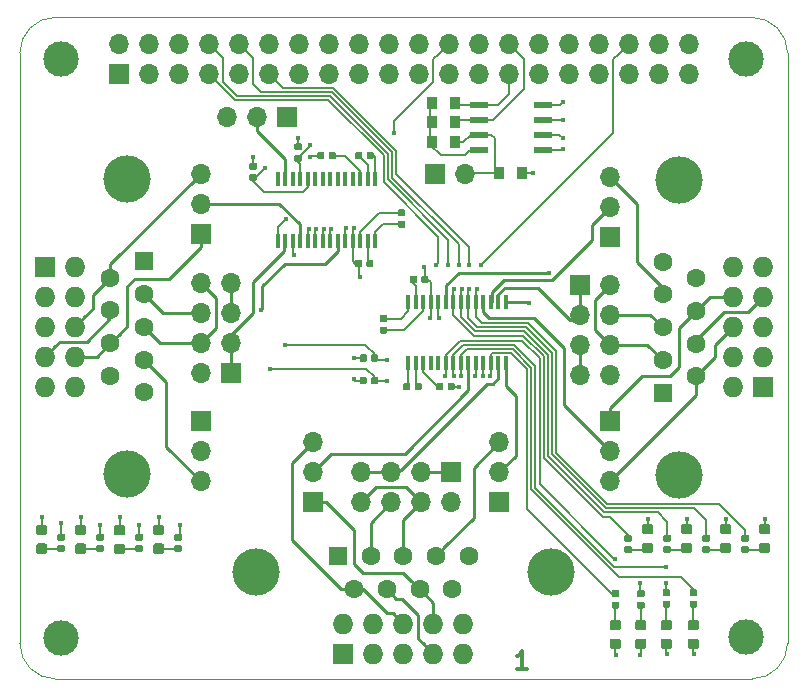
<source format=gbr>
G04 #@! TF.GenerationSoftware,KiCad,Pcbnew,5.1.5+dfsg1-2build2*
G04 #@! TF.CreationDate,2021-09-09T19:15:16+02:00*
G04 #@! TF.ProjectId,RPi_V24,5250695f-5632-4342-9e6b-696361645f70,1*
G04 #@! TF.SameCoordinates,Original*
G04 #@! TF.FileFunction,Copper,L1,Top*
G04 #@! TF.FilePolarity,Positive*
%FSLAX46Y46*%
G04 Gerber Fmt 4.6, Leading zero omitted, Abs format (unit mm)*
G04 Created by KiCad (PCBNEW 5.1.5+dfsg1-2build2) date 2021-09-09 19:15:16*
%MOMM*%
%LPD*%
G04 APERTURE LIST*
%ADD10C,0.300000*%
%ADD11C,0.100000*%
%ADD12R,0.400000X1.200000*%
%ADD13R,1.700000X1.700000*%
%ADD14O,1.700000X1.700000*%
%ADD15R,1.550000X0.600000*%
%ADD16R,0.845000X1.000000*%
%ADD17C,3.000000*%
%ADD18R,1.600000X1.600000*%
%ADD19C,1.600000*%
%ADD20C,4.000000*%
%ADD21O,1.727200X1.727200*%
%ADD22R,1.727200X1.727200*%
%ADD23C,0.400000*%
%ADD24C,0.200000*%
%ADD25C,0.150000*%
%ADD26C,0.250000*%
G04 APERTURE END LIST*
D10*
X121459571Y-115994571D02*
X120602428Y-115994571D01*
X121031000Y-115994571D02*
X121031000Y-114494571D01*
X120888142Y-114708857D01*
X120745285Y-114851714D01*
X120602428Y-114923142D01*
D11*
X78546356Y-63817611D02*
X78546356Y-113817611D01*
X78546356Y-63817611D02*
G75*
G02X81546356Y-60817611I3000000J0D01*
G01*
X140546356Y-60817611D02*
X81546356Y-60817611D01*
X140546356Y-60817611D02*
G75*
G02X143546356Y-63817611I0J-3000000D01*
G01*
X143546247Y-113792001D02*
X143546356Y-63817611D01*
X81546356Y-116817611D02*
G75*
G02X78546356Y-113817611I0J3000000D01*
G01*
X81546356Y-116817611D02*
X140546356Y-116817611D01*
X143546247Y-113792001D02*
G75*
G02X140546356Y-116817611I-2999891J-25610D01*
G01*
D12*
X100368500Y-74531500D03*
X101003500Y-74531500D03*
X101638500Y-74531500D03*
X102273500Y-74531500D03*
X102908500Y-74531500D03*
X103543500Y-74531500D03*
X104178500Y-74531500D03*
X104813500Y-74531500D03*
X105448500Y-74531500D03*
X106083500Y-74531500D03*
X106718500Y-74531500D03*
X107353500Y-74531500D03*
X107988500Y-74531500D03*
X108623500Y-74531500D03*
X108623500Y-79731500D03*
X107988500Y-79731500D03*
X107353500Y-79731500D03*
X106718500Y-79731500D03*
X106083500Y-79731500D03*
X105448500Y-79731500D03*
X104813500Y-79731500D03*
X104178500Y-79731500D03*
X103543500Y-79731500D03*
X102908500Y-79731500D03*
X102273500Y-79731500D03*
X101638500Y-79731500D03*
X101003500Y-79731500D03*
X100368500Y-79731500D03*
G04 #@! TA.AperFunction,SMDPad,CuDef*
D11*
G36*
X129155458Y-109304210D02*
G01*
X129169776Y-109306334D01*
X129183817Y-109309851D01*
X129197446Y-109314728D01*
X129210531Y-109320917D01*
X129222947Y-109328358D01*
X129234573Y-109336981D01*
X129245298Y-109346702D01*
X129255019Y-109357427D01*
X129263642Y-109369053D01*
X129271083Y-109381469D01*
X129277272Y-109394554D01*
X129282149Y-109408183D01*
X129285666Y-109422224D01*
X129287790Y-109436542D01*
X129288500Y-109451000D01*
X129288500Y-109746000D01*
X129287790Y-109760458D01*
X129285666Y-109774776D01*
X129282149Y-109788817D01*
X129277272Y-109802446D01*
X129271083Y-109815531D01*
X129263642Y-109827947D01*
X129255019Y-109839573D01*
X129245298Y-109850298D01*
X129234573Y-109860019D01*
X129222947Y-109868642D01*
X129210531Y-109876083D01*
X129197446Y-109882272D01*
X129183817Y-109887149D01*
X129169776Y-109890666D01*
X129155458Y-109892790D01*
X129141000Y-109893500D01*
X128796000Y-109893500D01*
X128781542Y-109892790D01*
X128767224Y-109890666D01*
X128753183Y-109887149D01*
X128739554Y-109882272D01*
X128726469Y-109876083D01*
X128714053Y-109868642D01*
X128702427Y-109860019D01*
X128691702Y-109850298D01*
X128681981Y-109839573D01*
X128673358Y-109827947D01*
X128665917Y-109815531D01*
X128659728Y-109802446D01*
X128654851Y-109788817D01*
X128651334Y-109774776D01*
X128649210Y-109760458D01*
X128648500Y-109746000D01*
X128648500Y-109451000D01*
X128649210Y-109436542D01*
X128651334Y-109422224D01*
X128654851Y-109408183D01*
X128659728Y-109394554D01*
X128665917Y-109381469D01*
X128673358Y-109369053D01*
X128681981Y-109357427D01*
X128691702Y-109346702D01*
X128702427Y-109336981D01*
X128714053Y-109328358D01*
X128726469Y-109320917D01*
X128739554Y-109314728D01*
X128753183Y-109309851D01*
X128767224Y-109306334D01*
X128781542Y-109304210D01*
X128796000Y-109303500D01*
X129141000Y-109303500D01*
X129155458Y-109304210D01*
G37*
G04 #@! TD.AperFunction*
G04 #@! TA.AperFunction,SMDPad,CuDef*
G36*
X129155458Y-110274210D02*
G01*
X129169776Y-110276334D01*
X129183817Y-110279851D01*
X129197446Y-110284728D01*
X129210531Y-110290917D01*
X129222947Y-110298358D01*
X129234573Y-110306981D01*
X129245298Y-110316702D01*
X129255019Y-110327427D01*
X129263642Y-110339053D01*
X129271083Y-110351469D01*
X129277272Y-110364554D01*
X129282149Y-110378183D01*
X129285666Y-110392224D01*
X129287790Y-110406542D01*
X129288500Y-110421000D01*
X129288500Y-110716000D01*
X129287790Y-110730458D01*
X129285666Y-110744776D01*
X129282149Y-110758817D01*
X129277272Y-110772446D01*
X129271083Y-110785531D01*
X129263642Y-110797947D01*
X129255019Y-110809573D01*
X129245298Y-110820298D01*
X129234573Y-110830019D01*
X129222947Y-110838642D01*
X129210531Y-110846083D01*
X129197446Y-110852272D01*
X129183817Y-110857149D01*
X129169776Y-110860666D01*
X129155458Y-110862790D01*
X129141000Y-110863500D01*
X128796000Y-110863500D01*
X128781542Y-110862790D01*
X128767224Y-110860666D01*
X128753183Y-110857149D01*
X128739554Y-110852272D01*
X128726469Y-110846083D01*
X128714053Y-110838642D01*
X128702427Y-110830019D01*
X128691702Y-110820298D01*
X128681981Y-110809573D01*
X128673358Y-110797947D01*
X128665917Y-110785531D01*
X128659728Y-110772446D01*
X128654851Y-110758817D01*
X128651334Y-110744776D01*
X128649210Y-110730458D01*
X128648500Y-110716000D01*
X128648500Y-110421000D01*
X128649210Y-110406542D01*
X128651334Y-110392224D01*
X128654851Y-110378183D01*
X128659728Y-110364554D01*
X128665917Y-110351469D01*
X128673358Y-110339053D01*
X128681981Y-110327427D01*
X128691702Y-110316702D01*
X128702427Y-110306981D01*
X128714053Y-110298358D01*
X128726469Y-110290917D01*
X128739554Y-110284728D01*
X128753183Y-110279851D01*
X128767224Y-110276334D01*
X128781542Y-110274210D01*
X128796000Y-110273500D01*
X129141000Y-110273500D01*
X129155458Y-110274210D01*
G37*
G04 #@! TD.AperFunction*
G04 #@! TA.AperFunction,SMDPad,CuDef*
G36*
X129246191Y-113406553D02*
G01*
X129267426Y-113409703D01*
X129288250Y-113414919D01*
X129308462Y-113422151D01*
X129327868Y-113431330D01*
X129346281Y-113442366D01*
X129363524Y-113455154D01*
X129379430Y-113469570D01*
X129393846Y-113485476D01*
X129406634Y-113502719D01*
X129417670Y-113521132D01*
X129426849Y-113540538D01*
X129434081Y-113560750D01*
X129439297Y-113581574D01*
X129442447Y-113602809D01*
X129443500Y-113624250D01*
X129443500Y-114061750D01*
X129442447Y-114083191D01*
X129439297Y-114104426D01*
X129434081Y-114125250D01*
X129426849Y-114145462D01*
X129417670Y-114164868D01*
X129406634Y-114183281D01*
X129393846Y-114200524D01*
X129379430Y-114216430D01*
X129363524Y-114230846D01*
X129346281Y-114243634D01*
X129327868Y-114254670D01*
X129308462Y-114263849D01*
X129288250Y-114271081D01*
X129267426Y-114276297D01*
X129246191Y-114279447D01*
X129224750Y-114280500D01*
X128712250Y-114280500D01*
X128690809Y-114279447D01*
X128669574Y-114276297D01*
X128648750Y-114271081D01*
X128628538Y-114263849D01*
X128609132Y-114254670D01*
X128590719Y-114243634D01*
X128573476Y-114230846D01*
X128557570Y-114216430D01*
X128543154Y-114200524D01*
X128530366Y-114183281D01*
X128519330Y-114164868D01*
X128510151Y-114145462D01*
X128502919Y-114125250D01*
X128497703Y-114104426D01*
X128494553Y-114083191D01*
X128493500Y-114061750D01*
X128493500Y-113624250D01*
X128494553Y-113602809D01*
X128497703Y-113581574D01*
X128502919Y-113560750D01*
X128510151Y-113540538D01*
X128519330Y-113521132D01*
X128530366Y-113502719D01*
X128543154Y-113485476D01*
X128557570Y-113469570D01*
X128573476Y-113455154D01*
X128590719Y-113442366D01*
X128609132Y-113431330D01*
X128628538Y-113422151D01*
X128648750Y-113414919D01*
X128669574Y-113409703D01*
X128690809Y-113406553D01*
X128712250Y-113405500D01*
X129224750Y-113405500D01*
X129246191Y-113406553D01*
G37*
G04 #@! TD.AperFunction*
G04 #@! TA.AperFunction,SMDPad,CuDef*
G36*
X129246191Y-111831553D02*
G01*
X129267426Y-111834703D01*
X129288250Y-111839919D01*
X129308462Y-111847151D01*
X129327868Y-111856330D01*
X129346281Y-111867366D01*
X129363524Y-111880154D01*
X129379430Y-111894570D01*
X129393846Y-111910476D01*
X129406634Y-111927719D01*
X129417670Y-111946132D01*
X129426849Y-111965538D01*
X129434081Y-111985750D01*
X129439297Y-112006574D01*
X129442447Y-112027809D01*
X129443500Y-112049250D01*
X129443500Y-112486750D01*
X129442447Y-112508191D01*
X129439297Y-112529426D01*
X129434081Y-112550250D01*
X129426849Y-112570462D01*
X129417670Y-112589868D01*
X129406634Y-112608281D01*
X129393846Y-112625524D01*
X129379430Y-112641430D01*
X129363524Y-112655846D01*
X129346281Y-112668634D01*
X129327868Y-112679670D01*
X129308462Y-112688849D01*
X129288250Y-112696081D01*
X129267426Y-112701297D01*
X129246191Y-112704447D01*
X129224750Y-112705500D01*
X128712250Y-112705500D01*
X128690809Y-112704447D01*
X128669574Y-112701297D01*
X128648750Y-112696081D01*
X128628538Y-112688849D01*
X128609132Y-112679670D01*
X128590719Y-112668634D01*
X128573476Y-112655846D01*
X128557570Y-112641430D01*
X128543154Y-112625524D01*
X128530366Y-112608281D01*
X128519330Y-112589868D01*
X128510151Y-112570462D01*
X128502919Y-112550250D01*
X128497703Y-112529426D01*
X128494553Y-112508191D01*
X128493500Y-112486750D01*
X128493500Y-112049250D01*
X128494553Y-112027809D01*
X128497703Y-112006574D01*
X128502919Y-111985750D01*
X128510151Y-111965538D01*
X128519330Y-111946132D01*
X128530366Y-111927719D01*
X128543154Y-111910476D01*
X128557570Y-111894570D01*
X128573476Y-111880154D01*
X128590719Y-111867366D01*
X128609132Y-111856330D01*
X128628538Y-111847151D01*
X128648750Y-111839919D01*
X128669574Y-111834703D01*
X128690809Y-111831553D01*
X128712250Y-111830500D01*
X129224750Y-111830500D01*
X129246191Y-111831553D01*
G37*
G04 #@! TD.AperFunction*
D13*
X86920000Y-65590000D03*
D14*
X86920000Y-63050000D03*
X89460000Y-65590000D03*
X89460000Y-63050000D03*
X92000000Y-65590000D03*
X92000000Y-63050000D03*
X94540000Y-65590000D03*
X94540000Y-63050000D03*
X97080000Y-65590000D03*
X97080000Y-63050000D03*
X99620000Y-65590000D03*
X99620000Y-63050000D03*
X102160000Y-65590000D03*
X102160000Y-63050000D03*
X104700000Y-65590000D03*
X104700000Y-63050000D03*
X107240000Y-65590000D03*
X107240000Y-63050000D03*
X109780000Y-65590000D03*
X109780000Y-63050000D03*
X112320000Y-65590000D03*
X112320000Y-63050000D03*
X114860000Y-65590000D03*
X114860000Y-63050000D03*
X117400000Y-65590000D03*
X117400000Y-63050000D03*
X119940000Y-65590000D03*
X119940000Y-63050000D03*
X122480000Y-65590000D03*
X122480000Y-63050000D03*
X125020000Y-65590000D03*
X125020000Y-63050000D03*
X127560000Y-65590000D03*
X127560000Y-63050000D03*
X130100000Y-65590000D03*
X130100000Y-63050000D03*
X132640000Y-65590000D03*
X132640000Y-63050000D03*
X135180000Y-65590000D03*
X135180000Y-63050000D03*
D15*
X122800000Y-72005000D03*
X122800000Y-70735000D03*
X122800000Y-69465000D03*
X122800000Y-68195000D03*
X117400000Y-68195000D03*
X117400000Y-69465000D03*
X117400000Y-70735000D03*
X117400000Y-72005000D03*
D16*
X115362500Y-69700000D03*
X113437500Y-69700000D03*
D13*
X113700000Y-74100000D03*
D14*
X116240000Y-74100000D03*
D16*
X113437500Y-71400000D03*
X115362500Y-71400000D03*
X121062500Y-74000000D03*
X119137500Y-74000000D03*
X113437500Y-68100000D03*
X115362500Y-68100000D03*
D17*
X82040000Y-64310000D03*
X140040000Y-64330000D03*
X82040000Y-113320000D03*
X140030000Y-113310000D03*
D18*
X132969000Y-92583000D03*
D19*
X132969000Y-89813000D03*
X132969000Y-87043000D03*
X132969000Y-84273000D03*
X132969000Y-81503000D03*
X135809000Y-91198000D03*
X135809000Y-88428000D03*
X135809000Y-85658000D03*
X135809000Y-82888000D03*
D20*
X134389000Y-99543000D03*
X134389000Y-74543000D03*
X123513500Y-107801000D03*
X98513500Y-107801000D03*
D19*
X115168500Y-109221000D03*
X112398500Y-109221000D03*
X109628500Y-109221000D03*
X106858500Y-109221000D03*
X116553500Y-106381000D03*
X113783500Y-106381000D03*
X111013500Y-106381000D03*
X108243500Y-106381000D03*
D18*
X105473500Y-106381000D03*
X89027000Y-81470500D03*
D19*
X89027000Y-84240500D03*
X89027000Y-87010500D03*
X89027000Y-89780500D03*
X89027000Y-92550500D03*
X86187000Y-82855500D03*
X86187000Y-85625500D03*
X86187000Y-88395500D03*
X86187000Y-91165500D03*
D20*
X87607000Y-74510500D03*
X87607000Y-99510500D03*
D13*
X128524000Y-79375000D03*
D14*
X128524000Y-76835000D03*
X128524000Y-74295000D03*
X128524000Y-100076000D03*
X128524000Y-97536000D03*
D13*
X128524000Y-94996000D03*
X101155500Y-69215000D03*
D14*
X98615500Y-69215000D03*
X96075500Y-69215000D03*
D12*
X119702500Y-84914000D03*
X119067500Y-84914000D03*
X118432500Y-84914000D03*
X117797500Y-84914000D03*
X117162500Y-84914000D03*
X116527500Y-84914000D03*
X115892500Y-84914000D03*
X115257500Y-84914000D03*
X114622500Y-84914000D03*
X113987500Y-84914000D03*
X113352500Y-84914000D03*
X112717500Y-84914000D03*
X112082500Y-84914000D03*
X111447500Y-84914000D03*
X111447500Y-90114000D03*
X112082500Y-90114000D03*
X112717500Y-90114000D03*
X113352500Y-90114000D03*
X113987500Y-90114000D03*
X114622500Y-90114000D03*
X115257500Y-90114000D03*
X115892500Y-90114000D03*
X116527500Y-90114000D03*
X117162500Y-90114000D03*
X117797500Y-90114000D03*
X118432500Y-90114000D03*
X119067500Y-90114000D03*
X119702500Y-90114000D03*
D13*
X125984000Y-83439000D03*
D14*
X128524000Y-83439000D03*
X125984000Y-85979000D03*
X128524000Y-85979000D03*
X125984000Y-88519000D03*
X128524000Y-88519000D03*
X125984000Y-91059000D03*
X128524000Y-91059000D03*
G04 #@! TA.AperFunction,SMDPad,CuDef*
D11*
G36*
X135278691Y-105291053D02*
G01*
X135299926Y-105294203D01*
X135320750Y-105299419D01*
X135340962Y-105306651D01*
X135360368Y-105315830D01*
X135378781Y-105326866D01*
X135396024Y-105339654D01*
X135411930Y-105354070D01*
X135426346Y-105369976D01*
X135439134Y-105387219D01*
X135450170Y-105405632D01*
X135459349Y-105425038D01*
X135466581Y-105445250D01*
X135471797Y-105466074D01*
X135474947Y-105487309D01*
X135476000Y-105508750D01*
X135476000Y-105946250D01*
X135474947Y-105967691D01*
X135471797Y-105988926D01*
X135466581Y-106009750D01*
X135459349Y-106029962D01*
X135450170Y-106049368D01*
X135439134Y-106067781D01*
X135426346Y-106085024D01*
X135411930Y-106100930D01*
X135396024Y-106115346D01*
X135378781Y-106128134D01*
X135360368Y-106139170D01*
X135340962Y-106148349D01*
X135320750Y-106155581D01*
X135299926Y-106160797D01*
X135278691Y-106163947D01*
X135257250Y-106165000D01*
X134744750Y-106165000D01*
X134723309Y-106163947D01*
X134702074Y-106160797D01*
X134681250Y-106155581D01*
X134661038Y-106148349D01*
X134641632Y-106139170D01*
X134623219Y-106128134D01*
X134605976Y-106115346D01*
X134590070Y-106100930D01*
X134575654Y-106085024D01*
X134562866Y-106067781D01*
X134551830Y-106049368D01*
X134542651Y-106029962D01*
X134535419Y-106009750D01*
X134530203Y-105988926D01*
X134527053Y-105967691D01*
X134526000Y-105946250D01*
X134526000Y-105508750D01*
X134527053Y-105487309D01*
X134530203Y-105466074D01*
X134535419Y-105445250D01*
X134542651Y-105425038D01*
X134551830Y-105405632D01*
X134562866Y-105387219D01*
X134575654Y-105369976D01*
X134590070Y-105354070D01*
X134605976Y-105339654D01*
X134623219Y-105326866D01*
X134641632Y-105315830D01*
X134661038Y-105306651D01*
X134681250Y-105299419D01*
X134702074Y-105294203D01*
X134723309Y-105291053D01*
X134744750Y-105290000D01*
X135257250Y-105290000D01*
X135278691Y-105291053D01*
G37*
G04 #@! TD.AperFunction*
G04 #@! TA.AperFunction,SMDPad,CuDef*
G36*
X135278691Y-103716053D02*
G01*
X135299926Y-103719203D01*
X135320750Y-103724419D01*
X135340962Y-103731651D01*
X135360368Y-103740830D01*
X135378781Y-103751866D01*
X135396024Y-103764654D01*
X135411930Y-103779070D01*
X135426346Y-103794976D01*
X135439134Y-103812219D01*
X135450170Y-103830632D01*
X135459349Y-103850038D01*
X135466581Y-103870250D01*
X135471797Y-103891074D01*
X135474947Y-103912309D01*
X135476000Y-103933750D01*
X135476000Y-104371250D01*
X135474947Y-104392691D01*
X135471797Y-104413926D01*
X135466581Y-104434750D01*
X135459349Y-104454962D01*
X135450170Y-104474368D01*
X135439134Y-104492781D01*
X135426346Y-104510024D01*
X135411930Y-104525930D01*
X135396024Y-104540346D01*
X135378781Y-104553134D01*
X135360368Y-104564170D01*
X135340962Y-104573349D01*
X135320750Y-104580581D01*
X135299926Y-104585797D01*
X135278691Y-104588947D01*
X135257250Y-104590000D01*
X134744750Y-104590000D01*
X134723309Y-104588947D01*
X134702074Y-104585797D01*
X134681250Y-104580581D01*
X134661038Y-104573349D01*
X134641632Y-104564170D01*
X134623219Y-104553134D01*
X134605976Y-104540346D01*
X134590070Y-104525930D01*
X134575654Y-104510024D01*
X134562866Y-104492781D01*
X134551830Y-104474368D01*
X134542651Y-104454962D01*
X134535419Y-104434750D01*
X134530203Y-104413926D01*
X134527053Y-104392691D01*
X134526000Y-104371250D01*
X134526000Y-103933750D01*
X134527053Y-103912309D01*
X134530203Y-103891074D01*
X134535419Y-103870250D01*
X134542651Y-103850038D01*
X134551830Y-103830632D01*
X134562866Y-103812219D01*
X134575654Y-103794976D01*
X134590070Y-103779070D01*
X134605976Y-103764654D01*
X134623219Y-103751866D01*
X134641632Y-103740830D01*
X134661038Y-103731651D01*
X134681250Y-103724419D01*
X134702074Y-103719203D01*
X134723309Y-103716053D01*
X134744750Y-103715000D01*
X135257250Y-103715000D01*
X135278691Y-103716053D01*
G37*
G04 #@! TD.AperFunction*
G04 #@! TA.AperFunction,SMDPad,CuDef*
G36*
X131976691Y-103716053D02*
G01*
X131997926Y-103719203D01*
X132018750Y-103724419D01*
X132038962Y-103731651D01*
X132058368Y-103740830D01*
X132076781Y-103751866D01*
X132094024Y-103764654D01*
X132109930Y-103779070D01*
X132124346Y-103794976D01*
X132137134Y-103812219D01*
X132148170Y-103830632D01*
X132157349Y-103850038D01*
X132164581Y-103870250D01*
X132169797Y-103891074D01*
X132172947Y-103912309D01*
X132174000Y-103933750D01*
X132174000Y-104371250D01*
X132172947Y-104392691D01*
X132169797Y-104413926D01*
X132164581Y-104434750D01*
X132157349Y-104454962D01*
X132148170Y-104474368D01*
X132137134Y-104492781D01*
X132124346Y-104510024D01*
X132109930Y-104525930D01*
X132094024Y-104540346D01*
X132076781Y-104553134D01*
X132058368Y-104564170D01*
X132038962Y-104573349D01*
X132018750Y-104580581D01*
X131997926Y-104585797D01*
X131976691Y-104588947D01*
X131955250Y-104590000D01*
X131442750Y-104590000D01*
X131421309Y-104588947D01*
X131400074Y-104585797D01*
X131379250Y-104580581D01*
X131359038Y-104573349D01*
X131339632Y-104564170D01*
X131321219Y-104553134D01*
X131303976Y-104540346D01*
X131288070Y-104525930D01*
X131273654Y-104510024D01*
X131260866Y-104492781D01*
X131249830Y-104474368D01*
X131240651Y-104454962D01*
X131233419Y-104434750D01*
X131228203Y-104413926D01*
X131225053Y-104392691D01*
X131224000Y-104371250D01*
X131224000Y-103933750D01*
X131225053Y-103912309D01*
X131228203Y-103891074D01*
X131233419Y-103870250D01*
X131240651Y-103850038D01*
X131249830Y-103830632D01*
X131260866Y-103812219D01*
X131273654Y-103794976D01*
X131288070Y-103779070D01*
X131303976Y-103764654D01*
X131321219Y-103751866D01*
X131339632Y-103740830D01*
X131359038Y-103731651D01*
X131379250Y-103724419D01*
X131400074Y-103719203D01*
X131421309Y-103716053D01*
X131442750Y-103715000D01*
X131955250Y-103715000D01*
X131976691Y-103716053D01*
G37*
G04 #@! TD.AperFunction*
G04 #@! TA.AperFunction,SMDPad,CuDef*
G36*
X131976691Y-105291053D02*
G01*
X131997926Y-105294203D01*
X132018750Y-105299419D01*
X132038962Y-105306651D01*
X132058368Y-105315830D01*
X132076781Y-105326866D01*
X132094024Y-105339654D01*
X132109930Y-105354070D01*
X132124346Y-105369976D01*
X132137134Y-105387219D01*
X132148170Y-105405632D01*
X132157349Y-105425038D01*
X132164581Y-105445250D01*
X132169797Y-105466074D01*
X132172947Y-105487309D01*
X132174000Y-105508750D01*
X132174000Y-105946250D01*
X132172947Y-105967691D01*
X132169797Y-105988926D01*
X132164581Y-106009750D01*
X132157349Y-106029962D01*
X132148170Y-106049368D01*
X132137134Y-106067781D01*
X132124346Y-106085024D01*
X132109930Y-106100930D01*
X132094024Y-106115346D01*
X132076781Y-106128134D01*
X132058368Y-106139170D01*
X132038962Y-106148349D01*
X132018750Y-106155581D01*
X131997926Y-106160797D01*
X131976691Y-106163947D01*
X131955250Y-106165000D01*
X131442750Y-106165000D01*
X131421309Y-106163947D01*
X131400074Y-106160797D01*
X131379250Y-106155581D01*
X131359038Y-106148349D01*
X131339632Y-106139170D01*
X131321219Y-106128134D01*
X131303976Y-106115346D01*
X131288070Y-106100930D01*
X131273654Y-106085024D01*
X131260866Y-106067781D01*
X131249830Y-106049368D01*
X131240651Y-106029962D01*
X131233419Y-106009750D01*
X131228203Y-105988926D01*
X131225053Y-105967691D01*
X131224000Y-105946250D01*
X131224000Y-105508750D01*
X131225053Y-105487309D01*
X131228203Y-105466074D01*
X131233419Y-105445250D01*
X131240651Y-105425038D01*
X131249830Y-105405632D01*
X131260866Y-105387219D01*
X131273654Y-105369976D01*
X131288070Y-105354070D01*
X131303976Y-105339654D01*
X131321219Y-105326866D01*
X131339632Y-105315830D01*
X131359038Y-105306651D01*
X131379250Y-105299419D01*
X131400074Y-105294203D01*
X131421309Y-105291053D01*
X131442750Y-105290000D01*
X131955250Y-105290000D01*
X131976691Y-105291053D01*
G37*
G04 #@! TD.AperFunction*
G04 #@! TA.AperFunction,SMDPad,CuDef*
G36*
X138580691Y-105291053D02*
G01*
X138601926Y-105294203D01*
X138622750Y-105299419D01*
X138642962Y-105306651D01*
X138662368Y-105315830D01*
X138680781Y-105326866D01*
X138698024Y-105339654D01*
X138713930Y-105354070D01*
X138728346Y-105369976D01*
X138741134Y-105387219D01*
X138752170Y-105405632D01*
X138761349Y-105425038D01*
X138768581Y-105445250D01*
X138773797Y-105466074D01*
X138776947Y-105487309D01*
X138778000Y-105508750D01*
X138778000Y-105946250D01*
X138776947Y-105967691D01*
X138773797Y-105988926D01*
X138768581Y-106009750D01*
X138761349Y-106029962D01*
X138752170Y-106049368D01*
X138741134Y-106067781D01*
X138728346Y-106085024D01*
X138713930Y-106100930D01*
X138698024Y-106115346D01*
X138680781Y-106128134D01*
X138662368Y-106139170D01*
X138642962Y-106148349D01*
X138622750Y-106155581D01*
X138601926Y-106160797D01*
X138580691Y-106163947D01*
X138559250Y-106165000D01*
X138046750Y-106165000D01*
X138025309Y-106163947D01*
X138004074Y-106160797D01*
X137983250Y-106155581D01*
X137963038Y-106148349D01*
X137943632Y-106139170D01*
X137925219Y-106128134D01*
X137907976Y-106115346D01*
X137892070Y-106100930D01*
X137877654Y-106085024D01*
X137864866Y-106067781D01*
X137853830Y-106049368D01*
X137844651Y-106029962D01*
X137837419Y-106009750D01*
X137832203Y-105988926D01*
X137829053Y-105967691D01*
X137828000Y-105946250D01*
X137828000Y-105508750D01*
X137829053Y-105487309D01*
X137832203Y-105466074D01*
X137837419Y-105445250D01*
X137844651Y-105425038D01*
X137853830Y-105405632D01*
X137864866Y-105387219D01*
X137877654Y-105369976D01*
X137892070Y-105354070D01*
X137907976Y-105339654D01*
X137925219Y-105326866D01*
X137943632Y-105315830D01*
X137963038Y-105306651D01*
X137983250Y-105299419D01*
X138004074Y-105294203D01*
X138025309Y-105291053D01*
X138046750Y-105290000D01*
X138559250Y-105290000D01*
X138580691Y-105291053D01*
G37*
G04 #@! TD.AperFunction*
G04 #@! TA.AperFunction,SMDPad,CuDef*
G36*
X138580691Y-103716053D02*
G01*
X138601926Y-103719203D01*
X138622750Y-103724419D01*
X138642962Y-103731651D01*
X138662368Y-103740830D01*
X138680781Y-103751866D01*
X138698024Y-103764654D01*
X138713930Y-103779070D01*
X138728346Y-103794976D01*
X138741134Y-103812219D01*
X138752170Y-103830632D01*
X138761349Y-103850038D01*
X138768581Y-103870250D01*
X138773797Y-103891074D01*
X138776947Y-103912309D01*
X138778000Y-103933750D01*
X138778000Y-104371250D01*
X138776947Y-104392691D01*
X138773797Y-104413926D01*
X138768581Y-104434750D01*
X138761349Y-104454962D01*
X138752170Y-104474368D01*
X138741134Y-104492781D01*
X138728346Y-104510024D01*
X138713930Y-104525930D01*
X138698024Y-104540346D01*
X138680781Y-104553134D01*
X138662368Y-104564170D01*
X138642962Y-104573349D01*
X138622750Y-104580581D01*
X138601926Y-104585797D01*
X138580691Y-104588947D01*
X138559250Y-104590000D01*
X138046750Y-104590000D01*
X138025309Y-104588947D01*
X138004074Y-104585797D01*
X137983250Y-104580581D01*
X137963038Y-104573349D01*
X137943632Y-104564170D01*
X137925219Y-104553134D01*
X137907976Y-104540346D01*
X137892070Y-104525930D01*
X137877654Y-104510024D01*
X137864866Y-104492781D01*
X137853830Y-104474368D01*
X137844651Y-104454962D01*
X137837419Y-104434750D01*
X137832203Y-104413926D01*
X137829053Y-104392691D01*
X137828000Y-104371250D01*
X137828000Y-103933750D01*
X137829053Y-103912309D01*
X137832203Y-103891074D01*
X137837419Y-103870250D01*
X137844651Y-103850038D01*
X137853830Y-103830632D01*
X137864866Y-103812219D01*
X137877654Y-103794976D01*
X137892070Y-103779070D01*
X137907976Y-103764654D01*
X137925219Y-103751866D01*
X137943632Y-103740830D01*
X137963038Y-103731651D01*
X137983250Y-103724419D01*
X138004074Y-103719203D01*
X138025309Y-103716053D01*
X138046750Y-103715000D01*
X138559250Y-103715000D01*
X138580691Y-103716053D01*
G37*
G04 #@! TD.AperFunction*
G04 #@! TA.AperFunction,SMDPad,CuDef*
G36*
X141882691Y-103716053D02*
G01*
X141903926Y-103719203D01*
X141924750Y-103724419D01*
X141944962Y-103731651D01*
X141964368Y-103740830D01*
X141982781Y-103751866D01*
X142000024Y-103764654D01*
X142015930Y-103779070D01*
X142030346Y-103794976D01*
X142043134Y-103812219D01*
X142054170Y-103830632D01*
X142063349Y-103850038D01*
X142070581Y-103870250D01*
X142075797Y-103891074D01*
X142078947Y-103912309D01*
X142080000Y-103933750D01*
X142080000Y-104371250D01*
X142078947Y-104392691D01*
X142075797Y-104413926D01*
X142070581Y-104434750D01*
X142063349Y-104454962D01*
X142054170Y-104474368D01*
X142043134Y-104492781D01*
X142030346Y-104510024D01*
X142015930Y-104525930D01*
X142000024Y-104540346D01*
X141982781Y-104553134D01*
X141964368Y-104564170D01*
X141944962Y-104573349D01*
X141924750Y-104580581D01*
X141903926Y-104585797D01*
X141882691Y-104588947D01*
X141861250Y-104590000D01*
X141348750Y-104590000D01*
X141327309Y-104588947D01*
X141306074Y-104585797D01*
X141285250Y-104580581D01*
X141265038Y-104573349D01*
X141245632Y-104564170D01*
X141227219Y-104553134D01*
X141209976Y-104540346D01*
X141194070Y-104525930D01*
X141179654Y-104510024D01*
X141166866Y-104492781D01*
X141155830Y-104474368D01*
X141146651Y-104454962D01*
X141139419Y-104434750D01*
X141134203Y-104413926D01*
X141131053Y-104392691D01*
X141130000Y-104371250D01*
X141130000Y-103933750D01*
X141131053Y-103912309D01*
X141134203Y-103891074D01*
X141139419Y-103870250D01*
X141146651Y-103850038D01*
X141155830Y-103830632D01*
X141166866Y-103812219D01*
X141179654Y-103794976D01*
X141194070Y-103779070D01*
X141209976Y-103764654D01*
X141227219Y-103751866D01*
X141245632Y-103740830D01*
X141265038Y-103731651D01*
X141285250Y-103724419D01*
X141306074Y-103719203D01*
X141327309Y-103716053D01*
X141348750Y-103715000D01*
X141861250Y-103715000D01*
X141882691Y-103716053D01*
G37*
G04 #@! TD.AperFunction*
G04 #@! TA.AperFunction,SMDPad,CuDef*
G36*
X141882691Y-105291053D02*
G01*
X141903926Y-105294203D01*
X141924750Y-105299419D01*
X141944962Y-105306651D01*
X141964368Y-105315830D01*
X141982781Y-105326866D01*
X142000024Y-105339654D01*
X142015930Y-105354070D01*
X142030346Y-105369976D01*
X142043134Y-105387219D01*
X142054170Y-105405632D01*
X142063349Y-105425038D01*
X142070581Y-105445250D01*
X142075797Y-105466074D01*
X142078947Y-105487309D01*
X142080000Y-105508750D01*
X142080000Y-105946250D01*
X142078947Y-105967691D01*
X142075797Y-105988926D01*
X142070581Y-106009750D01*
X142063349Y-106029962D01*
X142054170Y-106049368D01*
X142043134Y-106067781D01*
X142030346Y-106085024D01*
X142015930Y-106100930D01*
X142000024Y-106115346D01*
X141982781Y-106128134D01*
X141964368Y-106139170D01*
X141944962Y-106148349D01*
X141924750Y-106155581D01*
X141903926Y-106160797D01*
X141882691Y-106163947D01*
X141861250Y-106165000D01*
X141348750Y-106165000D01*
X141327309Y-106163947D01*
X141306074Y-106160797D01*
X141285250Y-106155581D01*
X141265038Y-106148349D01*
X141245632Y-106139170D01*
X141227219Y-106128134D01*
X141209976Y-106115346D01*
X141194070Y-106100930D01*
X141179654Y-106085024D01*
X141166866Y-106067781D01*
X141155830Y-106049368D01*
X141146651Y-106029962D01*
X141139419Y-106009750D01*
X141134203Y-105988926D01*
X141131053Y-105967691D01*
X141130000Y-105946250D01*
X141130000Y-105508750D01*
X141131053Y-105487309D01*
X141134203Y-105466074D01*
X141139419Y-105445250D01*
X141146651Y-105425038D01*
X141155830Y-105405632D01*
X141166866Y-105387219D01*
X141179654Y-105369976D01*
X141194070Y-105354070D01*
X141209976Y-105339654D01*
X141227219Y-105326866D01*
X141245632Y-105315830D01*
X141265038Y-105306651D01*
X141285250Y-105299419D01*
X141306074Y-105294203D01*
X141327309Y-105291053D01*
X141348750Y-105290000D01*
X141861250Y-105290000D01*
X141882691Y-105291053D01*
G37*
G04 #@! TD.AperFunction*
G04 #@! TA.AperFunction,SMDPad,CuDef*
G36*
X131405191Y-111831553D02*
G01*
X131426426Y-111834703D01*
X131447250Y-111839919D01*
X131467462Y-111847151D01*
X131486868Y-111856330D01*
X131505281Y-111867366D01*
X131522524Y-111880154D01*
X131538430Y-111894570D01*
X131552846Y-111910476D01*
X131565634Y-111927719D01*
X131576670Y-111946132D01*
X131585849Y-111965538D01*
X131593081Y-111985750D01*
X131598297Y-112006574D01*
X131601447Y-112027809D01*
X131602500Y-112049250D01*
X131602500Y-112486750D01*
X131601447Y-112508191D01*
X131598297Y-112529426D01*
X131593081Y-112550250D01*
X131585849Y-112570462D01*
X131576670Y-112589868D01*
X131565634Y-112608281D01*
X131552846Y-112625524D01*
X131538430Y-112641430D01*
X131522524Y-112655846D01*
X131505281Y-112668634D01*
X131486868Y-112679670D01*
X131467462Y-112688849D01*
X131447250Y-112696081D01*
X131426426Y-112701297D01*
X131405191Y-112704447D01*
X131383750Y-112705500D01*
X130871250Y-112705500D01*
X130849809Y-112704447D01*
X130828574Y-112701297D01*
X130807750Y-112696081D01*
X130787538Y-112688849D01*
X130768132Y-112679670D01*
X130749719Y-112668634D01*
X130732476Y-112655846D01*
X130716570Y-112641430D01*
X130702154Y-112625524D01*
X130689366Y-112608281D01*
X130678330Y-112589868D01*
X130669151Y-112570462D01*
X130661919Y-112550250D01*
X130656703Y-112529426D01*
X130653553Y-112508191D01*
X130652500Y-112486750D01*
X130652500Y-112049250D01*
X130653553Y-112027809D01*
X130656703Y-112006574D01*
X130661919Y-111985750D01*
X130669151Y-111965538D01*
X130678330Y-111946132D01*
X130689366Y-111927719D01*
X130702154Y-111910476D01*
X130716570Y-111894570D01*
X130732476Y-111880154D01*
X130749719Y-111867366D01*
X130768132Y-111856330D01*
X130787538Y-111847151D01*
X130807750Y-111839919D01*
X130828574Y-111834703D01*
X130849809Y-111831553D01*
X130871250Y-111830500D01*
X131383750Y-111830500D01*
X131405191Y-111831553D01*
G37*
G04 #@! TD.AperFunction*
G04 #@! TA.AperFunction,SMDPad,CuDef*
G36*
X131405191Y-113406553D02*
G01*
X131426426Y-113409703D01*
X131447250Y-113414919D01*
X131467462Y-113422151D01*
X131486868Y-113431330D01*
X131505281Y-113442366D01*
X131522524Y-113455154D01*
X131538430Y-113469570D01*
X131552846Y-113485476D01*
X131565634Y-113502719D01*
X131576670Y-113521132D01*
X131585849Y-113540538D01*
X131593081Y-113560750D01*
X131598297Y-113581574D01*
X131601447Y-113602809D01*
X131602500Y-113624250D01*
X131602500Y-114061750D01*
X131601447Y-114083191D01*
X131598297Y-114104426D01*
X131593081Y-114125250D01*
X131585849Y-114145462D01*
X131576670Y-114164868D01*
X131565634Y-114183281D01*
X131552846Y-114200524D01*
X131538430Y-114216430D01*
X131522524Y-114230846D01*
X131505281Y-114243634D01*
X131486868Y-114254670D01*
X131467462Y-114263849D01*
X131447250Y-114271081D01*
X131426426Y-114276297D01*
X131405191Y-114279447D01*
X131383750Y-114280500D01*
X130871250Y-114280500D01*
X130849809Y-114279447D01*
X130828574Y-114276297D01*
X130807750Y-114271081D01*
X130787538Y-114263849D01*
X130768132Y-114254670D01*
X130749719Y-114243634D01*
X130732476Y-114230846D01*
X130716570Y-114216430D01*
X130702154Y-114200524D01*
X130689366Y-114183281D01*
X130678330Y-114164868D01*
X130669151Y-114145462D01*
X130661919Y-114125250D01*
X130656703Y-114104426D01*
X130653553Y-114083191D01*
X130652500Y-114061750D01*
X130652500Y-113624250D01*
X130653553Y-113602809D01*
X130656703Y-113581574D01*
X130661919Y-113560750D01*
X130669151Y-113540538D01*
X130678330Y-113521132D01*
X130689366Y-113502719D01*
X130702154Y-113485476D01*
X130716570Y-113469570D01*
X130732476Y-113455154D01*
X130749719Y-113442366D01*
X130768132Y-113431330D01*
X130787538Y-113422151D01*
X130807750Y-113414919D01*
X130828574Y-113409703D01*
X130849809Y-113406553D01*
X130871250Y-113405500D01*
X131383750Y-113405500D01*
X131405191Y-113406553D01*
G37*
G04 #@! TD.AperFunction*
G04 #@! TA.AperFunction,SMDPad,CuDef*
G36*
X133564191Y-111831553D02*
G01*
X133585426Y-111834703D01*
X133606250Y-111839919D01*
X133626462Y-111847151D01*
X133645868Y-111856330D01*
X133664281Y-111867366D01*
X133681524Y-111880154D01*
X133697430Y-111894570D01*
X133711846Y-111910476D01*
X133724634Y-111927719D01*
X133735670Y-111946132D01*
X133744849Y-111965538D01*
X133752081Y-111985750D01*
X133757297Y-112006574D01*
X133760447Y-112027809D01*
X133761500Y-112049250D01*
X133761500Y-112486750D01*
X133760447Y-112508191D01*
X133757297Y-112529426D01*
X133752081Y-112550250D01*
X133744849Y-112570462D01*
X133735670Y-112589868D01*
X133724634Y-112608281D01*
X133711846Y-112625524D01*
X133697430Y-112641430D01*
X133681524Y-112655846D01*
X133664281Y-112668634D01*
X133645868Y-112679670D01*
X133626462Y-112688849D01*
X133606250Y-112696081D01*
X133585426Y-112701297D01*
X133564191Y-112704447D01*
X133542750Y-112705500D01*
X133030250Y-112705500D01*
X133008809Y-112704447D01*
X132987574Y-112701297D01*
X132966750Y-112696081D01*
X132946538Y-112688849D01*
X132927132Y-112679670D01*
X132908719Y-112668634D01*
X132891476Y-112655846D01*
X132875570Y-112641430D01*
X132861154Y-112625524D01*
X132848366Y-112608281D01*
X132837330Y-112589868D01*
X132828151Y-112570462D01*
X132820919Y-112550250D01*
X132815703Y-112529426D01*
X132812553Y-112508191D01*
X132811500Y-112486750D01*
X132811500Y-112049250D01*
X132812553Y-112027809D01*
X132815703Y-112006574D01*
X132820919Y-111985750D01*
X132828151Y-111965538D01*
X132837330Y-111946132D01*
X132848366Y-111927719D01*
X132861154Y-111910476D01*
X132875570Y-111894570D01*
X132891476Y-111880154D01*
X132908719Y-111867366D01*
X132927132Y-111856330D01*
X132946538Y-111847151D01*
X132966750Y-111839919D01*
X132987574Y-111834703D01*
X133008809Y-111831553D01*
X133030250Y-111830500D01*
X133542750Y-111830500D01*
X133564191Y-111831553D01*
G37*
G04 #@! TD.AperFunction*
G04 #@! TA.AperFunction,SMDPad,CuDef*
G36*
X133564191Y-113406553D02*
G01*
X133585426Y-113409703D01*
X133606250Y-113414919D01*
X133626462Y-113422151D01*
X133645868Y-113431330D01*
X133664281Y-113442366D01*
X133681524Y-113455154D01*
X133697430Y-113469570D01*
X133711846Y-113485476D01*
X133724634Y-113502719D01*
X133735670Y-113521132D01*
X133744849Y-113540538D01*
X133752081Y-113560750D01*
X133757297Y-113581574D01*
X133760447Y-113602809D01*
X133761500Y-113624250D01*
X133761500Y-114061750D01*
X133760447Y-114083191D01*
X133757297Y-114104426D01*
X133752081Y-114125250D01*
X133744849Y-114145462D01*
X133735670Y-114164868D01*
X133724634Y-114183281D01*
X133711846Y-114200524D01*
X133697430Y-114216430D01*
X133681524Y-114230846D01*
X133664281Y-114243634D01*
X133645868Y-114254670D01*
X133626462Y-114263849D01*
X133606250Y-114271081D01*
X133585426Y-114276297D01*
X133564191Y-114279447D01*
X133542750Y-114280500D01*
X133030250Y-114280500D01*
X133008809Y-114279447D01*
X132987574Y-114276297D01*
X132966750Y-114271081D01*
X132946538Y-114263849D01*
X132927132Y-114254670D01*
X132908719Y-114243634D01*
X132891476Y-114230846D01*
X132875570Y-114216430D01*
X132861154Y-114200524D01*
X132848366Y-114183281D01*
X132837330Y-114164868D01*
X132828151Y-114145462D01*
X132820919Y-114125250D01*
X132815703Y-114104426D01*
X132812553Y-114083191D01*
X132811500Y-114061750D01*
X132811500Y-113624250D01*
X132812553Y-113602809D01*
X132815703Y-113581574D01*
X132820919Y-113560750D01*
X132828151Y-113540538D01*
X132837330Y-113521132D01*
X132848366Y-113502719D01*
X132861154Y-113485476D01*
X132875570Y-113469570D01*
X132891476Y-113455154D01*
X132908719Y-113442366D01*
X132927132Y-113431330D01*
X132946538Y-113422151D01*
X132966750Y-113414919D01*
X132987574Y-113409703D01*
X133008809Y-113406553D01*
X133030250Y-113405500D01*
X133542750Y-113405500D01*
X133564191Y-113406553D01*
G37*
G04 #@! TD.AperFunction*
G04 #@! TA.AperFunction,SMDPad,CuDef*
G36*
X135850191Y-113406553D02*
G01*
X135871426Y-113409703D01*
X135892250Y-113414919D01*
X135912462Y-113422151D01*
X135931868Y-113431330D01*
X135950281Y-113442366D01*
X135967524Y-113455154D01*
X135983430Y-113469570D01*
X135997846Y-113485476D01*
X136010634Y-113502719D01*
X136021670Y-113521132D01*
X136030849Y-113540538D01*
X136038081Y-113560750D01*
X136043297Y-113581574D01*
X136046447Y-113602809D01*
X136047500Y-113624250D01*
X136047500Y-114061750D01*
X136046447Y-114083191D01*
X136043297Y-114104426D01*
X136038081Y-114125250D01*
X136030849Y-114145462D01*
X136021670Y-114164868D01*
X136010634Y-114183281D01*
X135997846Y-114200524D01*
X135983430Y-114216430D01*
X135967524Y-114230846D01*
X135950281Y-114243634D01*
X135931868Y-114254670D01*
X135912462Y-114263849D01*
X135892250Y-114271081D01*
X135871426Y-114276297D01*
X135850191Y-114279447D01*
X135828750Y-114280500D01*
X135316250Y-114280500D01*
X135294809Y-114279447D01*
X135273574Y-114276297D01*
X135252750Y-114271081D01*
X135232538Y-114263849D01*
X135213132Y-114254670D01*
X135194719Y-114243634D01*
X135177476Y-114230846D01*
X135161570Y-114216430D01*
X135147154Y-114200524D01*
X135134366Y-114183281D01*
X135123330Y-114164868D01*
X135114151Y-114145462D01*
X135106919Y-114125250D01*
X135101703Y-114104426D01*
X135098553Y-114083191D01*
X135097500Y-114061750D01*
X135097500Y-113624250D01*
X135098553Y-113602809D01*
X135101703Y-113581574D01*
X135106919Y-113560750D01*
X135114151Y-113540538D01*
X135123330Y-113521132D01*
X135134366Y-113502719D01*
X135147154Y-113485476D01*
X135161570Y-113469570D01*
X135177476Y-113455154D01*
X135194719Y-113442366D01*
X135213132Y-113431330D01*
X135232538Y-113422151D01*
X135252750Y-113414919D01*
X135273574Y-113409703D01*
X135294809Y-113406553D01*
X135316250Y-113405500D01*
X135828750Y-113405500D01*
X135850191Y-113406553D01*
G37*
G04 #@! TD.AperFunction*
G04 #@! TA.AperFunction,SMDPad,CuDef*
G36*
X135850191Y-111831553D02*
G01*
X135871426Y-111834703D01*
X135892250Y-111839919D01*
X135912462Y-111847151D01*
X135931868Y-111856330D01*
X135950281Y-111867366D01*
X135967524Y-111880154D01*
X135983430Y-111894570D01*
X135997846Y-111910476D01*
X136010634Y-111927719D01*
X136021670Y-111946132D01*
X136030849Y-111965538D01*
X136038081Y-111985750D01*
X136043297Y-112006574D01*
X136046447Y-112027809D01*
X136047500Y-112049250D01*
X136047500Y-112486750D01*
X136046447Y-112508191D01*
X136043297Y-112529426D01*
X136038081Y-112550250D01*
X136030849Y-112570462D01*
X136021670Y-112589868D01*
X136010634Y-112608281D01*
X135997846Y-112625524D01*
X135983430Y-112641430D01*
X135967524Y-112655846D01*
X135950281Y-112668634D01*
X135931868Y-112679670D01*
X135912462Y-112688849D01*
X135892250Y-112696081D01*
X135871426Y-112701297D01*
X135850191Y-112704447D01*
X135828750Y-112705500D01*
X135316250Y-112705500D01*
X135294809Y-112704447D01*
X135273574Y-112701297D01*
X135252750Y-112696081D01*
X135232538Y-112688849D01*
X135213132Y-112679670D01*
X135194719Y-112668634D01*
X135177476Y-112655846D01*
X135161570Y-112641430D01*
X135147154Y-112625524D01*
X135134366Y-112608281D01*
X135123330Y-112589868D01*
X135114151Y-112570462D01*
X135106919Y-112550250D01*
X135101703Y-112529426D01*
X135098553Y-112508191D01*
X135097500Y-112486750D01*
X135097500Y-112049250D01*
X135098553Y-112027809D01*
X135101703Y-112006574D01*
X135106919Y-111985750D01*
X135114151Y-111965538D01*
X135123330Y-111946132D01*
X135134366Y-111927719D01*
X135147154Y-111910476D01*
X135161570Y-111894570D01*
X135177476Y-111880154D01*
X135194719Y-111867366D01*
X135213132Y-111856330D01*
X135232538Y-111847151D01*
X135252750Y-111839919D01*
X135273574Y-111834703D01*
X135294809Y-111831553D01*
X135316250Y-111830500D01*
X135828750Y-111830500D01*
X135850191Y-111831553D01*
G37*
G04 #@! TD.AperFunction*
G04 #@! TA.AperFunction,SMDPad,CuDef*
G36*
X83970691Y-105354553D02*
G01*
X83991926Y-105357703D01*
X84012750Y-105362919D01*
X84032962Y-105370151D01*
X84052368Y-105379330D01*
X84070781Y-105390366D01*
X84088024Y-105403154D01*
X84103930Y-105417570D01*
X84118346Y-105433476D01*
X84131134Y-105450719D01*
X84142170Y-105469132D01*
X84151349Y-105488538D01*
X84158581Y-105508750D01*
X84163797Y-105529574D01*
X84166947Y-105550809D01*
X84168000Y-105572250D01*
X84168000Y-106009750D01*
X84166947Y-106031191D01*
X84163797Y-106052426D01*
X84158581Y-106073250D01*
X84151349Y-106093462D01*
X84142170Y-106112868D01*
X84131134Y-106131281D01*
X84118346Y-106148524D01*
X84103930Y-106164430D01*
X84088024Y-106178846D01*
X84070781Y-106191634D01*
X84052368Y-106202670D01*
X84032962Y-106211849D01*
X84012750Y-106219081D01*
X83991926Y-106224297D01*
X83970691Y-106227447D01*
X83949250Y-106228500D01*
X83436750Y-106228500D01*
X83415309Y-106227447D01*
X83394074Y-106224297D01*
X83373250Y-106219081D01*
X83353038Y-106211849D01*
X83333632Y-106202670D01*
X83315219Y-106191634D01*
X83297976Y-106178846D01*
X83282070Y-106164430D01*
X83267654Y-106148524D01*
X83254866Y-106131281D01*
X83243830Y-106112868D01*
X83234651Y-106093462D01*
X83227419Y-106073250D01*
X83222203Y-106052426D01*
X83219053Y-106031191D01*
X83218000Y-106009750D01*
X83218000Y-105572250D01*
X83219053Y-105550809D01*
X83222203Y-105529574D01*
X83227419Y-105508750D01*
X83234651Y-105488538D01*
X83243830Y-105469132D01*
X83254866Y-105450719D01*
X83267654Y-105433476D01*
X83282070Y-105417570D01*
X83297976Y-105403154D01*
X83315219Y-105390366D01*
X83333632Y-105379330D01*
X83353038Y-105370151D01*
X83373250Y-105362919D01*
X83394074Y-105357703D01*
X83415309Y-105354553D01*
X83436750Y-105353500D01*
X83949250Y-105353500D01*
X83970691Y-105354553D01*
G37*
G04 #@! TD.AperFunction*
G04 #@! TA.AperFunction,SMDPad,CuDef*
G36*
X83970691Y-103779553D02*
G01*
X83991926Y-103782703D01*
X84012750Y-103787919D01*
X84032962Y-103795151D01*
X84052368Y-103804330D01*
X84070781Y-103815366D01*
X84088024Y-103828154D01*
X84103930Y-103842570D01*
X84118346Y-103858476D01*
X84131134Y-103875719D01*
X84142170Y-103894132D01*
X84151349Y-103913538D01*
X84158581Y-103933750D01*
X84163797Y-103954574D01*
X84166947Y-103975809D01*
X84168000Y-103997250D01*
X84168000Y-104434750D01*
X84166947Y-104456191D01*
X84163797Y-104477426D01*
X84158581Y-104498250D01*
X84151349Y-104518462D01*
X84142170Y-104537868D01*
X84131134Y-104556281D01*
X84118346Y-104573524D01*
X84103930Y-104589430D01*
X84088024Y-104603846D01*
X84070781Y-104616634D01*
X84052368Y-104627670D01*
X84032962Y-104636849D01*
X84012750Y-104644081D01*
X83991926Y-104649297D01*
X83970691Y-104652447D01*
X83949250Y-104653500D01*
X83436750Y-104653500D01*
X83415309Y-104652447D01*
X83394074Y-104649297D01*
X83373250Y-104644081D01*
X83353038Y-104636849D01*
X83333632Y-104627670D01*
X83315219Y-104616634D01*
X83297976Y-104603846D01*
X83282070Y-104589430D01*
X83267654Y-104573524D01*
X83254866Y-104556281D01*
X83243830Y-104537868D01*
X83234651Y-104518462D01*
X83227419Y-104498250D01*
X83222203Y-104477426D01*
X83219053Y-104456191D01*
X83218000Y-104434750D01*
X83218000Y-103997250D01*
X83219053Y-103975809D01*
X83222203Y-103954574D01*
X83227419Y-103933750D01*
X83234651Y-103913538D01*
X83243830Y-103894132D01*
X83254866Y-103875719D01*
X83267654Y-103858476D01*
X83282070Y-103842570D01*
X83297976Y-103828154D01*
X83315219Y-103815366D01*
X83333632Y-103804330D01*
X83353038Y-103795151D01*
X83373250Y-103787919D01*
X83394074Y-103782703D01*
X83415309Y-103779553D01*
X83436750Y-103778500D01*
X83949250Y-103778500D01*
X83970691Y-103779553D01*
G37*
G04 #@! TD.AperFunction*
G04 #@! TA.AperFunction,SMDPad,CuDef*
G36*
X80668691Y-103779553D02*
G01*
X80689926Y-103782703D01*
X80710750Y-103787919D01*
X80730962Y-103795151D01*
X80750368Y-103804330D01*
X80768781Y-103815366D01*
X80786024Y-103828154D01*
X80801930Y-103842570D01*
X80816346Y-103858476D01*
X80829134Y-103875719D01*
X80840170Y-103894132D01*
X80849349Y-103913538D01*
X80856581Y-103933750D01*
X80861797Y-103954574D01*
X80864947Y-103975809D01*
X80866000Y-103997250D01*
X80866000Y-104434750D01*
X80864947Y-104456191D01*
X80861797Y-104477426D01*
X80856581Y-104498250D01*
X80849349Y-104518462D01*
X80840170Y-104537868D01*
X80829134Y-104556281D01*
X80816346Y-104573524D01*
X80801930Y-104589430D01*
X80786024Y-104603846D01*
X80768781Y-104616634D01*
X80750368Y-104627670D01*
X80730962Y-104636849D01*
X80710750Y-104644081D01*
X80689926Y-104649297D01*
X80668691Y-104652447D01*
X80647250Y-104653500D01*
X80134750Y-104653500D01*
X80113309Y-104652447D01*
X80092074Y-104649297D01*
X80071250Y-104644081D01*
X80051038Y-104636849D01*
X80031632Y-104627670D01*
X80013219Y-104616634D01*
X79995976Y-104603846D01*
X79980070Y-104589430D01*
X79965654Y-104573524D01*
X79952866Y-104556281D01*
X79941830Y-104537868D01*
X79932651Y-104518462D01*
X79925419Y-104498250D01*
X79920203Y-104477426D01*
X79917053Y-104456191D01*
X79916000Y-104434750D01*
X79916000Y-103997250D01*
X79917053Y-103975809D01*
X79920203Y-103954574D01*
X79925419Y-103933750D01*
X79932651Y-103913538D01*
X79941830Y-103894132D01*
X79952866Y-103875719D01*
X79965654Y-103858476D01*
X79980070Y-103842570D01*
X79995976Y-103828154D01*
X80013219Y-103815366D01*
X80031632Y-103804330D01*
X80051038Y-103795151D01*
X80071250Y-103787919D01*
X80092074Y-103782703D01*
X80113309Y-103779553D01*
X80134750Y-103778500D01*
X80647250Y-103778500D01*
X80668691Y-103779553D01*
G37*
G04 #@! TD.AperFunction*
G04 #@! TA.AperFunction,SMDPad,CuDef*
G36*
X80668691Y-105354553D02*
G01*
X80689926Y-105357703D01*
X80710750Y-105362919D01*
X80730962Y-105370151D01*
X80750368Y-105379330D01*
X80768781Y-105390366D01*
X80786024Y-105403154D01*
X80801930Y-105417570D01*
X80816346Y-105433476D01*
X80829134Y-105450719D01*
X80840170Y-105469132D01*
X80849349Y-105488538D01*
X80856581Y-105508750D01*
X80861797Y-105529574D01*
X80864947Y-105550809D01*
X80866000Y-105572250D01*
X80866000Y-106009750D01*
X80864947Y-106031191D01*
X80861797Y-106052426D01*
X80856581Y-106073250D01*
X80849349Y-106093462D01*
X80840170Y-106112868D01*
X80829134Y-106131281D01*
X80816346Y-106148524D01*
X80801930Y-106164430D01*
X80786024Y-106178846D01*
X80768781Y-106191634D01*
X80750368Y-106202670D01*
X80730962Y-106211849D01*
X80710750Y-106219081D01*
X80689926Y-106224297D01*
X80668691Y-106227447D01*
X80647250Y-106228500D01*
X80134750Y-106228500D01*
X80113309Y-106227447D01*
X80092074Y-106224297D01*
X80071250Y-106219081D01*
X80051038Y-106211849D01*
X80031632Y-106202670D01*
X80013219Y-106191634D01*
X79995976Y-106178846D01*
X79980070Y-106164430D01*
X79965654Y-106148524D01*
X79952866Y-106131281D01*
X79941830Y-106112868D01*
X79932651Y-106093462D01*
X79925419Y-106073250D01*
X79920203Y-106052426D01*
X79917053Y-106031191D01*
X79916000Y-106009750D01*
X79916000Y-105572250D01*
X79917053Y-105550809D01*
X79920203Y-105529574D01*
X79925419Y-105508750D01*
X79932651Y-105488538D01*
X79941830Y-105469132D01*
X79952866Y-105450719D01*
X79965654Y-105433476D01*
X79980070Y-105417570D01*
X79995976Y-105403154D01*
X80013219Y-105390366D01*
X80031632Y-105379330D01*
X80051038Y-105370151D01*
X80071250Y-105362919D01*
X80092074Y-105357703D01*
X80113309Y-105354553D01*
X80134750Y-105353500D01*
X80647250Y-105353500D01*
X80668691Y-105354553D01*
G37*
G04 #@! TD.AperFunction*
G04 #@! TA.AperFunction,SMDPad,CuDef*
G36*
X87272691Y-105380053D02*
G01*
X87293926Y-105383203D01*
X87314750Y-105388419D01*
X87334962Y-105395651D01*
X87354368Y-105404830D01*
X87372781Y-105415866D01*
X87390024Y-105428654D01*
X87405930Y-105443070D01*
X87420346Y-105458976D01*
X87433134Y-105476219D01*
X87444170Y-105494632D01*
X87453349Y-105514038D01*
X87460581Y-105534250D01*
X87465797Y-105555074D01*
X87468947Y-105576309D01*
X87470000Y-105597750D01*
X87470000Y-106035250D01*
X87468947Y-106056691D01*
X87465797Y-106077926D01*
X87460581Y-106098750D01*
X87453349Y-106118962D01*
X87444170Y-106138368D01*
X87433134Y-106156781D01*
X87420346Y-106174024D01*
X87405930Y-106189930D01*
X87390024Y-106204346D01*
X87372781Y-106217134D01*
X87354368Y-106228170D01*
X87334962Y-106237349D01*
X87314750Y-106244581D01*
X87293926Y-106249797D01*
X87272691Y-106252947D01*
X87251250Y-106254000D01*
X86738750Y-106254000D01*
X86717309Y-106252947D01*
X86696074Y-106249797D01*
X86675250Y-106244581D01*
X86655038Y-106237349D01*
X86635632Y-106228170D01*
X86617219Y-106217134D01*
X86599976Y-106204346D01*
X86584070Y-106189930D01*
X86569654Y-106174024D01*
X86556866Y-106156781D01*
X86545830Y-106138368D01*
X86536651Y-106118962D01*
X86529419Y-106098750D01*
X86524203Y-106077926D01*
X86521053Y-106056691D01*
X86520000Y-106035250D01*
X86520000Y-105597750D01*
X86521053Y-105576309D01*
X86524203Y-105555074D01*
X86529419Y-105534250D01*
X86536651Y-105514038D01*
X86545830Y-105494632D01*
X86556866Y-105476219D01*
X86569654Y-105458976D01*
X86584070Y-105443070D01*
X86599976Y-105428654D01*
X86617219Y-105415866D01*
X86635632Y-105404830D01*
X86655038Y-105395651D01*
X86675250Y-105388419D01*
X86696074Y-105383203D01*
X86717309Y-105380053D01*
X86738750Y-105379000D01*
X87251250Y-105379000D01*
X87272691Y-105380053D01*
G37*
G04 #@! TD.AperFunction*
G04 #@! TA.AperFunction,SMDPad,CuDef*
G36*
X87272691Y-103805053D02*
G01*
X87293926Y-103808203D01*
X87314750Y-103813419D01*
X87334962Y-103820651D01*
X87354368Y-103829830D01*
X87372781Y-103840866D01*
X87390024Y-103853654D01*
X87405930Y-103868070D01*
X87420346Y-103883976D01*
X87433134Y-103901219D01*
X87444170Y-103919632D01*
X87453349Y-103939038D01*
X87460581Y-103959250D01*
X87465797Y-103980074D01*
X87468947Y-104001309D01*
X87470000Y-104022750D01*
X87470000Y-104460250D01*
X87468947Y-104481691D01*
X87465797Y-104502926D01*
X87460581Y-104523750D01*
X87453349Y-104543962D01*
X87444170Y-104563368D01*
X87433134Y-104581781D01*
X87420346Y-104599024D01*
X87405930Y-104614930D01*
X87390024Y-104629346D01*
X87372781Y-104642134D01*
X87354368Y-104653170D01*
X87334962Y-104662349D01*
X87314750Y-104669581D01*
X87293926Y-104674797D01*
X87272691Y-104677947D01*
X87251250Y-104679000D01*
X86738750Y-104679000D01*
X86717309Y-104677947D01*
X86696074Y-104674797D01*
X86675250Y-104669581D01*
X86655038Y-104662349D01*
X86635632Y-104653170D01*
X86617219Y-104642134D01*
X86599976Y-104629346D01*
X86584070Y-104614930D01*
X86569654Y-104599024D01*
X86556866Y-104581781D01*
X86545830Y-104563368D01*
X86536651Y-104543962D01*
X86529419Y-104523750D01*
X86524203Y-104502926D01*
X86521053Y-104481691D01*
X86520000Y-104460250D01*
X86520000Y-104022750D01*
X86521053Y-104001309D01*
X86524203Y-103980074D01*
X86529419Y-103959250D01*
X86536651Y-103939038D01*
X86545830Y-103919632D01*
X86556866Y-103901219D01*
X86569654Y-103883976D01*
X86584070Y-103868070D01*
X86599976Y-103853654D01*
X86617219Y-103840866D01*
X86635632Y-103829830D01*
X86655038Y-103820651D01*
X86675250Y-103813419D01*
X86696074Y-103808203D01*
X86717309Y-103805053D01*
X86738750Y-103804000D01*
X87251250Y-103804000D01*
X87272691Y-103805053D01*
G37*
G04 #@! TD.AperFunction*
G04 #@! TA.AperFunction,SMDPad,CuDef*
G36*
X90574691Y-103779553D02*
G01*
X90595926Y-103782703D01*
X90616750Y-103787919D01*
X90636962Y-103795151D01*
X90656368Y-103804330D01*
X90674781Y-103815366D01*
X90692024Y-103828154D01*
X90707930Y-103842570D01*
X90722346Y-103858476D01*
X90735134Y-103875719D01*
X90746170Y-103894132D01*
X90755349Y-103913538D01*
X90762581Y-103933750D01*
X90767797Y-103954574D01*
X90770947Y-103975809D01*
X90772000Y-103997250D01*
X90772000Y-104434750D01*
X90770947Y-104456191D01*
X90767797Y-104477426D01*
X90762581Y-104498250D01*
X90755349Y-104518462D01*
X90746170Y-104537868D01*
X90735134Y-104556281D01*
X90722346Y-104573524D01*
X90707930Y-104589430D01*
X90692024Y-104603846D01*
X90674781Y-104616634D01*
X90656368Y-104627670D01*
X90636962Y-104636849D01*
X90616750Y-104644081D01*
X90595926Y-104649297D01*
X90574691Y-104652447D01*
X90553250Y-104653500D01*
X90040750Y-104653500D01*
X90019309Y-104652447D01*
X89998074Y-104649297D01*
X89977250Y-104644081D01*
X89957038Y-104636849D01*
X89937632Y-104627670D01*
X89919219Y-104616634D01*
X89901976Y-104603846D01*
X89886070Y-104589430D01*
X89871654Y-104573524D01*
X89858866Y-104556281D01*
X89847830Y-104537868D01*
X89838651Y-104518462D01*
X89831419Y-104498250D01*
X89826203Y-104477426D01*
X89823053Y-104456191D01*
X89822000Y-104434750D01*
X89822000Y-103997250D01*
X89823053Y-103975809D01*
X89826203Y-103954574D01*
X89831419Y-103933750D01*
X89838651Y-103913538D01*
X89847830Y-103894132D01*
X89858866Y-103875719D01*
X89871654Y-103858476D01*
X89886070Y-103842570D01*
X89901976Y-103828154D01*
X89919219Y-103815366D01*
X89937632Y-103804330D01*
X89957038Y-103795151D01*
X89977250Y-103787919D01*
X89998074Y-103782703D01*
X90019309Y-103779553D01*
X90040750Y-103778500D01*
X90553250Y-103778500D01*
X90574691Y-103779553D01*
G37*
G04 #@! TD.AperFunction*
G04 #@! TA.AperFunction,SMDPad,CuDef*
G36*
X90574691Y-105354553D02*
G01*
X90595926Y-105357703D01*
X90616750Y-105362919D01*
X90636962Y-105370151D01*
X90656368Y-105379330D01*
X90674781Y-105390366D01*
X90692024Y-105403154D01*
X90707930Y-105417570D01*
X90722346Y-105433476D01*
X90735134Y-105450719D01*
X90746170Y-105469132D01*
X90755349Y-105488538D01*
X90762581Y-105508750D01*
X90767797Y-105529574D01*
X90770947Y-105550809D01*
X90772000Y-105572250D01*
X90772000Y-106009750D01*
X90770947Y-106031191D01*
X90767797Y-106052426D01*
X90762581Y-106073250D01*
X90755349Y-106093462D01*
X90746170Y-106112868D01*
X90735134Y-106131281D01*
X90722346Y-106148524D01*
X90707930Y-106164430D01*
X90692024Y-106178846D01*
X90674781Y-106191634D01*
X90656368Y-106202670D01*
X90636962Y-106211849D01*
X90616750Y-106219081D01*
X90595926Y-106224297D01*
X90574691Y-106227447D01*
X90553250Y-106228500D01*
X90040750Y-106228500D01*
X90019309Y-106227447D01*
X89998074Y-106224297D01*
X89977250Y-106219081D01*
X89957038Y-106211849D01*
X89937632Y-106202670D01*
X89919219Y-106191634D01*
X89901976Y-106178846D01*
X89886070Y-106164430D01*
X89871654Y-106148524D01*
X89858866Y-106131281D01*
X89847830Y-106112868D01*
X89838651Y-106093462D01*
X89831419Y-106073250D01*
X89826203Y-106052426D01*
X89823053Y-106031191D01*
X89822000Y-106009750D01*
X89822000Y-105572250D01*
X89823053Y-105550809D01*
X89826203Y-105529574D01*
X89831419Y-105508750D01*
X89838651Y-105488538D01*
X89847830Y-105469132D01*
X89858866Y-105450719D01*
X89871654Y-105433476D01*
X89886070Y-105417570D01*
X89901976Y-105403154D01*
X89919219Y-105390366D01*
X89937632Y-105379330D01*
X89957038Y-105370151D01*
X89977250Y-105362919D01*
X89998074Y-105357703D01*
X90019309Y-105354553D01*
X90040750Y-105353500D01*
X90553250Y-105353500D01*
X90574691Y-105354553D01*
G37*
G04 #@! TD.AperFunction*
D13*
X115062000Y-99314000D03*
D14*
X115062000Y-101854000D03*
X112522000Y-99314000D03*
X112522000Y-101854000D03*
X109982000Y-99314000D03*
X109982000Y-101854000D03*
X107442000Y-99314000D03*
X107442000Y-101854000D03*
D13*
X119126000Y-101854000D03*
D14*
X119126000Y-99314000D03*
X119126000Y-96774000D03*
X103378000Y-96774000D03*
X103378000Y-99314000D03*
D13*
X103378000Y-101854000D03*
D14*
X93853000Y-83312000D03*
X96393000Y-83312000D03*
X93853000Y-85852000D03*
X96393000Y-85852000D03*
X93853000Y-88392000D03*
X96393000Y-88392000D03*
X93853000Y-90932000D03*
D13*
X96393000Y-90932000D03*
X93853000Y-94996000D03*
D14*
X93853000Y-97536000D03*
X93853000Y-100076000D03*
X93853000Y-74041000D03*
X93853000Y-76581000D03*
D13*
X93853000Y-79121000D03*
G04 #@! TA.AperFunction,SMDPad,CuDef*
D11*
G36*
X109533958Y-86022210D02*
G01*
X109548276Y-86024334D01*
X109562317Y-86027851D01*
X109575946Y-86032728D01*
X109589031Y-86038917D01*
X109601447Y-86046358D01*
X109613073Y-86054981D01*
X109623798Y-86064702D01*
X109633519Y-86075427D01*
X109642142Y-86087053D01*
X109649583Y-86099469D01*
X109655772Y-86112554D01*
X109660649Y-86126183D01*
X109664166Y-86140224D01*
X109666290Y-86154542D01*
X109667000Y-86169000D01*
X109667000Y-86464000D01*
X109666290Y-86478458D01*
X109664166Y-86492776D01*
X109660649Y-86506817D01*
X109655772Y-86520446D01*
X109649583Y-86533531D01*
X109642142Y-86545947D01*
X109633519Y-86557573D01*
X109623798Y-86568298D01*
X109613073Y-86578019D01*
X109601447Y-86586642D01*
X109589031Y-86594083D01*
X109575946Y-86600272D01*
X109562317Y-86605149D01*
X109548276Y-86608666D01*
X109533958Y-86610790D01*
X109519500Y-86611500D01*
X109174500Y-86611500D01*
X109160042Y-86610790D01*
X109145724Y-86608666D01*
X109131683Y-86605149D01*
X109118054Y-86600272D01*
X109104969Y-86594083D01*
X109092553Y-86586642D01*
X109080927Y-86578019D01*
X109070202Y-86568298D01*
X109060481Y-86557573D01*
X109051858Y-86545947D01*
X109044417Y-86533531D01*
X109038228Y-86520446D01*
X109033351Y-86506817D01*
X109029834Y-86492776D01*
X109027710Y-86478458D01*
X109027000Y-86464000D01*
X109027000Y-86169000D01*
X109027710Y-86154542D01*
X109029834Y-86140224D01*
X109033351Y-86126183D01*
X109038228Y-86112554D01*
X109044417Y-86099469D01*
X109051858Y-86087053D01*
X109060481Y-86075427D01*
X109070202Y-86064702D01*
X109080927Y-86054981D01*
X109092553Y-86046358D01*
X109104969Y-86038917D01*
X109118054Y-86032728D01*
X109131683Y-86027851D01*
X109145724Y-86024334D01*
X109160042Y-86022210D01*
X109174500Y-86021500D01*
X109519500Y-86021500D01*
X109533958Y-86022210D01*
G37*
G04 #@! TD.AperFunction*
G04 #@! TA.AperFunction,SMDPad,CuDef*
G36*
X109533958Y-86992210D02*
G01*
X109548276Y-86994334D01*
X109562317Y-86997851D01*
X109575946Y-87002728D01*
X109589031Y-87008917D01*
X109601447Y-87016358D01*
X109613073Y-87024981D01*
X109623798Y-87034702D01*
X109633519Y-87045427D01*
X109642142Y-87057053D01*
X109649583Y-87069469D01*
X109655772Y-87082554D01*
X109660649Y-87096183D01*
X109664166Y-87110224D01*
X109666290Y-87124542D01*
X109667000Y-87139000D01*
X109667000Y-87434000D01*
X109666290Y-87448458D01*
X109664166Y-87462776D01*
X109660649Y-87476817D01*
X109655772Y-87490446D01*
X109649583Y-87503531D01*
X109642142Y-87515947D01*
X109633519Y-87527573D01*
X109623798Y-87538298D01*
X109613073Y-87548019D01*
X109601447Y-87556642D01*
X109589031Y-87564083D01*
X109575946Y-87570272D01*
X109562317Y-87575149D01*
X109548276Y-87578666D01*
X109533958Y-87580790D01*
X109519500Y-87581500D01*
X109174500Y-87581500D01*
X109160042Y-87580790D01*
X109145724Y-87578666D01*
X109131683Y-87575149D01*
X109118054Y-87570272D01*
X109104969Y-87564083D01*
X109092553Y-87556642D01*
X109080927Y-87548019D01*
X109070202Y-87538298D01*
X109060481Y-87527573D01*
X109051858Y-87515947D01*
X109044417Y-87503531D01*
X109038228Y-87490446D01*
X109033351Y-87476817D01*
X109029834Y-87462776D01*
X109027710Y-87448458D01*
X109027000Y-87434000D01*
X109027000Y-87139000D01*
X109027710Y-87124542D01*
X109029834Y-87110224D01*
X109033351Y-87096183D01*
X109038228Y-87082554D01*
X109044417Y-87069469D01*
X109051858Y-87057053D01*
X109060481Y-87045427D01*
X109070202Y-87034702D01*
X109080927Y-87024981D01*
X109092553Y-87016358D01*
X109104969Y-87008917D01*
X109118054Y-87002728D01*
X109131683Y-86997851D01*
X109145724Y-86994334D01*
X109160042Y-86992210D01*
X109174500Y-86991500D01*
X109519500Y-86991500D01*
X109533958Y-86992210D01*
G37*
G04 #@! TD.AperFunction*
G04 #@! TA.AperFunction,SMDPad,CuDef*
G36*
X111459958Y-91755710D02*
G01*
X111474276Y-91757834D01*
X111488317Y-91761351D01*
X111501946Y-91766228D01*
X111515031Y-91772417D01*
X111527447Y-91779858D01*
X111539073Y-91788481D01*
X111549798Y-91798202D01*
X111559519Y-91808927D01*
X111568142Y-91820553D01*
X111575583Y-91832969D01*
X111581772Y-91846054D01*
X111586649Y-91859683D01*
X111590166Y-91873724D01*
X111592290Y-91888042D01*
X111593000Y-91902500D01*
X111593000Y-92247500D01*
X111592290Y-92261958D01*
X111590166Y-92276276D01*
X111586649Y-92290317D01*
X111581772Y-92303946D01*
X111575583Y-92317031D01*
X111568142Y-92329447D01*
X111559519Y-92341073D01*
X111549798Y-92351798D01*
X111539073Y-92361519D01*
X111527447Y-92370142D01*
X111515031Y-92377583D01*
X111501946Y-92383772D01*
X111488317Y-92388649D01*
X111474276Y-92392166D01*
X111459958Y-92394290D01*
X111445500Y-92395000D01*
X111150500Y-92395000D01*
X111136042Y-92394290D01*
X111121724Y-92392166D01*
X111107683Y-92388649D01*
X111094054Y-92383772D01*
X111080969Y-92377583D01*
X111068553Y-92370142D01*
X111056927Y-92361519D01*
X111046202Y-92351798D01*
X111036481Y-92341073D01*
X111027858Y-92329447D01*
X111020417Y-92317031D01*
X111014228Y-92303946D01*
X111009351Y-92290317D01*
X111005834Y-92276276D01*
X111003710Y-92261958D01*
X111003000Y-92247500D01*
X111003000Y-91902500D01*
X111003710Y-91888042D01*
X111005834Y-91873724D01*
X111009351Y-91859683D01*
X111014228Y-91846054D01*
X111020417Y-91832969D01*
X111027858Y-91820553D01*
X111036481Y-91808927D01*
X111046202Y-91798202D01*
X111056927Y-91788481D01*
X111068553Y-91779858D01*
X111080969Y-91772417D01*
X111094054Y-91766228D01*
X111107683Y-91761351D01*
X111121724Y-91757834D01*
X111136042Y-91755710D01*
X111150500Y-91755000D01*
X111445500Y-91755000D01*
X111459958Y-91755710D01*
G37*
G04 #@! TD.AperFunction*
G04 #@! TA.AperFunction,SMDPad,CuDef*
G36*
X112429958Y-91755710D02*
G01*
X112444276Y-91757834D01*
X112458317Y-91761351D01*
X112471946Y-91766228D01*
X112485031Y-91772417D01*
X112497447Y-91779858D01*
X112509073Y-91788481D01*
X112519798Y-91798202D01*
X112529519Y-91808927D01*
X112538142Y-91820553D01*
X112545583Y-91832969D01*
X112551772Y-91846054D01*
X112556649Y-91859683D01*
X112560166Y-91873724D01*
X112562290Y-91888042D01*
X112563000Y-91902500D01*
X112563000Y-92247500D01*
X112562290Y-92261958D01*
X112560166Y-92276276D01*
X112556649Y-92290317D01*
X112551772Y-92303946D01*
X112545583Y-92317031D01*
X112538142Y-92329447D01*
X112529519Y-92341073D01*
X112519798Y-92351798D01*
X112509073Y-92361519D01*
X112497447Y-92370142D01*
X112485031Y-92377583D01*
X112471946Y-92383772D01*
X112458317Y-92388649D01*
X112444276Y-92392166D01*
X112429958Y-92394290D01*
X112415500Y-92395000D01*
X112120500Y-92395000D01*
X112106042Y-92394290D01*
X112091724Y-92392166D01*
X112077683Y-92388649D01*
X112064054Y-92383772D01*
X112050969Y-92377583D01*
X112038553Y-92370142D01*
X112026927Y-92361519D01*
X112016202Y-92351798D01*
X112006481Y-92341073D01*
X111997858Y-92329447D01*
X111990417Y-92317031D01*
X111984228Y-92303946D01*
X111979351Y-92290317D01*
X111975834Y-92276276D01*
X111973710Y-92261958D01*
X111973000Y-92247500D01*
X111973000Y-91902500D01*
X111973710Y-91888042D01*
X111975834Y-91873724D01*
X111979351Y-91859683D01*
X111984228Y-91846054D01*
X111990417Y-91832969D01*
X111997858Y-91820553D01*
X112006481Y-91808927D01*
X112016202Y-91798202D01*
X112026927Y-91788481D01*
X112038553Y-91779858D01*
X112050969Y-91772417D01*
X112064054Y-91766228D01*
X112077683Y-91761351D01*
X112091724Y-91757834D01*
X112106042Y-91755710D01*
X112120500Y-91755000D01*
X112415500Y-91755000D01*
X112429958Y-91755710D01*
G37*
G04 #@! TD.AperFunction*
G04 #@! TA.AperFunction,SMDPad,CuDef*
G36*
X113009458Y-82694710D02*
G01*
X113023776Y-82696834D01*
X113037817Y-82700351D01*
X113051446Y-82705228D01*
X113064531Y-82711417D01*
X113076947Y-82718858D01*
X113088573Y-82727481D01*
X113099298Y-82737202D01*
X113109019Y-82747927D01*
X113117642Y-82759553D01*
X113125083Y-82771969D01*
X113131272Y-82785054D01*
X113136149Y-82798683D01*
X113139666Y-82812724D01*
X113141790Y-82827042D01*
X113142500Y-82841500D01*
X113142500Y-83186500D01*
X113141790Y-83200958D01*
X113139666Y-83215276D01*
X113136149Y-83229317D01*
X113131272Y-83242946D01*
X113125083Y-83256031D01*
X113117642Y-83268447D01*
X113109019Y-83280073D01*
X113099298Y-83290798D01*
X113088573Y-83300519D01*
X113076947Y-83309142D01*
X113064531Y-83316583D01*
X113051446Y-83322772D01*
X113037817Y-83327649D01*
X113023776Y-83331166D01*
X113009458Y-83333290D01*
X112995000Y-83334000D01*
X112700000Y-83334000D01*
X112685542Y-83333290D01*
X112671224Y-83331166D01*
X112657183Y-83327649D01*
X112643554Y-83322772D01*
X112630469Y-83316583D01*
X112618053Y-83309142D01*
X112606427Y-83300519D01*
X112595702Y-83290798D01*
X112585981Y-83280073D01*
X112577358Y-83268447D01*
X112569917Y-83256031D01*
X112563728Y-83242946D01*
X112558851Y-83229317D01*
X112555334Y-83215276D01*
X112553210Y-83200958D01*
X112552500Y-83186500D01*
X112552500Y-82841500D01*
X112553210Y-82827042D01*
X112555334Y-82812724D01*
X112558851Y-82798683D01*
X112563728Y-82785054D01*
X112569917Y-82771969D01*
X112577358Y-82759553D01*
X112585981Y-82747927D01*
X112595702Y-82737202D01*
X112606427Y-82727481D01*
X112618053Y-82718858D01*
X112630469Y-82711417D01*
X112643554Y-82705228D01*
X112657183Y-82700351D01*
X112671224Y-82696834D01*
X112685542Y-82694710D01*
X112700000Y-82694000D01*
X112995000Y-82694000D01*
X113009458Y-82694710D01*
G37*
G04 #@! TD.AperFunction*
G04 #@! TA.AperFunction,SMDPad,CuDef*
G36*
X112039458Y-82694710D02*
G01*
X112053776Y-82696834D01*
X112067817Y-82700351D01*
X112081446Y-82705228D01*
X112094531Y-82711417D01*
X112106947Y-82718858D01*
X112118573Y-82727481D01*
X112129298Y-82737202D01*
X112139019Y-82747927D01*
X112147642Y-82759553D01*
X112155083Y-82771969D01*
X112161272Y-82785054D01*
X112166149Y-82798683D01*
X112169666Y-82812724D01*
X112171790Y-82827042D01*
X112172500Y-82841500D01*
X112172500Y-83186500D01*
X112171790Y-83200958D01*
X112169666Y-83215276D01*
X112166149Y-83229317D01*
X112161272Y-83242946D01*
X112155083Y-83256031D01*
X112147642Y-83268447D01*
X112139019Y-83280073D01*
X112129298Y-83290798D01*
X112118573Y-83300519D01*
X112106947Y-83309142D01*
X112094531Y-83316583D01*
X112081446Y-83322772D01*
X112067817Y-83327649D01*
X112053776Y-83331166D01*
X112039458Y-83333290D01*
X112025000Y-83334000D01*
X111730000Y-83334000D01*
X111715542Y-83333290D01*
X111701224Y-83331166D01*
X111687183Y-83327649D01*
X111673554Y-83322772D01*
X111660469Y-83316583D01*
X111648053Y-83309142D01*
X111636427Y-83300519D01*
X111625702Y-83290798D01*
X111615981Y-83280073D01*
X111607358Y-83268447D01*
X111599917Y-83256031D01*
X111593728Y-83242946D01*
X111588851Y-83229317D01*
X111585334Y-83215276D01*
X111583210Y-83200958D01*
X111582500Y-83186500D01*
X111582500Y-82841500D01*
X111583210Y-82827042D01*
X111585334Y-82812724D01*
X111588851Y-82798683D01*
X111593728Y-82785054D01*
X111599917Y-82771969D01*
X111607358Y-82759553D01*
X111615981Y-82747927D01*
X111625702Y-82737202D01*
X111636427Y-82727481D01*
X111648053Y-82718858D01*
X111660469Y-82711417D01*
X111673554Y-82705228D01*
X111687183Y-82700351D01*
X111701224Y-82696834D01*
X111715542Y-82694710D01*
X111730000Y-82694000D01*
X112025000Y-82694000D01*
X112039458Y-82694710D01*
G37*
G04 #@! TD.AperFunction*
G04 #@! TA.AperFunction,SMDPad,CuDef*
G36*
X114253958Y-91755710D02*
G01*
X114268276Y-91757834D01*
X114282317Y-91761351D01*
X114295946Y-91766228D01*
X114309031Y-91772417D01*
X114321447Y-91779858D01*
X114333073Y-91788481D01*
X114343798Y-91798202D01*
X114353519Y-91808927D01*
X114362142Y-91820553D01*
X114369583Y-91832969D01*
X114375772Y-91846054D01*
X114380649Y-91859683D01*
X114384166Y-91873724D01*
X114386290Y-91888042D01*
X114387000Y-91902500D01*
X114387000Y-92247500D01*
X114386290Y-92261958D01*
X114384166Y-92276276D01*
X114380649Y-92290317D01*
X114375772Y-92303946D01*
X114369583Y-92317031D01*
X114362142Y-92329447D01*
X114353519Y-92341073D01*
X114343798Y-92351798D01*
X114333073Y-92361519D01*
X114321447Y-92370142D01*
X114309031Y-92377583D01*
X114295946Y-92383772D01*
X114282317Y-92388649D01*
X114268276Y-92392166D01*
X114253958Y-92394290D01*
X114239500Y-92395000D01*
X113944500Y-92395000D01*
X113930042Y-92394290D01*
X113915724Y-92392166D01*
X113901683Y-92388649D01*
X113888054Y-92383772D01*
X113874969Y-92377583D01*
X113862553Y-92370142D01*
X113850927Y-92361519D01*
X113840202Y-92351798D01*
X113830481Y-92341073D01*
X113821858Y-92329447D01*
X113814417Y-92317031D01*
X113808228Y-92303946D01*
X113803351Y-92290317D01*
X113799834Y-92276276D01*
X113797710Y-92261958D01*
X113797000Y-92247500D01*
X113797000Y-91902500D01*
X113797710Y-91888042D01*
X113799834Y-91873724D01*
X113803351Y-91859683D01*
X113808228Y-91846054D01*
X113814417Y-91832969D01*
X113821858Y-91820553D01*
X113830481Y-91808927D01*
X113840202Y-91798202D01*
X113850927Y-91788481D01*
X113862553Y-91779858D01*
X113874969Y-91772417D01*
X113888054Y-91766228D01*
X113901683Y-91761351D01*
X113915724Y-91757834D01*
X113930042Y-91755710D01*
X113944500Y-91755000D01*
X114239500Y-91755000D01*
X114253958Y-91755710D01*
G37*
G04 #@! TD.AperFunction*
G04 #@! TA.AperFunction,SMDPad,CuDef*
G36*
X115223958Y-91755710D02*
G01*
X115238276Y-91757834D01*
X115252317Y-91761351D01*
X115265946Y-91766228D01*
X115279031Y-91772417D01*
X115291447Y-91779858D01*
X115303073Y-91788481D01*
X115313798Y-91798202D01*
X115323519Y-91808927D01*
X115332142Y-91820553D01*
X115339583Y-91832969D01*
X115345772Y-91846054D01*
X115350649Y-91859683D01*
X115354166Y-91873724D01*
X115356290Y-91888042D01*
X115357000Y-91902500D01*
X115357000Y-92247500D01*
X115356290Y-92261958D01*
X115354166Y-92276276D01*
X115350649Y-92290317D01*
X115345772Y-92303946D01*
X115339583Y-92317031D01*
X115332142Y-92329447D01*
X115323519Y-92341073D01*
X115313798Y-92351798D01*
X115303073Y-92361519D01*
X115291447Y-92370142D01*
X115279031Y-92377583D01*
X115265946Y-92383772D01*
X115252317Y-92388649D01*
X115238276Y-92392166D01*
X115223958Y-92394290D01*
X115209500Y-92395000D01*
X114914500Y-92395000D01*
X114900042Y-92394290D01*
X114885724Y-92392166D01*
X114871683Y-92388649D01*
X114858054Y-92383772D01*
X114844969Y-92377583D01*
X114832553Y-92370142D01*
X114820927Y-92361519D01*
X114810202Y-92351798D01*
X114800481Y-92341073D01*
X114791858Y-92329447D01*
X114784417Y-92317031D01*
X114778228Y-92303946D01*
X114773351Y-92290317D01*
X114769834Y-92276276D01*
X114767710Y-92261958D01*
X114767000Y-92247500D01*
X114767000Y-91902500D01*
X114767710Y-91888042D01*
X114769834Y-91873724D01*
X114773351Y-91859683D01*
X114778228Y-91846054D01*
X114784417Y-91832969D01*
X114791858Y-91820553D01*
X114800481Y-91808927D01*
X114810202Y-91798202D01*
X114820927Y-91788481D01*
X114832553Y-91779858D01*
X114844969Y-91772417D01*
X114858054Y-91766228D01*
X114871683Y-91761351D01*
X114885724Y-91757834D01*
X114900042Y-91755710D01*
X114914500Y-91755000D01*
X115209500Y-91755000D01*
X115223958Y-91755710D01*
G37*
G04 #@! TD.AperFunction*
G04 #@! TA.AperFunction,SMDPad,CuDef*
G36*
X107385458Y-81341710D02*
G01*
X107399776Y-81343834D01*
X107413817Y-81347351D01*
X107427446Y-81352228D01*
X107440531Y-81358417D01*
X107452947Y-81365858D01*
X107464573Y-81374481D01*
X107475298Y-81384202D01*
X107485019Y-81394927D01*
X107493642Y-81406553D01*
X107501083Y-81418969D01*
X107507272Y-81432054D01*
X107512149Y-81445683D01*
X107515666Y-81459724D01*
X107517790Y-81474042D01*
X107518500Y-81488500D01*
X107518500Y-81833500D01*
X107517790Y-81847958D01*
X107515666Y-81862276D01*
X107512149Y-81876317D01*
X107507272Y-81889946D01*
X107501083Y-81903031D01*
X107493642Y-81915447D01*
X107485019Y-81927073D01*
X107475298Y-81937798D01*
X107464573Y-81947519D01*
X107452947Y-81956142D01*
X107440531Y-81963583D01*
X107427446Y-81969772D01*
X107413817Y-81974649D01*
X107399776Y-81978166D01*
X107385458Y-81980290D01*
X107371000Y-81981000D01*
X107076000Y-81981000D01*
X107061542Y-81980290D01*
X107047224Y-81978166D01*
X107033183Y-81974649D01*
X107019554Y-81969772D01*
X107006469Y-81963583D01*
X106994053Y-81956142D01*
X106982427Y-81947519D01*
X106971702Y-81937798D01*
X106961981Y-81927073D01*
X106953358Y-81915447D01*
X106945917Y-81903031D01*
X106939728Y-81889946D01*
X106934851Y-81876317D01*
X106931334Y-81862276D01*
X106929210Y-81847958D01*
X106928500Y-81833500D01*
X106928500Y-81488500D01*
X106929210Y-81474042D01*
X106931334Y-81459724D01*
X106934851Y-81445683D01*
X106939728Y-81432054D01*
X106945917Y-81418969D01*
X106953358Y-81406553D01*
X106961981Y-81394927D01*
X106971702Y-81384202D01*
X106982427Y-81374481D01*
X106994053Y-81365858D01*
X107006469Y-81358417D01*
X107019554Y-81352228D01*
X107033183Y-81347351D01*
X107047224Y-81343834D01*
X107061542Y-81341710D01*
X107076000Y-81341000D01*
X107371000Y-81341000D01*
X107385458Y-81341710D01*
G37*
G04 #@! TD.AperFunction*
G04 #@! TA.AperFunction,SMDPad,CuDef*
G36*
X108355458Y-81341710D02*
G01*
X108369776Y-81343834D01*
X108383817Y-81347351D01*
X108397446Y-81352228D01*
X108410531Y-81358417D01*
X108422947Y-81365858D01*
X108434573Y-81374481D01*
X108445298Y-81384202D01*
X108455019Y-81394927D01*
X108463642Y-81406553D01*
X108471083Y-81418969D01*
X108477272Y-81432054D01*
X108482149Y-81445683D01*
X108485666Y-81459724D01*
X108487790Y-81474042D01*
X108488500Y-81488500D01*
X108488500Y-81833500D01*
X108487790Y-81847958D01*
X108485666Y-81862276D01*
X108482149Y-81876317D01*
X108477272Y-81889946D01*
X108471083Y-81903031D01*
X108463642Y-81915447D01*
X108455019Y-81927073D01*
X108445298Y-81937798D01*
X108434573Y-81947519D01*
X108422947Y-81956142D01*
X108410531Y-81963583D01*
X108397446Y-81969772D01*
X108383817Y-81974649D01*
X108369776Y-81978166D01*
X108355458Y-81980290D01*
X108341000Y-81981000D01*
X108046000Y-81981000D01*
X108031542Y-81980290D01*
X108017224Y-81978166D01*
X108003183Y-81974649D01*
X107989554Y-81969772D01*
X107976469Y-81963583D01*
X107964053Y-81956142D01*
X107952427Y-81947519D01*
X107941702Y-81937798D01*
X107931981Y-81927073D01*
X107923358Y-81915447D01*
X107915917Y-81903031D01*
X107909728Y-81889946D01*
X107904851Y-81876317D01*
X107901334Y-81862276D01*
X107899210Y-81847958D01*
X107898500Y-81833500D01*
X107898500Y-81488500D01*
X107899210Y-81474042D01*
X107901334Y-81459724D01*
X107904851Y-81445683D01*
X107909728Y-81432054D01*
X107915917Y-81418969D01*
X107923358Y-81406553D01*
X107931981Y-81394927D01*
X107941702Y-81384202D01*
X107952427Y-81374481D01*
X107964053Y-81365858D01*
X107976469Y-81358417D01*
X107989554Y-81352228D01*
X108003183Y-81347351D01*
X108017224Y-81343834D01*
X108031542Y-81341710D01*
X108046000Y-81341000D01*
X108341000Y-81341000D01*
X108355458Y-81341710D01*
G37*
G04 #@! TD.AperFunction*
G04 #@! TA.AperFunction,SMDPad,CuDef*
G36*
X111057958Y-77064710D02*
G01*
X111072276Y-77066834D01*
X111086317Y-77070351D01*
X111099946Y-77075228D01*
X111113031Y-77081417D01*
X111125447Y-77088858D01*
X111137073Y-77097481D01*
X111147798Y-77107202D01*
X111157519Y-77117927D01*
X111166142Y-77129553D01*
X111173583Y-77141969D01*
X111179772Y-77155054D01*
X111184649Y-77168683D01*
X111188166Y-77182724D01*
X111190290Y-77197042D01*
X111191000Y-77211500D01*
X111191000Y-77506500D01*
X111190290Y-77520958D01*
X111188166Y-77535276D01*
X111184649Y-77549317D01*
X111179772Y-77562946D01*
X111173583Y-77576031D01*
X111166142Y-77588447D01*
X111157519Y-77600073D01*
X111147798Y-77610798D01*
X111137073Y-77620519D01*
X111125447Y-77629142D01*
X111113031Y-77636583D01*
X111099946Y-77642772D01*
X111086317Y-77647649D01*
X111072276Y-77651166D01*
X111057958Y-77653290D01*
X111043500Y-77654000D01*
X110698500Y-77654000D01*
X110684042Y-77653290D01*
X110669724Y-77651166D01*
X110655683Y-77647649D01*
X110642054Y-77642772D01*
X110628969Y-77636583D01*
X110616553Y-77629142D01*
X110604927Y-77620519D01*
X110594202Y-77610798D01*
X110584481Y-77600073D01*
X110575858Y-77588447D01*
X110568417Y-77576031D01*
X110562228Y-77562946D01*
X110557351Y-77549317D01*
X110553834Y-77535276D01*
X110551710Y-77520958D01*
X110551000Y-77506500D01*
X110551000Y-77211500D01*
X110551710Y-77197042D01*
X110553834Y-77182724D01*
X110557351Y-77168683D01*
X110562228Y-77155054D01*
X110568417Y-77141969D01*
X110575858Y-77129553D01*
X110584481Y-77117927D01*
X110594202Y-77107202D01*
X110604927Y-77097481D01*
X110616553Y-77088858D01*
X110628969Y-77081417D01*
X110642054Y-77075228D01*
X110655683Y-77070351D01*
X110669724Y-77066834D01*
X110684042Y-77064710D01*
X110698500Y-77064000D01*
X111043500Y-77064000D01*
X111057958Y-77064710D01*
G37*
G04 #@! TD.AperFunction*
G04 #@! TA.AperFunction,SMDPad,CuDef*
G36*
X111057958Y-78034710D02*
G01*
X111072276Y-78036834D01*
X111086317Y-78040351D01*
X111099946Y-78045228D01*
X111113031Y-78051417D01*
X111125447Y-78058858D01*
X111137073Y-78067481D01*
X111147798Y-78077202D01*
X111157519Y-78087927D01*
X111166142Y-78099553D01*
X111173583Y-78111969D01*
X111179772Y-78125054D01*
X111184649Y-78138683D01*
X111188166Y-78152724D01*
X111190290Y-78167042D01*
X111191000Y-78181500D01*
X111191000Y-78476500D01*
X111190290Y-78490958D01*
X111188166Y-78505276D01*
X111184649Y-78519317D01*
X111179772Y-78532946D01*
X111173583Y-78546031D01*
X111166142Y-78558447D01*
X111157519Y-78570073D01*
X111147798Y-78580798D01*
X111137073Y-78590519D01*
X111125447Y-78599142D01*
X111113031Y-78606583D01*
X111099946Y-78612772D01*
X111086317Y-78617649D01*
X111072276Y-78621166D01*
X111057958Y-78623290D01*
X111043500Y-78624000D01*
X110698500Y-78624000D01*
X110684042Y-78623290D01*
X110669724Y-78621166D01*
X110655683Y-78617649D01*
X110642054Y-78612772D01*
X110628969Y-78606583D01*
X110616553Y-78599142D01*
X110604927Y-78590519D01*
X110594202Y-78580798D01*
X110584481Y-78570073D01*
X110575858Y-78558447D01*
X110568417Y-78546031D01*
X110562228Y-78532946D01*
X110557351Y-78519317D01*
X110553834Y-78505276D01*
X110551710Y-78490958D01*
X110551000Y-78476500D01*
X110551000Y-78181500D01*
X110551710Y-78167042D01*
X110553834Y-78152724D01*
X110557351Y-78138683D01*
X110562228Y-78125054D01*
X110568417Y-78111969D01*
X110575858Y-78099553D01*
X110584481Y-78087927D01*
X110594202Y-78077202D01*
X110604927Y-78067481D01*
X110616553Y-78058858D01*
X110628969Y-78051417D01*
X110642054Y-78045228D01*
X110655683Y-78040351D01*
X110669724Y-78036834D01*
X110684042Y-78034710D01*
X110698500Y-78034000D01*
X111043500Y-78034000D01*
X111057958Y-78034710D01*
G37*
G04 #@! TD.AperFunction*
G04 #@! TA.AperFunction,SMDPad,CuDef*
G36*
X107395958Y-72197710D02*
G01*
X107410276Y-72199834D01*
X107424317Y-72203351D01*
X107437946Y-72208228D01*
X107451031Y-72214417D01*
X107463447Y-72221858D01*
X107475073Y-72230481D01*
X107485798Y-72240202D01*
X107495519Y-72250927D01*
X107504142Y-72262553D01*
X107511583Y-72274969D01*
X107517772Y-72288054D01*
X107522649Y-72301683D01*
X107526166Y-72315724D01*
X107528290Y-72330042D01*
X107529000Y-72344500D01*
X107529000Y-72689500D01*
X107528290Y-72703958D01*
X107526166Y-72718276D01*
X107522649Y-72732317D01*
X107517772Y-72745946D01*
X107511583Y-72759031D01*
X107504142Y-72771447D01*
X107495519Y-72783073D01*
X107485798Y-72793798D01*
X107475073Y-72803519D01*
X107463447Y-72812142D01*
X107451031Y-72819583D01*
X107437946Y-72825772D01*
X107424317Y-72830649D01*
X107410276Y-72834166D01*
X107395958Y-72836290D01*
X107381500Y-72837000D01*
X107086500Y-72837000D01*
X107072042Y-72836290D01*
X107057724Y-72834166D01*
X107043683Y-72830649D01*
X107030054Y-72825772D01*
X107016969Y-72819583D01*
X107004553Y-72812142D01*
X106992927Y-72803519D01*
X106982202Y-72793798D01*
X106972481Y-72783073D01*
X106963858Y-72771447D01*
X106956417Y-72759031D01*
X106950228Y-72745946D01*
X106945351Y-72732317D01*
X106941834Y-72718276D01*
X106939710Y-72703958D01*
X106939000Y-72689500D01*
X106939000Y-72344500D01*
X106939710Y-72330042D01*
X106941834Y-72315724D01*
X106945351Y-72301683D01*
X106950228Y-72288054D01*
X106956417Y-72274969D01*
X106963858Y-72262553D01*
X106972481Y-72250927D01*
X106982202Y-72240202D01*
X106992927Y-72230481D01*
X107004553Y-72221858D01*
X107016969Y-72214417D01*
X107030054Y-72208228D01*
X107043683Y-72203351D01*
X107057724Y-72199834D01*
X107072042Y-72197710D01*
X107086500Y-72197000D01*
X107381500Y-72197000D01*
X107395958Y-72197710D01*
G37*
G04 #@! TD.AperFunction*
G04 #@! TA.AperFunction,SMDPad,CuDef*
G36*
X108365958Y-72197710D02*
G01*
X108380276Y-72199834D01*
X108394317Y-72203351D01*
X108407946Y-72208228D01*
X108421031Y-72214417D01*
X108433447Y-72221858D01*
X108445073Y-72230481D01*
X108455798Y-72240202D01*
X108465519Y-72250927D01*
X108474142Y-72262553D01*
X108481583Y-72274969D01*
X108487772Y-72288054D01*
X108492649Y-72301683D01*
X108496166Y-72315724D01*
X108498290Y-72330042D01*
X108499000Y-72344500D01*
X108499000Y-72689500D01*
X108498290Y-72703958D01*
X108496166Y-72718276D01*
X108492649Y-72732317D01*
X108487772Y-72745946D01*
X108481583Y-72759031D01*
X108474142Y-72771447D01*
X108465519Y-72783073D01*
X108455798Y-72793798D01*
X108445073Y-72803519D01*
X108433447Y-72812142D01*
X108421031Y-72819583D01*
X108407946Y-72825772D01*
X108394317Y-72830649D01*
X108380276Y-72834166D01*
X108365958Y-72836290D01*
X108351500Y-72837000D01*
X108056500Y-72837000D01*
X108042042Y-72836290D01*
X108027724Y-72834166D01*
X108013683Y-72830649D01*
X108000054Y-72825772D01*
X107986969Y-72819583D01*
X107974553Y-72812142D01*
X107962927Y-72803519D01*
X107952202Y-72793798D01*
X107942481Y-72783073D01*
X107933858Y-72771447D01*
X107926417Y-72759031D01*
X107920228Y-72745946D01*
X107915351Y-72732317D01*
X107911834Y-72718276D01*
X107909710Y-72703958D01*
X107909000Y-72689500D01*
X107909000Y-72344500D01*
X107909710Y-72330042D01*
X107911834Y-72315724D01*
X107915351Y-72301683D01*
X107920228Y-72288054D01*
X107926417Y-72274969D01*
X107933858Y-72262553D01*
X107942481Y-72250927D01*
X107952202Y-72240202D01*
X107962927Y-72230481D01*
X107974553Y-72221858D01*
X107986969Y-72214417D01*
X108000054Y-72208228D01*
X108013683Y-72203351D01*
X108027724Y-72199834D01*
X108042042Y-72197710D01*
X108056500Y-72197000D01*
X108351500Y-72197000D01*
X108365958Y-72197710D01*
G37*
G04 #@! TD.AperFunction*
G04 #@! TA.AperFunction,SMDPad,CuDef*
G36*
X105167958Y-72197710D02*
G01*
X105182276Y-72199834D01*
X105196317Y-72203351D01*
X105209946Y-72208228D01*
X105223031Y-72214417D01*
X105235447Y-72221858D01*
X105247073Y-72230481D01*
X105257798Y-72240202D01*
X105267519Y-72250927D01*
X105276142Y-72262553D01*
X105283583Y-72274969D01*
X105289772Y-72288054D01*
X105294649Y-72301683D01*
X105298166Y-72315724D01*
X105300290Y-72330042D01*
X105301000Y-72344500D01*
X105301000Y-72689500D01*
X105300290Y-72703958D01*
X105298166Y-72718276D01*
X105294649Y-72732317D01*
X105289772Y-72745946D01*
X105283583Y-72759031D01*
X105276142Y-72771447D01*
X105267519Y-72783073D01*
X105257798Y-72793798D01*
X105247073Y-72803519D01*
X105235447Y-72812142D01*
X105223031Y-72819583D01*
X105209946Y-72825772D01*
X105196317Y-72830649D01*
X105182276Y-72834166D01*
X105167958Y-72836290D01*
X105153500Y-72837000D01*
X104858500Y-72837000D01*
X104844042Y-72836290D01*
X104829724Y-72834166D01*
X104815683Y-72830649D01*
X104802054Y-72825772D01*
X104788969Y-72819583D01*
X104776553Y-72812142D01*
X104764927Y-72803519D01*
X104754202Y-72793798D01*
X104744481Y-72783073D01*
X104735858Y-72771447D01*
X104728417Y-72759031D01*
X104722228Y-72745946D01*
X104717351Y-72732317D01*
X104713834Y-72718276D01*
X104711710Y-72703958D01*
X104711000Y-72689500D01*
X104711000Y-72344500D01*
X104711710Y-72330042D01*
X104713834Y-72315724D01*
X104717351Y-72301683D01*
X104722228Y-72288054D01*
X104728417Y-72274969D01*
X104735858Y-72262553D01*
X104744481Y-72250927D01*
X104754202Y-72240202D01*
X104764927Y-72230481D01*
X104776553Y-72221858D01*
X104788969Y-72214417D01*
X104802054Y-72208228D01*
X104815683Y-72203351D01*
X104829724Y-72199834D01*
X104844042Y-72197710D01*
X104858500Y-72197000D01*
X105153500Y-72197000D01*
X105167958Y-72197710D01*
G37*
G04 #@! TD.AperFunction*
G04 #@! TA.AperFunction,SMDPad,CuDef*
G36*
X104197958Y-72197710D02*
G01*
X104212276Y-72199834D01*
X104226317Y-72203351D01*
X104239946Y-72208228D01*
X104253031Y-72214417D01*
X104265447Y-72221858D01*
X104277073Y-72230481D01*
X104287798Y-72240202D01*
X104297519Y-72250927D01*
X104306142Y-72262553D01*
X104313583Y-72274969D01*
X104319772Y-72288054D01*
X104324649Y-72301683D01*
X104328166Y-72315724D01*
X104330290Y-72330042D01*
X104331000Y-72344500D01*
X104331000Y-72689500D01*
X104330290Y-72703958D01*
X104328166Y-72718276D01*
X104324649Y-72732317D01*
X104319772Y-72745946D01*
X104313583Y-72759031D01*
X104306142Y-72771447D01*
X104297519Y-72783073D01*
X104287798Y-72793798D01*
X104277073Y-72803519D01*
X104265447Y-72812142D01*
X104253031Y-72819583D01*
X104239946Y-72825772D01*
X104226317Y-72830649D01*
X104212276Y-72834166D01*
X104197958Y-72836290D01*
X104183500Y-72837000D01*
X103888500Y-72837000D01*
X103874042Y-72836290D01*
X103859724Y-72834166D01*
X103845683Y-72830649D01*
X103832054Y-72825772D01*
X103818969Y-72819583D01*
X103806553Y-72812142D01*
X103794927Y-72803519D01*
X103784202Y-72793798D01*
X103774481Y-72783073D01*
X103765858Y-72771447D01*
X103758417Y-72759031D01*
X103752228Y-72745946D01*
X103747351Y-72732317D01*
X103743834Y-72718276D01*
X103741710Y-72703958D01*
X103741000Y-72689500D01*
X103741000Y-72344500D01*
X103741710Y-72330042D01*
X103743834Y-72315724D01*
X103747351Y-72301683D01*
X103752228Y-72288054D01*
X103758417Y-72274969D01*
X103765858Y-72262553D01*
X103774481Y-72250927D01*
X103784202Y-72240202D01*
X103794927Y-72230481D01*
X103806553Y-72221858D01*
X103818969Y-72214417D01*
X103832054Y-72208228D01*
X103845683Y-72203351D01*
X103859724Y-72199834D01*
X103874042Y-72197710D01*
X103888500Y-72197000D01*
X104183500Y-72197000D01*
X104197958Y-72197710D01*
G37*
G04 #@! TD.AperFunction*
G04 #@! TA.AperFunction,SMDPad,CuDef*
G36*
X133536958Y-105577710D02*
G01*
X133551276Y-105579834D01*
X133565317Y-105583351D01*
X133578946Y-105588228D01*
X133592031Y-105594417D01*
X133604447Y-105601858D01*
X133616073Y-105610481D01*
X133626798Y-105620202D01*
X133636519Y-105630927D01*
X133645142Y-105642553D01*
X133652583Y-105654969D01*
X133658772Y-105668054D01*
X133663649Y-105681683D01*
X133667166Y-105695724D01*
X133669290Y-105710042D01*
X133670000Y-105724500D01*
X133670000Y-106019500D01*
X133669290Y-106033958D01*
X133667166Y-106048276D01*
X133663649Y-106062317D01*
X133658772Y-106075946D01*
X133652583Y-106089031D01*
X133645142Y-106101447D01*
X133636519Y-106113073D01*
X133626798Y-106123798D01*
X133616073Y-106133519D01*
X133604447Y-106142142D01*
X133592031Y-106149583D01*
X133578946Y-106155772D01*
X133565317Y-106160649D01*
X133551276Y-106164166D01*
X133536958Y-106166290D01*
X133522500Y-106167000D01*
X133177500Y-106167000D01*
X133163042Y-106166290D01*
X133148724Y-106164166D01*
X133134683Y-106160649D01*
X133121054Y-106155772D01*
X133107969Y-106149583D01*
X133095553Y-106142142D01*
X133083927Y-106133519D01*
X133073202Y-106123798D01*
X133063481Y-106113073D01*
X133054858Y-106101447D01*
X133047417Y-106089031D01*
X133041228Y-106075946D01*
X133036351Y-106062317D01*
X133032834Y-106048276D01*
X133030710Y-106033958D01*
X133030000Y-106019500D01*
X133030000Y-105724500D01*
X133030710Y-105710042D01*
X133032834Y-105695724D01*
X133036351Y-105681683D01*
X133041228Y-105668054D01*
X133047417Y-105654969D01*
X133054858Y-105642553D01*
X133063481Y-105630927D01*
X133073202Y-105620202D01*
X133083927Y-105610481D01*
X133095553Y-105601858D01*
X133107969Y-105594417D01*
X133121054Y-105588228D01*
X133134683Y-105583351D01*
X133148724Y-105579834D01*
X133163042Y-105577710D01*
X133177500Y-105577000D01*
X133522500Y-105577000D01*
X133536958Y-105577710D01*
G37*
G04 #@! TD.AperFunction*
G04 #@! TA.AperFunction,SMDPad,CuDef*
G36*
X133536958Y-104607710D02*
G01*
X133551276Y-104609834D01*
X133565317Y-104613351D01*
X133578946Y-104618228D01*
X133592031Y-104624417D01*
X133604447Y-104631858D01*
X133616073Y-104640481D01*
X133626798Y-104650202D01*
X133636519Y-104660927D01*
X133645142Y-104672553D01*
X133652583Y-104684969D01*
X133658772Y-104698054D01*
X133663649Y-104711683D01*
X133667166Y-104725724D01*
X133669290Y-104740042D01*
X133670000Y-104754500D01*
X133670000Y-105049500D01*
X133669290Y-105063958D01*
X133667166Y-105078276D01*
X133663649Y-105092317D01*
X133658772Y-105105946D01*
X133652583Y-105119031D01*
X133645142Y-105131447D01*
X133636519Y-105143073D01*
X133626798Y-105153798D01*
X133616073Y-105163519D01*
X133604447Y-105172142D01*
X133592031Y-105179583D01*
X133578946Y-105185772D01*
X133565317Y-105190649D01*
X133551276Y-105194166D01*
X133536958Y-105196290D01*
X133522500Y-105197000D01*
X133177500Y-105197000D01*
X133163042Y-105196290D01*
X133148724Y-105194166D01*
X133134683Y-105190649D01*
X133121054Y-105185772D01*
X133107969Y-105179583D01*
X133095553Y-105172142D01*
X133083927Y-105163519D01*
X133073202Y-105153798D01*
X133063481Y-105143073D01*
X133054858Y-105131447D01*
X133047417Y-105119031D01*
X133041228Y-105105946D01*
X133036351Y-105092317D01*
X133032834Y-105078276D01*
X133030710Y-105063958D01*
X133030000Y-105049500D01*
X133030000Y-104754500D01*
X133030710Y-104740042D01*
X133032834Y-104725724D01*
X133036351Y-104711683D01*
X133041228Y-104698054D01*
X133047417Y-104684969D01*
X133054858Y-104672553D01*
X133063481Y-104660927D01*
X133073202Y-104650202D01*
X133083927Y-104640481D01*
X133095553Y-104631858D01*
X133107969Y-104624417D01*
X133121054Y-104618228D01*
X133134683Y-104613351D01*
X133148724Y-104609834D01*
X133163042Y-104607710D01*
X133177500Y-104607000D01*
X133522500Y-104607000D01*
X133536958Y-104607710D01*
G37*
G04 #@! TD.AperFunction*
G04 #@! TA.AperFunction,SMDPad,CuDef*
G36*
X130234958Y-104630710D02*
G01*
X130249276Y-104632834D01*
X130263317Y-104636351D01*
X130276946Y-104641228D01*
X130290031Y-104647417D01*
X130302447Y-104654858D01*
X130314073Y-104663481D01*
X130324798Y-104673202D01*
X130334519Y-104683927D01*
X130343142Y-104695553D01*
X130350583Y-104707969D01*
X130356772Y-104721054D01*
X130361649Y-104734683D01*
X130365166Y-104748724D01*
X130367290Y-104763042D01*
X130368000Y-104777500D01*
X130368000Y-105072500D01*
X130367290Y-105086958D01*
X130365166Y-105101276D01*
X130361649Y-105115317D01*
X130356772Y-105128946D01*
X130350583Y-105142031D01*
X130343142Y-105154447D01*
X130334519Y-105166073D01*
X130324798Y-105176798D01*
X130314073Y-105186519D01*
X130302447Y-105195142D01*
X130290031Y-105202583D01*
X130276946Y-105208772D01*
X130263317Y-105213649D01*
X130249276Y-105217166D01*
X130234958Y-105219290D01*
X130220500Y-105220000D01*
X129875500Y-105220000D01*
X129861042Y-105219290D01*
X129846724Y-105217166D01*
X129832683Y-105213649D01*
X129819054Y-105208772D01*
X129805969Y-105202583D01*
X129793553Y-105195142D01*
X129781927Y-105186519D01*
X129771202Y-105176798D01*
X129761481Y-105166073D01*
X129752858Y-105154447D01*
X129745417Y-105142031D01*
X129739228Y-105128946D01*
X129734351Y-105115317D01*
X129730834Y-105101276D01*
X129728710Y-105086958D01*
X129728000Y-105072500D01*
X129728000Y-104777500D01*
X129728710Y-104763042D01*
X129730834Y-104748724D01*
X129734351Y-104734683D01*
X129739228Y-104721054D01*
X129745417Y-104707969D01*
X129752858Y-104695553D01*
X129761481Y-104683927D01*
X129771202Y-104673202D01*
X129781927Y-104663481D01*
X129793553Y-104654858D01*
X129805969Y-104647417D01*
X129819054Y-104641228D01*
X129832683Y-104636351D01*
X129846724Y-104632834D01*
X129861042Y-104630710D01*
X129875500Y-104630000D01*
X130220500Y-104630000D01*
X130234958Y-104630710D01*
G37*
G04 #@! TD.AperFunction*
G04 #@! TA.AperFunction,SMDPad,CuDef*
G36*
X130234958Y-105600710D02*
G01*
X130249276Y-105602834D01*
X130263317Y-105606351D01*
X130276946Y-105611228D01*
X130290031Y-105617417D01*
X130302447Y-105624858D01*
X130314073Y-105633481D01*
X130324798Y-105643202D01*
X130334519Y-105653927D01*
X130343142Y-105665553D01*
X130350583Y-105677969D01*
X130356772Y-105691054D01*
X130361649Y-105704683D01*
X130365166Y-105718724D01*
X130367290Y-105733042D01*
X130368000Y-105747500D01*
X130368000Y-106042500D01*
X130367290Y-106056958D01*
X130365166Y-106071276D01*
X130361649Y-106085317D01*
X130356772Y-106098946D01*
X130350583Y-106112031D01*
X130343142Y-106124447D01*
X130334519Y-106136073D01*
X130324798Y-106146798D01*
X130314073Y-106156519D01*
X130302447Y-106165142D01*
X130290031Y-106172583D01*
X130276946Y-106178772D01*
X130263317Y-106183649D01*
X130249276Y-106187166D01*
X130234958Y-106189290D01*
X130220500Y-106190000D01*
X129875500Y-106190000D01*
X129861042Y-106189290D01*
X129846724Y-106187166D01*
X129832683Y-106183649D01*
X129819054Y-106178772D01*
X129805969Y-106172583D01*
X129793553Y-106165142D01*
X129781927Y-106156519D01*
X129771202Y-106146798D01*
X129761481Y-106136073D01*
X129752858Y-106124447D01*
X129745417Y-106112031D01*
X129739228Y-106098946D01*
X129734351Y-106085317D01*
X129730834Y-106071276D01*
X129728710Y-106056958D01*
X129728000Y-106042500D01*
X129728000Y-105747500D01*
X129728710Y-105733042D01*
X129730834Y-105718724D01*
X129734351Y-105704683D01*
X129739228Y-105691054D01*
X129745417Y-105677969D01*
X129752858Y-105665553D01*
X129761481Y-105653927D01*
X129771202Y-105643202D01*
X129781927Y-105633481D01*
X129793553Y-105624858D01*
X129805969Y-105617417D01*
X129819054Y-105611228D01*
X129832683Y-105606351D01*
X129846724Y-105602834D01*
X129861042Y-105600710D01*
X129875500Y-105600000D01*
X130220500Y-105600000D01*
X130234958Y-105600710D01*
G37*
G04 #@! TD.AperFunction*
G04 #@! TA.AperFunction,SMDPad,CuDef*
G36*
X136838958Y-105577710D02*
G01*
X136853276Y-105579834D01*
X136867317Y-105583351D01*
X136880946Y-105588228D01*
X136894031Y-105594417D01*
X136906447Y-105601858D01*
X136918073Y-105610481D01*
X136928798Y-105620202D01*
X136938519Y-105630927D01*
X136947142Y-105642553D01*
X136954583Y-105654969D01*
X136960772Y-105668054D01*
X136965649Y-105681683D01*
X136969166Y-105695724D01*
X136971290Y-105710042D01*
X136972000Y-105724500D01*
X136972000Y-106019500D01*
X136971290Y-106033958D01*
X136969166Y-106048276D01*
X136965649Y-106062317D01*
X136960772Y-106075946D01*
X136954583Y-106089031D01*
X136947142Y-106101447D01*
X136938519Y-106113073D01*
X136928798Y-106123798D01*
X136918073Y-106133519D01*
X136906447Y-106142142D01*
X136894031Y-106149583D01*
X136880946Y-106155772D01*
X136867317Y-106160649D01*
X136853276Y-106164166D01*
X136838958Y-106166290D01*
X136824500Y-106167000D01*
X136479500Y-106167000D01*
X136465042Y-106166290D01*
X136450724Y-106164166D01*
X136436683Y-106160649D01*
X136423054Y-106155772D01*
X136409969Y-106149583D01*
X136397553Y-106142142D01*
X136385927Y-106133519D01*
X136375202Y-106123798D01*
X136365481Y-106113073D01*
X136356858Y-106101447D01*
X136349417Y-106089031D01*
X136343228Y-106075946D01*
X136338351Y-106062317D01*
X136334834Y-106048276D01*
X136332710Y-106033958D01*
X136332000Y-106019500D01*
X136332000Y-105724500D01*
X136332710Y-105710042D01*
X136334834Y-105695724D01*
X136338351Y-105681683D01*
X136343228Y-105668054D01*
X136349417Y-105654969D01*
X136356858Y-105642553D01*
X136365481Y-105630927D01*
X136375202Y-105620202D01*
X136385927Y-105610481D01*
X136397553Y-105601858D01*
X136409969Y-105594417D01*
X136423054Y-105588228D01*
X136436683Y-105583351D01*
X136450724Y-105579834D01*
X136465042Y-105577710D01*
X136479500Y-105577000D01*
X136824500Y-105577000D01*
X136838958Y-105577710D01*
G37*
G04 #@! TD.AperFunction*
G04 #@! TA.AperFunction,SMDPad,CuDef*
G36*
X136838958Y-104607710D02*
G01*
X136853276Y-104609834D01*
X136867317Y-104613351D01*
X136880946Y-104618228D01*
X136894031Y-104624417D01*
X136906447Y-104631858D01*
X136918073Y-104640481D01*
X136928798Y-104650202D01*
X136938519Y-104660927D01*
X136947142Y-104672553D01*
X136954583Y-104684969D01*
X136960772Y-104698054D01*
X136965649Y-104711683D01*
X136969166Y-104725724D01*
X136971290Y-104740042D01*
X136972000Y-104754500D01*
X136972000Y-105049500D01*
X136971290Y-105063958D01*
X136969166Y-105078276D01*
X136965649Y-105092317D01*
X136960772Y-105105946D01*
X136954583Y-105119031D01*
X136947142Y-105131447D01*
X136938519Y-105143073D01*
X136928798Y-105153798D01*
X136918073Y-105163519D01*
X136906447Y-105172142D01*
X136894031Y-105179583D01*
X136880946Y-105185772D01*
X136867317Y-105190649D01*
X136853276Y-105194166D01*
X136838958Y-105196290D01*
X136824500Y-105197000D01*
X136479500Y-105197000D01*
X136465042Y-105196290D01*
X136450724Y-105194166D01*
X136436683Y-105190649D01*
X136423054Y-105185772D01*
X136409969Y-105179583D01*
X136397553Y-105172142D01*
X136385927Y-105163519D01*
X136375202Y-105153798D01*
X136365481Y-105143073D01*
X136356858Y-105131447D01*
X136349417Y-105119031D01*
X136343228Y-105105946D01*
X136338351Y-105092317D01*
X136334834Y-105078276D01*
X136332710Y-105063958D01*
X136332000Y-105049500D01*
X136332000Y-104754500D01*
X136332710Y-104740042D01*
X136334834Y-104725724D01*
X136338351Y-104711683D01*
X136343228Y-104698054D01*
X136349417Y-104684969D01*
X136356858Y-104672553D01*
X136365481Y-104660927D01*
X136375202Y-104650202D01*
X136385927Y-104640481D01*
X136397553Y-104631858D01*
X136409969Y-104624417D01*
X136423054Y-104618228D01*
X136436683Y-104613351D01*
X136450724Y-104609834D01*
X136465042Y-104607710D01*
X136479500Y-104607000D01*
X136824500Y-104607000D01*
X136838958Y-104607710D01*
G37*
G04 #@! TD.AperFunction*
G04 #@! TA.AperFunction,SMDPad,CuDef*
G36*
X140140958Y-104607710D02*
G01*
X140155276Y-104609834D01*
X140169317Y-104613351D01*
X140182946Y-104618228D01*
X140196031Y-104624417D01*
X140208447Y-104631858D01*
X140220073Y-104640481D01*
X140230798Y-104650202D01*
X140240519Y-104660927D01*
X140249142Y-104672553D01*
X140256583Y-104684969D01*
X140262772Y-104698054D01*
X140267649Y-104711683D01*
X140271166Y-104725724D01*
X140273290Y-104740042D01*
X140274000Y-104754500D01*
X140274000Y-105049500D01*
X140273290Y-105063958D01*
X140271166Y-105078276D01*
X140267649Y-105092317D01*
X140262772Y-105105946D01*
X140256583Y-105119031D01*
X140249142Y-105131447D01*
X140240519Y-105143073D01*
X140230798Y-105153798D01*
X140220073Y-105163519D01*
X140208447Y-105172142D01*
X140196031Y-105179583D01*
X140182946Y-105185772D01*
X140169317Y-105190649D01*
X140155276Y-105194166D01*
X140140958Y-105196290D01*
X140126500Y-105197000D01*
X139781500Y-105197000D01*
X139767042Y-105196290D01*
X139752724Y-105194166D01*
X139738683Y-105190649D01*
X139725054Y-105185772D01*
X139711969Y-105179583D01*
X139699553Y-105172142D01*
X139687927Y-105163519D01*
X139677202Y-105153798D01*
X139667481Y-105143073D01*
X139658858Y-105131447D01*
X139651417Y-105119031D01*
X139645228Y-105105946D01*
X139640351Y-105092317D01*
X139636834Y-105078276D01*
X139634710Y-105063958D01*
X139634000Y-105049500D01*
X139634000Y-104754500D01*
X139634710Y-104740042D01*
X139636834Y-104725724D01*
X139640351Y-104711683D01*
X139645228Y-104698054D01*
X139651417Y-104684969D01*
X139658858Y-104672553D01*
X139667481Y-104660927D01*
X139677202Y-104650202D01*
X139687927Y-104640481D01*
X139699553Y-104631858D01*
X139711969Y-104624417D01*
X139725054Y-104618228D01*
X139738683Y-104613351D01*
X139752724Y-104609834D01*
X139767042Y-104607710D01*
X139781500Y-104607000D01*
X140126500Y-104607000D01*
X140140958Y-104607710D01*
G37*
G04 #@! TD.AperFunction*
G04 #@! TA.AperFunction,SMDPad,CuDef*
G36*
X140140958Y-105577710D02*
G01*
X140155276Y-105579834D01*
X140169317Y-105583351D01*
X140182946Y-105588228D01*
X140196031Y-105594417D01*
X140208447Y-105601858D01*
X140220073Y-105610481D01*
X140230798Y-105620202D01*
X140240519Y-105630927D01*
X140249142Y-105642553D01*
X140256583Y-105654969D01*
X140262772Y-105668054D01*
X140267649Y-105681683D01*
X140271166Y-105695724D01*
X140273290Y-105710042D01*
X140274000Y-105724500D01*
X140274000Y-106019500D01*
X140273290Y-106033958D01*
X140271166Y-106048276D01*
X140267649Y-106062317D01*
X140262772Y-106075946D01*
X140256583Y-106089031D01*
X140249142Y-106101447D01*
X140240519Y-106113073D01*
X140230798Y-106123798D01*
X140220073Y-106133519D01*
X140208447Y-106142142D01*
X140196031Y-106149583D01*
X140182946Y-106155772D01*
X140169317Y-106160649D01*
X140155276Y-106164166D01*
X140140958Y-106166290D01*
X140126500Y-106167000D01*
X139781500Y-106167000D01*
X139767042Y-106166290D01*
X139752724Y-106164166D01*
X139738683Y-106160649D01*
X139725054Y-106155772D01*
X139711969Y-106149583D01*
X139699553Y-106142142D01*
X139687927Y-106133519D01*
X139677202Y-106123798D01*
X139667481Y-106113073D01*
X139658858Y-106101447D01*
X139651417Y-106089031D01*
X139645228Y-106075946D01*
X139640351Y-106062317D01*
X139636834Y-106048276D01*
X139634710Y-106033958D01*
X139634000Y-106019500D01*
X139634000Y-105724500D01*
X139634710Y-105710042D01*
X139636834Y-105695724D01*
X139640351Y-105681683D01*
X139645228Y-105668054D01*
X139651417Y-105654969D01*
X139658858Y-105642553D01*
X139667481Y-105630927D01*
X139677202Y-105620202D01*
X139687927Y-105610481D01*
X139699553Y-105601858D01*
X139711969Y-105594417D01*
X139725054Y-105588228D01*
X139738683Y-105583351D01*
X139752724Y-105579834D01*
X139767042Y-105577710D01*
X139781500Y-105577000D01*
X140126500Y-105577000D01*
X140140958Y-105577710D01*
G37*
G04 #@! TD.AperFunction*
G04 #@! TA.AperFunction,SMDPad,CuDef*
G36*
X131314458Y-110274210D02*
G01*
X131328776Y-110276334D01*
X131342817Y-110279851D01*
X131356446Y-110284728D01*
X131369531Y-110290917D01*
X131381947Y-110298358D01*
X131393573Y-110306981D01*
X131404298Y-110316702D01*
X131414019Y-110327427D01*
X131422642Y-110339053D01*
X131430083Y-110351469D01*
X131436272Y-110364554D01*
X131441149Y-110378183D01*
X131444666Y-110392224D01*
X131446790Y-110406542D01*
X131447500Y-110421000D01*
X131447500Y-110716000D01*
X131446790Y-110730458D01*
X131444666Y-110744776D01*
X131441149Y-110758817D01*
X131436272Y-110772446D01*
X131430083Y-110785531D01*
X131422642Y-110797947D01*
X131414019Y-110809573D01*
X131404298Y-110820298D01*
X131393573Y-110830019D01*
X131381947Y-110838642D01*
X131369531Y-110846083D01*
X131356446Y-110852272D01*
X131342817Y-110857149D01*
X131328776Y-110860666D01*
X131314458Y-110862790D01*
X131300000Y-110863500D01*
X130955000Y-110863500D01*
X130940542Y-110862790D01*
X130926224Y-110860666D01*
X130912183Y-110857149D01*
X130898554Y-110852272D01*
X130885469Y-110846083D01*
X130873053Y-110838642D01*
X130861427Y-110830019D01*
X130850702Y-110820298D01*
X130840981Y-110809573D01*
X130832358Y-110797947D01*
X130824917Y-110785531D01*
X130818728Y-110772446D01*
X130813851Y-110758817D01*
X130810334Y-110744776D01*
X130808210Y-110730458D01*
X130807500Y-110716000D01*
X130807500Y-110421000D01*
X130808210Y-110406542D01*
X130810334Y-110392224D01*
X130813851Y-110378183D01*
X130818728Y-110364554D01*
X130824917Y-110351469D01*
X130832358Y-110339053D01*
X130840981Y-110327427D01*
X130850702Y-110316702D01*
X130861427Y-110306981D01*
X130873053Y-110298358D01*
X130885469Y-110290917D01*
X130898554Y-110284728D01*
X130912183Y-110279851D01*
X130926224Y-110276334D01*
X130940542Y-110274210D01*
X130955000Y-110273500D01*
X131300000Y-110273500D01*
X131314458Y-110274210D01*
G37*
G04 #@! TD.AperFunction*
G04 #@! TA.AperFunction,SMDPad,CuDef*
G36*
X131314458Y-109304210D02*
G01*
X131328776Y-109306334D01*
X131342817Y-109309851D01*
X131356446Y-109314728D01*
X131369531Y-109320917D01*
X131381947Y-109328358D01*
X131393573Y-109336981D01*
X131404298Y-109346702D01*
X131414019Y-109357427D01*
X131422642Y-109369053D01*
X131430083Y-109381469D01*
X131436272Y-109394554D01*
X131441149Y-109408183D01*
X131444666Y-109422224D01*
X131446790Y-109436542D01*
X131447500Y-109451000D01*
X131447500Y-109746000D01*
X131446790Y-109760458D01*
X131444666Y-109774776D01*
X131441149Y-109788817D01*
X131436272Y-109802446D01*
X131430083Y-109815531D01*
X131422642Y-109827947D01*
X131414019Y-109839573D01*
X131404298Y-109850298D01*
X131393573Y-109860019D01*
X131381947Y-109868642D01*
X131369531Y-109876083D01*
X131356446Y-109882272D01*
X131342817Y-109887149D01*
X131328776Y-109890666D01*
X131314458Y-109892790D01*
X131300000Y-109893500D01*
X130955000Y-109893500D01*
X130940542Y-109892790D01*
X130926224Y-109890666D01*
X130912183Y-109887149D01*
X130898554Y-109882272D01*
X130885469Y-109876083D01*
X130873053Y-109868642D01*
X130861427Y-109860019D01*
X130850702Y-109850298D01*
X130840981Y-109839573D01*
X130832358Y-109827947D01*
X130824917Y-109815531D01*
X130818728Y-109802446D01*
X130813851Y-109788817D01*
X130810334Y-109774776D01*
X130808210Y-109760458D01*
X130807500Y-109746000D01*
X130807500Y-109451000D01*
X130808210Y-109436542D01*
X130810334Y-109422224D01*
X130813851Y-109408183D01*
X130818728Y-109394554D01*
X130824917Y-109381469D01*
X130832358Y-109369053D01*
X130840981Y-109357427D01*
X130850702Y-109346702D01*
X130861427Y-109336981D01*
X130873053Y-109328358D01*
X130885469Y-109320917D01*
X130898554Y-109314728D01*
X130912183Y-109309851D01*
X130926224Y-109306334D01*
X130940542Y-109304210D01*
X130955000Y-109303500D01*
X131300000Y-109303500D01*
X131314458Y-109304210D01*
G37*
G04 #@! TD.AperFunction*
G04 #@! TA.AperFunction,SMDPad,CuDef*
G36*
X133473458Y-110198210D02*
G01*
X133487776Y-110200334D01*
X133501817Y-110203851D01*
X133515446Y-110208728D01*
X133528531Y-110214917D01*
X133540947Y-110222358D01*
X133552573Y-110230981D01*
X133563298Y-110240702D01*
X133573019Y-110251427D01*
X133581642Y-110263053D01*
X133589083Y-110275469D01*
X133595272Y-110288554D01*
X133600149Y-110302183D01*
X133603666Y-110316224D01*
X133605790Y-110330542D01*
X133606500Y-110345000D01*
X133606500Y-110640000D01*
X133605790Y-110654458D01*
X133603666Y-110668776D01*
X133600149Y-110682817D01*
X133595272Y-110696446D01*
X133589083Y-110709531D01*
X133581642Y-110721947D01*
X133573019Y-110733573D01*
X133563298Y-110744298D01*
X133552573Y-110754019D01*
X133540947Y-110762642D01*
X133528531Y-110770083D01*
X133515446Y-110776272D01*
X133501817Y-110781149D01*
X133487776Y-110784666D01*
X133473458Y-110786790D01*
X133459000Y-110787500D01*
X133114000Y-110787500D01*
X133099542Y-110786790D01*
X133085224Y-110784666D01*
X133071183Y-110781149D01*
X133057554Y-110776272D01*
X133044469Y-110770083D01*
X133032053Y-110762642D01*
X133020427Y-110754019D01*
X133009702Y-110744298D01*
X132999981Y-110733573D01*
X132991358Y-110721947D01*
X132983917Y-110709531D01*
X132977728Y-110696446D01*
X132972851Y-110682817D01*
X132969334Y-110668776D01*
X132967210Y-110654458D01*
X132966500Y-110640000D01*
X132966500Y-110345000D01*
X132967210Y-110330542D01*
X132969334Y-110316224D01*
X132972851Y-110302183D01*
X132977728Y-110288554D01*
X132983917Y-110275469D01*
X132991358Y-110263053D01*
X132999981Y-110251427D01*
X133009702Y-110240702D01*
X133020427Y-110230981D01*
X133032053Y-110222358D01*
X133044469Y-110214917D01*
X133057554Y-110208728D01*
X133071183Y-110203851D01*
X133085224Y-110200334D01*
X133099542Y-110198210D01*
X133114000Y-110197500D01*
X133459000Y-110197500D01*
X133473458Y-110198210D01*
G37*
G04 #@! TD.AperFunction*
G04 #@! TA.AperFunction,SMDPad,CuDef*
G36*
X133473458Y-109228210D02*
G01*
X133487776Y-109230334D01*
X133501817Y-109233851D01*
X133515446Y-109238728D01*
X133528531Y-109244917D01*
X133540947Y-109252358D01*
X133552573Y-109260981D01*
X133563298Y-109270702D01*
X133573019Y-109281427D01*
X133581642Y-109293053D01*
X133589083Y-109305469D01*
X133595272Y-109318554D01*
X133600149Y-109332183D01*
X133603666Y-109346224D01*
X133605790Y-109360542D01*
X133606500Y-109375000D01*
X133606500Y-109670000D01*
X133605790Y-109684458D01*
X133603666Y-109698776D01*
X133600149Y-109712817D01*
X133595272Y-109726446D01*
X133589083Y-109739531D01*
X133581642Y-109751947D01*
X133573019Y-109763573D01*
X133563298Y-109774298D01*
X133552573Y-109784019D01*
X133540947Y-109792642D01*
X133528531Y-109800083D01*
X133515446Y-109806272D01*
X133501817Y-109811149D01*
X133487776Y-109814666D01*
X133473458Y-109816790D01*
X133459000Y-109817500D01*
X133114000Y-109817500D01*
X133099542Y-109816790D01*
X133085224Y-109814666D01*
X133071183Y-109811149D01*
X133057554Y-109806272D01*
X133044469Y-109800083D01*
X133032053Y-109792642D01*
X133020427Y-109784019D01*
X133009702Y-109774298D01*
X132999981Y-109763573D01*
X132991358Y-109751947D01*
X132983917Y-109739531D01*
X132977728Y-109726446D01*
X132972851Y-109712817D01*
X132969334Y-109698776D01*
X132967210Y-109684458D01*
X132966500Y-109670000D01*
X132966500Y-109375000D01*
X132967210Y-109360542D01*
X132969334Y-109346224D01*
X132972851Y-109332183D01*
X132977728Y-109318554D01*
X132983917Y-109305469D01*
X132991358Y-109293053D01*
X132999981Y-109281427D01*
X133009702Y-109270702D01*
X133020427Y-109260981D01*
X133032053Y-109252358D01*
X133044469Y-109244917D01*
X133057554Y-109238728D01*
X133071183Y-109233851D01*
X133085224Y-109230334D01*
X133099542Y-109228210D01*
X133114000Y-109227500D01*
X133459000Y-109227500D01*
X133473458Y-109228210D01*
G37*
G04 #@! TD.AperFunction*
G04 #@! TA.AperFunction,SMDPad,CuDef*
G36*
X135759458Y-109228210D02*
G01*
X135773776Y-109230334D01*
X135787817Y-109233851D01*
X135801446Y-109238728D01*
X135814531Y-109244917D01*
X135826947Y-109252358D01*
X135838573Y-109260981D01*
X135849298Y-109270702D01*
X135859019Y-109281427D01*
X135867642Y-109293053D01*
X135875083Y-109305469D01*
X135881272Y-109318554D01*
X135886149Y-109332183D01*
X135889666Y-109346224D01*
X135891790Y-109360542D01*
X135892500Y-109375000D01*
X135892500Y-109670000D01*
X135891790Y-109684458D01*
X135889666Y-109698776D01*
X135886149Y-109712817D01*
X135881272Y-109726446D01*
X135875083Y-109739531D01*
X135867642Y-109751947D01*
X135859019Y-109763573D01*
X135849298Y-109774298D01*
X135838573Y-109784019D01*
X135826947Y-109792642D01*
X135814531Y-109800083D01*
X135801446Y-109806272D01*
X135787817Y-109811149D01*
X135773776Y-109814666D01*
X135759458Y-109816790D01*
X135745000Y-109817500D01*
X135400000Y-109817500D01*
X135385542Y-109816790D01*
X135371224Y-109814666D01*
X135357183Y-109811149D01*
X135343554Y-109806272D01*
X135330469Y-109800083D01*
X135318053Y-109792642D01*
X135306427Y-109784019D01*
X135295702Y-109774298D01*
X135285981Y-109763573D01*
X135277358Y-109751947D01*
X135269917Y-109739531D01*
X135263728Y-109726446D01*
X135258851Y-109712817D01*
X135255334Y-109698776D01*
X135253210Y-109684458D01*
X135252500Y-109670000D01*
X135252500Y-109375000D01*
X135253210Y-109360542D01*
X135255334Y-109346224D01*
X135258851Y-109332183D01*
X135263728Y-109318554D01*
X135269917Y-109305469D01*
X135277358Y-109293053D01*
X135285981Y-109281427D01*
X135295702Y-109270702D01*
X135306427Y-109260981D01*
X135318053Y-109252358D01*
X135330469Y-109244917D01*
X135343554Y-109238728D01*
X135357183Y-109233851D01*
X135371224Y-109230334D01*
X135385542Y-109228210D01*
X135400000Y-109227500D01*
X135745000Y-109227500D01*
X135759458Y-109228210D01*
G37*
G04 #@! TD.AperFunction*
G04 #@! TA.AperFunction,SMDPad,CuDef*
G36*
X135759458Y-110198210D02*
G01*
X135773776Y-110200334D01*
X135787817Y-110203851D01*
X135801446Y-110208728D01*
X135814531Y-110214917D01*
X135826947Y-110222358D01*
X135838573Y-110230981D01*
X135849298Y-110240702D01*
X135859019Y-110251427D01*
X135867642Y-110263053D01*
X135875083Y-110275469D01*
X135881272Y-110288554D01*
X135886149Y-110302183D01*
X135889666Y-110316224D01*
X135891790Y-110330542D01*
X135892500Y-110345000D01*
X135892500Y-110640000D01*
X135891790Y-110654458D01*
X135889666Y-110668776D01*
X135886149Y-110682817D01*
X135881272Y-110696446D01*
X135875083Y-110709531D01*
X135867642Y-110721947D01*
X135859019Y-110733573D01*
X135849298Y-110744298D01*
X135838573Y-110754019D01*
X135826947Y-110762642D01*
X135814531Y-110770083D01*
X135801446Y-110776272D01*
X135787817Y-110781149D01*
X135773776Y-110784666D01*
X135759458Y-110786790D01*
X135745000Y-110787500D01*
X135400000Y-110787500D01*
X135385542Y-110786790D01*
X135371224Y-110784666D01*
X135357183Y-110781149D01*
X135343554Y-110776272D01*
X135330469Y-110770083D01*
X135318053Y-110762642D01*
X135306427Y-110754019D01*
X135295702Y-110744298D01*
X135285981Y-110733573D01*
X135277358Y-110721947D01*
X135269917Y-110709531D01*
X135263728Y-110696446D01*
X135258851Y-110682817D01*
X135255334Y-110668776D01*
X135253210Y-110654458D01*
X135252500Y-110640000D01*
X135252500Y-110345000D01*
X135253210Y-110330542D01*
X135255334Y-110316224D01*
X135258851Y-110302183D01*
X135263728Y-110288554D01*
X135269917Y-110275469D01*
X135277358Y-110263053D01*
X135285981Y-110251427D01*
X135295702Y-110240702D01*
X135306427Y-110230981D01*
X135318053Y-110222358D01*
X135330469Y-110214917D01*
X135343554Y-110208728D01*
X135357183Y-110203851D01*
X135371224Y-110200334D01*
X135385542Y-110198210D01*
X135400000Y-110197500D01*
X135745000Y-110197500D01*
X135759458Y-110198210D01*
G37*
G04 #@! TD.AperFunction*
G04 #@! TA.AperFunction,SMDPad,CuDef*
G36*
X85530958Y-105496710D02*
G01*
X85545276Y-105498834D01*
X85559317Y-105502351D01*
X85572946Y-105507228D01*
X85586031Y-105513417D01*
X85598447Y-105520858D01*
X85610073Y-105529481D01*
X85620798Y-105539202D01*
X85630519Y-105549927D01*
X85639142Y-105561553D01*
X85646583Y-105573969D01*
X85652772Y-105587054D01*
X85657649Y-105600683D01*
X85661166Y-105614724D01*
X85663290Y-105629042D01*
X85664000Y-105643500D01*
X85664000Y-105938500D01*
X85663290Y-105952958D01*
X85661166Y-105967276D01*
X85657649Y-105981317D01*
X85652772Y-105994946D01*
X85646583Y-106008031D01*
X85639142Y-106020447D01*
X85630519Y-106032073D01*
X85620798Y-106042798D01*
X85610073Y-106052519D01*
X85598447Y-106061142D01*
X85586031Y-106068583D01*
X85572946Y-106074772D01*
X85559317Y-106079649D01*
X85545276Y-106083166D01*
X85530958Y-106085290D01*
X85516500Y-106086000D01*
X85171500Y-106086000D01*
X85157042Y-106085290D01*
X85142724Y-106083166D01*
X85128683Y-106079649D01*
X85115054Y-106074772D01*
X85101969Y-106068583D01*
X85089553Y-106061142D01*
X85077927Y-106052519D01*
X85067202Y-106042798D01*
X85057481Y-106032073D01*
X85048858Y-106020447D01*
X85041417Y-106008031D01*
X85035228Y-105994946D01*
X85030351Y-105981317D01*
X85026834Y-105967276D01*
X85024710Y-105952958D01*
X85024000Y-105938500D01*
X85024000Y-105643500D01*
X85024710Y-105629042D01*
X85026834Y-105614724D01*
X85030351Y-105600683D01*
X85035228Y-105587054D01*
X85041417Y-105573969D01*
X85048858Y-105561553D01*
X85057481Y-105549927D01*
X85067202Y-105539202D01*
X85077927Y-105529481D01*
X85089553Y-105520858D01*
X85101969Y-105513417D01*
X85115054Y-105507228D01*
X85128683Y-105502351D01*
X85142724Y-105498834D01*
X85157042Y-105496710D01*
X85171500Y-105496000D01*
X85516500Y-105496000D01*
X85530958Y-105496710D01*
G37*
G04 #@! TD.AperFunction*
G04 #@! TA.AperFunction,SMDPad,CuDef*
G36*
X85530958Y-104526710D02*
G01*
X85545276Y-104528834D01*
X85559317Y-104532351D01*
X85572946Y-104537228D01*
X85586031Y-104543417D01*
X85598447Y-104550858D01*
X85610073Y-104559481D01*
X85620798Y-104569202D01*
X85630519Y-104579927D01*
X85639142Y-104591553D01*
X85646583Y-104603969D01*
X85652772Y-104617054D01*
X85657649Y-104630683D01*
X85661166Y-104644724D01*
X85663290Y-104659042D01*
X85664000Y-104673500D01*
X85664000Y-104968500D01*
X85663290Y-104982958D01*
X85661166Y-104997276D01*
X85657649Y-105011317D01*
X85652772Y-105024946D01*
X85646583Y-105038031D01*
X85639142Y-105050447D01*
X85630519Y-105062073D01*
X85620798Y-105072798D01*
X85610073Y-105082519D01*
X85598447Y-105091142D01*
X85586031Y-105098583D01*
X85572946Y-105104772D01*
X85559317Y-105109649D01*
X85545276Y-105113166D01*
X85530958Y-105115290D01*
X85516500Y-105116000D01*
X85171500Y-105116000D01*
X85157042Y-105115290D01*
X85142724Y-105113166D01*
X85128683Y-105109649D01*
X85115054Y-105104772D01*
X85101969Y-105098583D01*
X85089553Y-105091142D01*
X85077927Y-105082519D01*
X85067202Y-105072798D01*
X85057481Y-105062073D01*
X85048858Y-105050447D01*
X85041417Y-105038031D01*
X85035228Y-105024946D01*
X85030351Y-105011317D01*
X85026834Y-104997276D01*
X85024710Y-104982958D01*
X85024000Y-104968500D01*
X85024000Y-104673500D01*
X85024710Y-104659042D01*
X85026834Y-104644724D01*
X85030351Y-104630683D01*
X85035228Y-104617054D01*
X85041417Y-104603969D01*
X85048858Y-104591553D01*
X85057481Y-104579927D01*
X85067202Y-104569202D01*
X85077927Y-104559481D01*
X85089553Y-104550858D01*
X85101969Y-104543417D01*
X85115054Y-104537228D01*
X85128683Y-104532351D01*
X85142724Y-104528834D01*
X85157042Y-104526710D01*
X85171500Y-104526000D01*
X85516500Y-104526000D01*
X85530958Y-104526710D01*
G37*
G04 #@! TD.AperFunction*
G04 #@! TA.AperFunction,SMDPad,CuDef*
G36*
X82228958Y-104526710D02*
G01*
X82243276Y-104528834D01*
X82257317Y-104532351D01*
X82270946Y-104537228D01*
X82284031Y-104543417D01*
X82296447Y-104550858D01*
X82308073Y-104559481D01*
X82318798Y-104569202D01*
X82328519Y-104579927D01*
X82337142Y-104591553D01*
X82344583Y-104603969D01*
X82350772Y-104617054D01*
X82355649Y-104630683D01*
X82359166Y-104644724D01*
X82361290Y-104659042D01*
X82362000Y-104673500D01*
X82362000Y-104968500D01*
X82361290Y-104982958D01*
X82359166Y-104997276D01*
X82355649Y-105011317D01*
X82350772Y-105024946D01*
X82344583Y-105038031D01*
X82337142Y-105050447D01*
X82328519Y-105062073D01*
X82318798Y-105072798D01*
X82308073Y-105082519D01*
X82296447Y-105091142D01*
X82284031Y-105098583D01*
X82270946Y-105104772D01*
X82257317Y-105109649D01*
X82243276Y-105113166D01*
X82228958Y-105115290D01*
X82214500Y-105116000D01*
X81869500Y-105116000D01*
X81855042Y-105115290D01*
X81840724Y-105113166D01*
X81826683Y-105109649D01*
X81813054Y-105104772D01*
X81799969Y-105098583D01*
X81787553Y-105091142D01*
X81775927Y-105082519D01*
X81765202Y-105072798D01*
X81755481Y-105062073D01*
X81746858Y-105050447D01*
X81739417Y-105038031D01*
X81733228Y-105024946D01*
X81728351Y-105011317D01*
X81724834Y-104997276D01*
X81722710Y-104982958D01*
X81722000Y-104968500D01*
X81722000Y-104673500D01*
X81722710Y-104659042D01*
X81724834Y-104644724D01*
X81728351Y-104630683D01*
X81733228Y-104617054D01*
X81739417Y-104603969D01*
X81746858Y-104591553D01*
X81755481Y-104579927D01*
X81765202Y-104569202D01*
X81775927Y-104559481D01*
X81787553Y-104550858D01*
X81799969Y-104543417D01*
X81813054Y-104537228D01*
X81826683Y-104532351D01*
X81840724Y-104528834D01*
X81855042Y-104526710D01*
X81869500Y-104526000D01*
X82214500Y-104526000D01*
X82228958Y-104526710D01*
G37*
G04 #@! TD.AperFunction*
G04 #@! TA.AperFunction,SMDPad,CuDef*
G36*
X82228958Y-105496710D02*
G01*
X82243276Y-105498834D01*
X82257317Y-105502351D01*
X82270946Y-105507228D01*
X82284031Y-105513417D01*
X82296447Y-105520858D01*
X82308073Y-105529481D01*
X82318798Y-105539202D01*
X82328519Y-105549927D01*
X82337142Y-105561553D01*
X82344583Y-105573969D01*
X82350772Y-105587054D01*
X82355649Y-105600683D01*
X82359166Y-105614724D01*
X82361290Y-105629042D01*
X82362000Y-105643500D01*
X82362000Y-105938500D01*
X82361290Y-105952958D01*
X82359166Y-105967276D01*
X82355649Y-105981317D01*
X82350772Y-105994946D01*
X82344583Y-106008031D01*
X82337142Y-106020447D01*
X82328519Y-106032073D01*
X82318798Y-106042798D01*
X82308073Y-106052519D01*
X82296447Y-106061142D01*
X82284031Y-106068583D01*
X82270946Y-106074772D01*
X82257317Y-106079649D01*
X82243276Y-106083166D01*
X82228958Y-106085290D01*
X82214500Y-106086000D01*
X81869500Y-106086000D01*
X81855042Y-106085290D01*
X81840724Y-106083166D01*
X81826683Y-106079649D01*
X81813054Y-106074772D01*
X81799969Y-106068583D01*
X81787553Y-106061142D01*
X81775927Y-106052519D01*
X81765202Y-106042798D01*
X81755481Y-106032073D01*
X81746858Y-106020447D01*
X81739417Y-106008031D01*
X81733228Y-105994946D01*
X81728351Y-105981317D01*
X81724834Y-105967276D01*
X81722710Y-105952958D01*
X81722000Y-105938500D01*
X81722000Y-105643500D01*
X81722710Y-105629042D01*
X81724834Y-105614724D01*
X81728351Y-105600683D01*
X81733228Y-105587054D01*
X81739417Y-105573969D01*
X81746858Y-105561553D01*
X81755481Y-105549927D01*
X81765202Y-105539202D01*
X81775927Y-105529481D01*
X81787553Y-105520858D01*
X81799969Y-105513417D01*
X81813054Y-105507228D01*
X81826683Y-105502351D01*
X81840724Y-105498834D01*
X81855042Y-105496710D01*
X81869500Y-105496000D01*
X82214500Y-105496000D01*
X82228958Y-105496710D01*
G37*
G04 #@! TD.AperFunction*
G04 #@! TA.AperFunction,SMDPad,CuDef*
G36*
X88832958Y-105496710D02*
G01*
X88847276Y-105498834D01*
X88861317Y-105502351D01*
X88874946Y-105507228D01*
X88888031Y-105513417D01*
X88900447Y-105520858D01*
X88912073Y-105529481D01*
X88922798Y-105539202D01*
X88932519Y-105549927D01*
X88941142Y-105561553D01*
X88948583Y-105573969D01*
X88954772Y-105587054D01*
X88959649Y-105600683D01*
X88963166Y-105614724D01*
X88965290Y-105629042D01*
X88966000Y-105643500D01*
X88966000Y-105938500D01*
X88965290Y-105952958D01*
X88963166Y-105967276D01*
X88959649Y-105981317D01*
X88954772Y-105994946D01*
X88948583Y-106008031D01*
X88941142Y-106020447D01*
X88932519Y-106032073D01*
X88922798Y-106042798D01*
X88912073Y-106052519D01*
X88900447Y-106061142D01*
X88888031Y-106068583D01*
X88874946Y-106074772D01*
X88861317Y-106079649D01*
X88847276Y-106083166D01*
X88832958Y-106085290D01*
X88818500Y-106086000D01*
X88473500Y-106086000D01*
X88459042Y-106085290D01*
X88444724Y-106083166D01*
X88430683Y-106079649D01*
X88417054Y-106074772D01*
X88403969Y-106068583D01*
X88391553Y-106061142D01*
X88379927Y-106052519D01*
X88369202Y-106042798D01*
X88359481Y-106032073D01*
X88350858Y-106020447D01*
X88343417Y-106008031D01*
X88337228Y-105994946D01*
X88332351Y-105981317D01*
X88328834Y-105967276D01*
X88326710Y-105952958D01*
X88326000Y-105938500D01*
X88326000Y-105643500D01*
X88326710Y-105629042D01*
X88328834Y-105614724D01*
X88332351Y-105600683D01*
X88337228Y-105587054D01*
X88343417Y-105573969D01*
X88350858Y-105561553D01*
X88359481Y-105549927D01*
X88369202Y-105539202D01*
X88379927Y-105529481D01*
X88391553Y-105520858D01*
X88403969Y-105513417D01*
X88417054Y-105507228D01*
X88430683Y-105502351D01*
X88444724Y-105498834D01*
X88459042Y-105496710D01*
X88473500Y-105496000D01*
X88818500Y-105496000D01*
X88832958Y-105496710D01*
G37*
G04 #@! TD.AperFunction*
G04 #@! TA.AperFunction,SMDPad,CuDef*
G36*
X88832958Y-104526710D02*
G01*
X88847276Y-104528834D01*
X88861317Y-104532351D01*
X88874946Y-104537228D01*
X88888031Y-104543417D01*
X88900447Y-104550858D01*
X88912073Y-104559481D01*
X88922798Y-104569202D01*
X88932519Y-104579927D01*
X88941142Y-104591553D01*
X88948583Y-104603969D01*
X88954772Y-104617054D01*
X88959649Y-104630683D01*
X88963166Y-104644724D01*
X88965290Y-104659042D01*
X88966000Y-104673500D01*
X88966000Y-104968500D01*
X88965290Y-104982958D01*
X88963166Y-104997276D01*
X88959649Y-105011317D01*
X88954772Y-105024946D01*
X88948583Y-105038031D01*
X88941142Y-105050447D01*
X88932519Y-105062073D01*
X88922798Y-105072798D01*
X88912073Y-105082519D01*
X88900447Y-105091142D01*
X88888031Y-105098583D01*
X88874946Y-105104772D01*
X88861317Y-105109649D01*
X88847276Y-105113166D01*
X88832958Y-105115290D01*
X88818500Y-105116000D01*
X88473500Y-105116000D01*
X88459042Y-105115290D01*
X88444724Y-105113166D01*
X88430683Y-105109649D01*
X88417054Y-105104772D01*
X88403969Y-105098583D01*
X88391553Y-105091142D01*
X88379927Y-105082519D01*
X88369202Y-105072798D01*
X88359481Y-105062073D01*
X88350858Y-105050447D01*
X88343417Y-105038031D01*
X88337228Y-105024946D01*
X88332351Y-105011317D01*
X88328834Y-104997276D01*
X88326710Y-104982958D01*
X88326000Y-104968500D01*
X88326000Y-104673500D01*
X88326710Y-104659042D01*
X88328834Y-104644724D01*
X88332351Y-104630683D01*
X88337228Y-104617054D01*
X88343417Y-104603969D01*
X88350858Y-104591553D01*
X88359481Y-104579927D01*
X88369202Y-104569202D01*
X88379927Y-104559481D01*
X88391553Y-104550858D01*
X88403969Y-104543417D01*
X88417054Y-104537228D01*
X88430683Y-104532351D01*
X88444724Y-104528834D01*
X88459042Y-104526710D01*
X88473500Y-104526000D01*
X88818500Y-104526000D01*
X88832958Y-104526710D01*
G37*
G04 #@! TD.AperFunction*
G04 #@! TA.AperFunction,SMDPad,CuDef*
G36*
X92134958Y-104526710D02*
G01*
X92149276Y-104528834D01*
X92163317Y-104532351D01*
X92176946Y-104537228D01*
X92190031Y-104543417D01*
X92202447Y-104550858D01*
X92214073Y-104559481D01*
X92224798Y-104569202D01*
X92234519Y-104579927D01*
X92243142Y-104591553D01*
X92250583Y-104603969D01*
X92256772Y-104617054D01*
X92261649Y-104630683D01*
X92265166Y-104644724D01*
X92267290Y-104659042D01*
X92268000Y-104673500D01*
X92268000Y-104968500D01*
X92267290Y-104982958D01*
X92265166Y-104997276D01*
X92261649Y-105011317D01*
X92256772Y-105024946D01*
X92250583Y-105038031D01*
X92243142Y-105050447D01*
X92234519Y-105062073D01*
X92224798Y-105072798D01*
X92214073Y-105082519D01*
X92202447Y-105091142D01*
X92190031Y-105098583D01*
X92176946Y-105104772D01*
X92163317Y-105109649D01*
X92149276Y-105113166D01*
X92134958Y-105115290D01*
X92120500Y-105116000D01*
X91775500Y-105116000D01*
X91761042Y-105115290D01*
X91746724Y-105113166D01*
X91732683Y-105109649D01*
X91719054Y-105104772D01*
X91705969Y-105098583D01*
X91693553Y-105091142D01*
X91681927Y-105082519D01*
X91671202Y-105072798D01*
X91661481Y-105062073D01*
X91652858Y-105050447D01*
X91645417Y-105038031D01*
X91639228Y-105024946D01*
X91634351Y-105011317D01*
X91630834Y-104997276D01*
X91628710Y-104982958D01*
X91628000Y-104968500D01*
X91628000Y-104673500D01*
X91628710Y-104659042D01*
X91630834Y-104644724D01*
X91634351Y-104630683D01*
X91639228Y-104617054D01*
X91645417Y-104603969D01*
X91652858Y-104591553D01*
X91661481Y-104579927D01*
X91671202Y-104569202D01*
X91681927Y-104559481D01*
X91693553Y-104550858D01*
X91705969Y-104543417D01*
X91719054Y-104537228D01*
X91732683Y-104532351D01*
X91746724Y-104528834D01*
X91761042Y-104526710D01*
X91775500Y-104526000D01*
X92120500Y-104526000D01*
X92134958Y-104526710D01*
G37*
G04 #@! TD.AperFunction*
G04 #@! TA.AperFunction,SMDPad,CuDef*
G36*
X92134958Y-105496710D02*
G01*
X92149276Y-105498834D01*
X92163317Y-105502351D01*
X92176946Y-105507228D01*
X92190031Y-105513417D01*
X92202447Y-105520858D01*
X92214073Y-105529481D01*
X92224798Y-105539202D01*
X92234519Y-105549927D01*
X92243142Y-105561553D01*
X92250583Y-105573969D01*
X92256772Y-105587054D01*
X92261649Y-105600683D01*
X92265166Y-105614724D01*
X92267290Y-105629042D01*
X92268000Y-105643500D01*
X92268000Y-105938500D01*
X92267290Y-105952958D01*
X92265166Y-105967276D01*
X92261649Y-105981317D01*
X92256772Y-105994946D01*
X92250583Y-106008031D01*
X92243142Y-106020447D01*
X92234519Y-106032073D01*
X92224798Y-106042798D01*
X92214073Y-106052519D01*
X92202447Y-106061142D01*
X92190031Y-106068583D01*
X92176946Y-106074772D01*
X92163317Y-106079649D01*
X92149276Y-106083166D01*
X92134958Y-106085290D01*
X92120500Y-106086000D01*
X91775500Y-106086000D01*
X91761042Y-106085290D01*
X91746724Y-106083166D01*
X91732683Y-106079649D01*
X91719054Y-106074772D01*
X91705969Y-106068583D01*
X91693553Y-106061142D01*
X91681927Y-106052519D01*
X91671202Y-106042798D01*
X91661481Y-106032073D01*
X91652858Y-106020447D01*
X91645417Y-106008031D01*
X91639228Y-105994946D01*
X91634351Y-105981317D01*
X91630834Y-105967276D01*
X91628710Y-105952958D01*
X91628000Y-105938500D01*
X91628000Y-105643500D01*
X91628710Y-105629042D01*
X91630834Y-105614724D01*
X91634351Y-105600683D01*
X91639228Y-105587054D01*
X91645417Y-105573969D01*
X91652858Y-105561553D01*
X91661481Y-105549927D01*
X91671202Y-105539202D01*
X91681927Y-105529481D01*
X91693553Y-105520858D01*
X91705969Y-105513417D01*
X91719054Y-105507228D01*
X91732683Y-105502351D01*
X91746724Y-105498834D01*
X91761042Y-105496710D01*
X91775500Y-105496000D01*
X92120500Y-105496000D01*
X92134958Y-105496710D01*
G37*
G04 #@! TD.AperFunction*
D21*
X138938000Y-81915000D03*
X141478000Y-81915000D03*
X138938000Y-84455000D03*
X141478000Y-84455000D03*
X138938000Y-86995000D03*
X141478000Y-86995000D03*
X138938000Y-89535000D03*
X141478000Y-89535000D03*
X138938000Y-92075000D03*
D22*
X141478000Y-92075000D03*
X105918000Y-114681000D03*
D21*
X105918000Y-112141000D03*
X108458000Y-114681000D03*
X108458000Y-112141000D03*
X110998000Y-114681000D03*
X110998000Y-112141000D03*
X113538000Y-114681000D03*
X113538000Y-112141000D03*
X116078000Y-114681000D03*
X116078000Y-112141000D03*
X83185000Y-92075000D03*
X80645000Y-92075000D03*
X83185000Y-89535000D03*
X80645000Y-89535000D03*
X83185000Y-86995000D03*
X80645000Y-86995000D03*
X83185000Y-84455000D03*
X80645000Y-84455000D03*
X83185000Y-81915000D03*
D22*
X80645000Y-81915000D03*
G04 #@! TA.AperFunction,SMDPad,CuDef*
D11*
G36*
X107776958Y-91247710D02*
G01*
X107791276Y-91249834D01*
X107805317Y-91253351D01*
X107818946Y-91258228D01*
X107832031Y-91264417D01*
X107844447Y-91271858D01*
X107856073Y-91280481D01*
X107866798Y-91290202D01*
X107876519Y-91300927D01*
X107885142Y-91312553D01*
X107892583Y-91324969D01*
X107898772Y-91338054D01*
X107903649Y-91351683D01*
X107907166Y-91365724D01*
X107909290Y-91380042D01*
X107910000Y-91394500D01*
X107910000Y-91739500D01*
X107909290Y-91753958D01*
X107907166Y-91768276D01*
X107903649Y-91782317D01*
X107898772Y-91795946D01*
X107892583Y-91809031D01*
X107885142Y-91821447D01*
X107876519Y-91833073D01*
X107866798Y-91843798D01*
X107856073Y-91853519D01*
X107844447Y-91862142D01*
X107832031Y-91869583D01*
X107818946Y-91875772D01*
X107805317Y-91880649D01*
X107791276Y-91884166D01*
X107776958Y-91886290D01*
X107762500Y-91887000D01*
X107467500Y-91887000D01*
X107453042Y-91886290D01*
X107438724Y-91884166D01*
X107424683Y-91880649D01*
X107411054Y-91875772D01*
X107397969Y-91869583D01*
X107385553Y-91862142D01*
X107373927Y-91853519D01*
X107363202Y-91843798D01*
X107353481Y-91833073D01*
X107344858Y-91821447D01*
X107337417Y-91809031D01*
X107331228Y-91795946D01*
X107326351Y-91782317D01*
X107322834Y-91768276D01*
X107320710Y-91753958D01*
X107320000Y-91739500D01*
X107320000Y-91394500D01*
X107320710Y-91380042D01*
X107322834Y-91365724D01*
X107326351Y-91351683D01*
X107331228Y-91338054D01*
X107337417Y-91324969D01*
X107344858Y-91312553D01*
X107353481Y-91300927D01*
X107363202Y-91290202D01*
X107373927Y-91280481D01*
X107385553Y-91271858D01*
X107397969Y-91264417D01*
X107411054Y-91258228D01*
X107424683Y-91253351D01*
X107438724Y-91249834D01*
X107453042Y-91247710D01*
X107467500Y-91247000D01*
X107762500Y-91247000D01*
X107776958Y-91247710D01*
G37*
G04 #@! TD.AperFunction*
G04 #@! TA.AperFunction,SMDPad,CuDef*
G36*
X108746958Y-91247710D02*
G01*
X108761276Y-91249834D01*
X108775317Y-91253351D01*
X108788946Y-91258228D01*
X108802031Y-91264417D01*
X108814447Y-91271858D01*
X108826073Y-91280481D01*
X108836798Y-91290202D01*
X108846519Y-91300927D01*
X108855142Y-91312553D01*
X108862583Y-91324969D01*
X108868772Y-91338054D01*
X108873649Y-91351683D01*
X108877166Y-91365724D01*
X108879290Y-91380042D01*
X108880000Y-91394500D01*
X108880000Y-91739500D01*
X108879290Y-91753958D01*
X108877166Y-91768276D01*
X108873649Y-91782317D01*
X108868772Y-91795946D01*
X108862583Y-91809031D01*
X108855142Y-91821447D01*
X108846519Y-91833073D01*
X108836798Y-91843798D01*
X108826073Y-91853519D01*
X108814447Y-91862142D01*
X108802031Y-91869583D01*
X108788946Y-91875772D01*
X108775317Y-91880649D01*
X108761276Y-91884166D01*
X108746958Y-91886290D01*
X108732500Y-91887000D01*
X108437500Y-91887000D01*
X108423042Y-91886290D01*
X108408724Y-91884166D01*
X108394683Y-91880649D01*
X108381054Y-91875772D01*
X108367969Y-91869583D01*
X108355553Y-91862142D01*
X108343927Y-91853519D01*
X108333202Y-91843798D01*
X108323481Y-91833073D01*
X108314858Y-91821447D01*
X108307417Y-91809031D01*
X108301228Y-91795946D01*
X108296351Y-91782317D01*
X108292834Y-91768276D01*
X108290710Y-91753958D01*
X108290000Y-91739500D01*
X108290000Y-91394500D01*
X108290710Y-91380042D01*
X108292834Y-91365724D01*
X108296351Y-91351683D01*
X108301228Y-91338054D01*
X108307417Y-91324969D01*
X108314858Y-91312553D01*
X108323481Y-91300927D01*
X108333202Y-91290202D01*
X108343927Y-91280481D01*
X108355553Y-91271858D01*
X108367969Y-91264417D01*
X108381054Y-91258228D01*
X108394683Y-91253351D01*
X108408724Y-91249834D01*
X108423042Y-91247710D01*
X108437500Y-91247000D01*
X108732500Y-91247000D01*
X108746958Y-91247710D01*
G37*
G04 #@! TD.AperFunction*
G04 #@! TA.AperFunction,SMDPad,CuDef*
G36*
X107776958Y-89342710D02*
G01*
X107791276Y-89344834D01*
X107805317Y-89348351D01*
X107818946Y-89353228D01*
X107832031Y-89359417D01*
X107844447Y-89366858D01*
X107856073Y-89375481D01*
X107866798Y-89385202D01*
X107876519Y-89395927D01*
X107885142Y-89407553D01*
X107892583Y-89419969D01*
X107898772Y-89433054D01*
X107903649Y-89446683D01*
X107907166Y-89460724D01*
X107909290Y-89475042D01*
X107910000Y-89489500D01*
X107910000Y-89834500D01*
X107909290Y-89848958D01*
X107907166Y-89863276D01*
X107903649Y-89877317D01*
X107898772Y-89890946D01*
X107892583Y-89904031D01*
X107885142Y-89916447D01*
X107876519Y-89928073D01*
X107866798Y-89938798D01*
X107856073Y-89948519D01*
X107844447Y-89957142D01*
X107832031Y-89964583D01*
X107818946Y-89970772D01*
X107805317Y-89975649D01*
X107791276Y-89979166D01*
X107776958Y-89981290D01*
X107762500Y-89982000D01*
X107467500Y-89982000D01*
X107453042Y-89981290D01*
X107438724Y-89979166D01*
X107424683Y-89975649D01*
X107411054Y-89970772D01*
X107397969Y-89964583D01*
X107385553Y-89957142D01*
X107373927Y-89948519D01*
X107363202Y-89938798D01*
X107353481Y-89928073D01*
X107344858Y-89916447D01*
X107337417Y-89904031D01*
X107331228Y-89890946D01*
X107326351Y-89877317D01*
X107322834Y-89863276D01*
X107320710Y-89848958D01*
X107320000Y-89834500D01*
X107320000Y-89489500D01*
X107320710Y-89475042D01*
X107322834Y-89460724D01*
X107326351Y-89446683D01*
X107331228Y-89433054D01*
X107337417Y-89419969D01*
X107344858Y-89407553D01*
X107353481Y-89395927D01*
X107363202Y-89385202D01*
X107373927Y-89375481D01*
X107385553Y-89366858D01*
X107397969Y-89359417D01*
X107411054Y-89353228D01*
X107424683Y-89348351D01*
X107438724Y-89344834D01*
X107453042Y-89342710D01*
X107467500Y-89342000D01*
X107762500Y-89342000D01*
X107776958Y-89342710D01*
G37*
G04 #@! TD.AperFunction*
G04 #@! TA.AperFunction,SMDPad,CuDef*
G36*
X108746958Y-89342710D02*
G01*
X108761276Y-89344834D01*
X108775317Y-89348351D01*
X108788946Y-89353228D01*
X108802031Y-89359417D01*
X108814447Y-89366858D01*
X108826073Y-89375481D01*
X108836798Y-89385202D01*
X108846519Y-89395927D01*
X108855142Y-89407553D01*
X108862583Y-89419969D01*
X108868772Y-89433054D01*
X108873649Y-89446683D01*
X108877166Y-89460724D01*
X108879290Y-89475042D01*
X108880000Y-89489500D01*
X108880000Y-89834500D01*
X108879290Y-89848958D01*
X108877166Y-89863276D01*
X108873649Y-89877317D01*
X108868772Y-89890946D01*
X108862583Y-89904031D01*
X108855142Y-89916447D01*
X108846519Y-89928073D01*
X108836798Y-89938798D01*
X108826073Y-89948519D01*
X108814447Y-89957142D01*
X108802031Y-89964583D01*
X108788946Y-89970772D01*
X108775317Y-89975649D01*
X108761276Y-89979166D01*
X108746958Y-89981290D01*
X108732500Y-89982000D01*
X108437500Y-89982000D01*
X108423042Y-89981290D01*
X108408724Y-89979166D01*
X108394683Y-89975649D01*
X108381054Y-89970772D01*
X108367969Y-89964583D01*
X108355553Y-89957142D01*
X108343927Y-89948519D01*
X108333202Y-89938798D01*
X108323481Y-89928073D01*
X108314858Y-89916447D01*
X108307417Y-89904031D01*
X108301228Y-89890946D01*
X108296351Y-89877317D01*
X108292834Y-89863276D01*
X108290710Y-89848958D01*
X108290000Y-89834500D01*
X108290000Y-89489500D01*
X108290710Y-89475042D01*
X108292834Y-89460724D01*
X108296351Y-89446683D01*
X108301228Y-89433054D01*
X108307417Y-89419969D01*
X108314858Y-89407553D01*
X108323481Y-89395927D01*
X108333202Y-89385202D01*
X108343927Y-89375481D01*
X108355553Y-89366858D01*
X108367969Y-89359417D01*
X108381054Y-89353228D01*
X108394683Y-89348351D01*
X108408724Y-89344834D01*
X108423042Y-89342710D01*
X108437500Y-89342000D01*
X108732500Y-89342000D01*
X108746958Y-89342710D01*
G37*
G04 #@! TD.AperFunction*
G04 #@! TA.AperFunction,SMDPad,CuDef*
G36*
X102294958Y-71483710D02*
G01*
X102309276Y-71485834D01*
X102323317Y-71489351D01*
X102336946Y-71494228D01*
X102350031Y-71500417D01*
X102362447Y-71507858D01*
X102374073Y-71516481D01*
X102384798Y-71526202D01*
X102394519Y-71536927D01*
X102403142Y-71548553D01*
X102410583Y-71560969D01*
X102416772Y-71574054D01*
X102421649Y-71587683D01*
X102425166Y-71601724D01*
X102427290Y-71616042D01*
X102428000Y-71630500D01*
X102428000Y-71925500D01*
X102427290Y-71939958D01*
X102425166Y-71954276D01*
X102421649Y-71968317D01*
X102416772Y-71981946D01*
X102410583Y-71995031D01*
X102403142Y-72007447D01*
X102394519Y-72019073D01*
X102384798Y-72029798D01*
X102374073Y-72039519D01*
X102362447Y-72048142D01*
X102350031Y-72055583D01*
X102336946Y-72061772D01*
X102323317Y-72066649D01*
X102309276Y-72070166D01*
X102294958Y-72072290D01*
X102280500Y-72073000D01*
X101935500Y-72073000D01*
X101921042Y-72072290D01*
X101906724Y-72070166D01*
X101892683Y-72066649D01*
X101879054Y-72061772D01*
X101865969Y-72055583D01*
X101853553Y-72048142D01*
X101841927Y-72039519D01*
X101831202Y-72029798D01*
X101821481Y-72019073D01*
X101812858Y-72007447D01*
X101805417Y-71995031D01*
X101799228Y-71981946D01*
X101794351Y-71968317D01*
X101790834Y-71954276D01*
X101788710Y-71939958D01*
X101788000Y-71925500D01*
X101788000Y-71630500D01*
X101788710Y-71616042D01*
X101790834Y-71601724D01*
X101794351Y-71587683D01*
X101799228Y-71574054D01*
X101805417Y-71560969D01*
X101812858Y-71548553D01*
X101821481Y-71536927D01*
X101831202Y-71526202D01*
X101841927Y-71516481D01*
X101853553Y-71507858D01*
X101865969Y-71500417D01*
X101879054Y-71494228D01*
X101892683Y-71489351D01*
X101906724Y-71485834D01*
X101921042Y-71483710D01*
X101935500Y-71483000D01*
X102280500Y-71483000D01*
X102294958Y-71483710D01*
G37*
G04 #@! TD.AperFunction*
G04 #@! TA.AperFunction,SMDPad,CuDef*
G36*
X102294958Y-72453710D02*
G01*
X102309276Y-72455834D01*
X102323317Y-72459351D01*
X102336946Y-72464228D01*
X102350031Y-72470417D01*
X102362447Y-72477858D01*
X102374073Y-72486481D01*
X102384798Y-72496202D01*
X102394519Y-72506927D01*
X102403142Y-72518553D01*
X102410583Y-72530969D01*
X102416772Y-72544054D01*
X102421649Y-72557683D01*
X102425166Y-72571724D01*
X102427290Y-72586042D01*
X102428000Y-72600500D01*
X102428000Y-72895500D01*
X102427290Y-72909958D01*
X102425166Y-72924276D01*
X102421649Y-72938317D01*
X102416772Y-72951946D01*
X102410583Y-72965031D01*
X102403142Y-72977447D01*
X102394519Y-72989073D01*
X102384798Y-72999798D01*
X102374073Y-73009519D01*
X102362447Y-73018142D01*
X102350031Y-73025583D01*
X102336946Y-73031772D01*
X102323317Y-73036649D01*
X102309276Y-73040166D01*
X102294958Y-73042290D01*
X102280500Y-73043000D01*
X101935500Y-73043000D01*
X101921042Y-73042290D01*
X101906724Y-73040166D01*
X101892683Y-73036649D01*
X101879054Y-73031772D01*
X101865969Y-73025583D01*
X101853553Y-73018142D01*
X101841927Y-73009519D01*
X101831202Y-72999798D01*
X101821481Y-72989073D01*
X101812858Y-72977447D01*
X101805417Y-72965031D01*
X101799228Y-72951946D01*
X101794351Y-72938317D01*
X101790834Y-72924276D01*
X101788710Y-72909958D01*
X101788000Y-72895500D01*
X101788000Y-72600500D01*
X101788710Y-72586042D01*
X101790834Y-72571724D01*
X101794351Y-72557683D01*
X101799228Y-72544054D01*
X101805417Y-72530969D01*
X101812858Y-72518553D01*
X101821481Y-72506927D01*
X101831202Y-72496202D01*
X101841927Y-72486481D01*
X101853553Y-72477858D01*
X101865969Y-72470417D01*
X101879054Y-72464228D01*
X101892683Y-72459351D01*
X101906724Y-72455834D01*
X101921042Y-72453710D01*
X101935500Y-72453000D01*
X102280500Y-72453000D01*
X102294958Y-72453710D01*
G37*
G04 #@! TD.AperFunction*
G04 #@! TA.AperFunction,SMDPad,CuDef*
G36*
X98484958Y-73111710D02*
G01*
X98499276Y-73113834D01*
X98513317Y-73117351D01*
X98526946Y-73122228D01*
X98540031Y-73128417D01*
X98552447Y-73135858D01*
X98564073Y-73144481D01*
X98574798Y-73154202D01*
X98584519Y-73164927D01*
X98593142Y-73176553D01*
X98600583Y-73188969D01*
X98606772Y-73202054D01*
X98611649Y-73215683D01*
X98615166Y-73229724D01*
X98617290Y-73244042D01*
X98618000Y-73258500D01*
X98618000Y-73553500D01*
X98617290Y-73567958D01*
X98615166Y-73582276D01*
X98611649Y-73596317D01*
X98606772Y-73609946D01*
X98600583Y-73623031D01*
X98593142Y-73635447D01*
X98584519Y-73647073D01*
X98574798Y-73657798D01*
X98564073Y-73667519D01*
X98552447Y-73676142D01*
X98540031Y-73683583D01*
X98526946Y-73689772D01*
X98513317Y-73694649D01*
X98499276Y-73698166D01*
X98484958Y-73700290D01*
X98470500Y-73701000D01*
X98125500Y-73701000D01*
X98111042Y-73700290D01*
X98096724Y-73698166D01*
X98082683Y-73694649D01*
X98069054Y-73689772D01*
X98055969Y-73683583D01*
X98043553Y-73676142D01*
X98031927Y-73667519D01*
X98021202Y-73657798D01*
X98011481Y-73647073D01*
X98002858Y-73635447D01*
X97995417Y-73623031D01*
X97989228Y-73609946D01*
X97984351Y-73596317D01*
X97980834Y-73582276D01*
X97978710Y-73567958D01*
X97978000Y-73553500D01*
X97978000Y-73258500D01*
X97978710Y-73244042D01*
X97980834Y-73229724D01*
X97984351Y-73215683D01*
X97989228Y-73202054D01*
X97995417Y-73188969D01*
X98002858Y-73176553D01*
X98011481Y-73164927D01*
X98021202Y-73154202D01*
X98031927Y-73144481D01*
X98043553Y-73135858D01*
X98055969Y-73128417D01*
X98069054Y-73122228D01*
X98082683Y-73117351D01*
X98096724Y-73113834D01*
X98111042Y-73111710D01*
X98125500Y-73111000D01*
X98470500Y-73111000D01*
X98484958Y-73111710D01*
G37*
G04 #@! TD.AperFunction*
G04 #@! TA.AperFunction,SMDPad,CuDef*
G36*
X98484958Y-74081710D02*
G01*
X98499276Y-74083834D01*
X98513317Y-74087351D01*
X98526946Y-74092228D01*
X98540031Y-74098417D01*
X98552447Y-74105858D01*
X98564073Y-74114481D01*
X98574798Y-74124202D01*
X98584519Y-74134927D01*
X98593142Y-74146553D01*
X98600583Y-74158969D01*
X98606772Y-74172054D01*
X98611649Y-74185683D01*
X98615166Y-74199724D01*
X98617290Y-74214042D01*
X98618000Y-74228500D01*
X98618000Y-74523500D01*
X98617290Y-74537958D01*
X98615166Y-74552276D01*
X98611649Y-74566317D01*
X98606772Y-74579946D01*
X98600583Y-74593031D01*
X98593142Y-74605447D01*
X98584519Y-74617073D01*
X98574798Y-74627798D01*
X98564073Y-74637519D01*
X98552447Y-74646142D01*
X98540031Y-74653583D01*
X98526946Y-74659772D01*
X98513317Y-74664649D01*
X98499276Y-74668166D01*
X98484958Y-74670290D01*
X98470500Y-74671000D01*
X98125500Y-74671000D01*
X98111042Y-74670290D01*
X98096724Y-74668166D01*
X98082683Y-74664649D01*
X98069054Y-74659772D01*
X98055969Y-74653583D01*
X98043553Y-74646142D01*
X98031927Y-74637519D01*
X98021202Y-74627798D01*
X98011481Y-74617073D01*
X98002858Y-74605447D01*
X97995417Y-74593031D01*
X97989228Y-74579946D01*
X97984351Y-74566317D01*
X97980834Y-74552276D01*
X97978710Y-74537958D01*
X97978000Y-74523500D01*
X97978000Y-74228500D01*
X97978710Y-74214042D01*
X97980834Y-74199724D01*
X97984351Y-74185683D01*
X97989228Y-74172054D01*
X97995417Y-74158969D01*
X98002858Y-74146553D01*
X98011481Y-74134927D01*
X98021202Y-74124202D01*
X98031927Y-74114481D01*
X98043553Y-74105858D01*
X98055969Y-74098417D01*
X98069054Y-74092228D01*
X98082683Y-74087351D01*
X98096724Y-74083834D01*
X98111042Y-74081710D01*
X98125500Y-74081000D01*
X98470500Y-74081000D01*
X98484958Y-74081710D01*
G37*
G04 #@! TD.AperFunction*
D23*
X121980000Y-74000000D03*
X124500000Y-72000000D03*
X124500000Y-71000000D03*
X124500000Y-69500000D03*
X124500000Y-68000000D03*
X103124000Y-72644000D03*
X106172000Y-78613000D03*
X114046000Y-86233000D03*
X129032000Y-114808000D03*
X131064000Y-114808000D03*
X133350000Y-114681000D03*
X135636000Y-114681000D03*
X135001000Y-103251000D03*
X131699000Y-103251000D03*
X138303000Y-103251000D03*
X141605000Y-103251000D03*
X80391000Y-103124000D03*
X83693000Y-103124000D03*
X86995000Y-103124000D03*
X90297000Y-103124000D03*
X115769555Y-92129443D03*
X98298000Y-72644000D03*
X106807000Y-89662000D03*
X131064000Y-108679000D03*
X128910373Y-106674627D03*
X114554000Y-91186000D03*
X113792000Y-81788000D03*
X115951000Y-83820000D03*
X114840999Y-81788000D03*
X115316000Y-83820000D03*
X115697000Y-81788000D03*
X116586000Y-83820000D03*
X116586000Y-81788000D03*
X102997000Y-78740000D03*
X92075000Y-103759000D03*
X104902000Y-78740000D03*
X82042000Y-103632000D03*
X103632000Y-78740000D03*
X88646000Y-103759000D03*
X104267000Y-78740000D03*
X110236000Y-70612000D03*
X85344000Y-103759000D03*
X133223000Y-107315000D03*
X133223000Y-108679000D03*
X115316000Y-91186000D03*
X118364000Y-91185998D03*
X115916003Y-91186000D03*
X117221000Y-83820000D03*
X117602000Y-81788000D03*
X101727000Y-80899000D03*
X107315000Y-82804000D03*
X112776000Y-81915000D03*
X106807000Y-78613000D03*
X113284000Y-86233000D03*
X102108046Y-70993000D03*
X106807000Y-91440000D03*
X123317000Y-82423000D03*
X121666000Y-84963000D03*
X101046879Y-77896112D03*
X98933000Y-85598000D03*
X117094000Y-91186000D03*
X109601000Y-89789000D03*
X100965000Y-88519000D03*
X117729000Y-91186000D03*
X109601000Y-91567000D03*
X99695000Y-90551000D03*
X99314000Y-73533000D03*
X103124000Y-71628000D03*
D24*
X121062500Y-74000000D02*
X121980000Y-74000000D01*
X122800000Y-72005000D02*
X124495000Y-72005000D01*
X124495000Y-72005000D02*
X124500000Y-72000000D01*
X122800000Y-70735000D02*
X124235000Y-70735000D01*
X124235000Y-70735000D02*
X124500000Y-71000000D01*
X122800000Y-69465000D02*
X124465000Y-69465000D01*
X124465000Y-69465000D02*
X124500000Y-69500000D01*
X122800000Y-68195000D02*
X124305000Y-68195000D01*
X124305000Y-68195000D02*
X124500000Y-68000000D01*
D25*
X103251000Y-72517000D02*
X103124000Y-72644000D01*
X104036000Y-72517000D02*
X103251000Y-72517000D01*
X106083500Y-78701500D02*
X106172000Y-78613000D01*
X106083500Y-79731500D02*
X106083500Y-78701500D01*
X113987500Y-86174500D02*
X114046000Y-86233000D01*
X113987500Y-84914000D02*
X113987500Y-86174500D01*
X131127500Y-113843000D02*
X131127500Y-114617500D01*
X131000500Y-114744500D02*
X131064000Y-114808000D01*
X133286500Y-114617500D02*
X133350000Y-114681000D01*
X133286500Y-113843000D02*
X133286500Y-114617500D01*
X135572500Y-114617500D02*
X135636000Y-114681000D01*
X135572500Y-113843000D02*
X135572500Y-114617500D01*
X131699000Y-104152500D02*
X131699000Y-103251000D01*
X135001000Y-104152500D02*
X135001000Y-103251000D01*
X138303000Y-104152500D02*
X138303000Y-103251000D01*
X141605000Y-104152500D02*
X141605000Y-103251000D01*
X80391000Y-104216000D02*
X80391000Y-103124000D01*
X83693000Y-104216000D02*
X83693000Y-103124000D01*
X86995000Y-104241500D02*
X86995000Y-103124000D01*
X90297000Y-104216000D02*
X90297000Y-103124000D01*
X115715112Y-92075000D02*
X115769555Y-92129443D01*
X115062000Y-92075000D02*
X115715112Y-92075000D01*
X128968500Y-113843000D02*
X128968500Y-114744500D01*
X98298000Y-73406000D02*
X98298000Y-72644000D01*
X107615000Y-89662000D02*
X106807000Y-89662000D01*
X119940000Y-67283400D02*
X119028400Y-68195000D01*
X119028400Y-68195000D02*
X117400000Y-68195000D01*
X119940000Y-65590000D02*
X119940000Y-67283400D01*
X117400000Y-68195000D02*
X115457500Y-68195000D01*
X115457500Y-68195000D02*
X115362500Y-68100000D01*
X115695000Y-68295000D02*
X115500000Y-68100000D01*
X121218960Y-66860420D02*
X118614380Y-69465000D01*
X118614380Y-69465000D02*
X117400000Y-69465000D01*
X121218960Y-64328960D02*
X121218960Y-66860420D01*
X119940000Y-63050000D02*
X121218960Y-64328960D01*
X117400000Y-69465000D02*
X115597500Y-69465000D01*
X115597500Y-69465000D02*
X115362500Y-69700000D01*
X119940000Y-63050000D02*
X119850000Y-63050000D01*
X115635000Y-69565000D02*
X115500000Y-69700000D01*
X113300000Y-69700000D02*
X113300000Y-71400000D01*
X113300000Y-68100000D02*
X113300000Y-69700000D01*
X113300000Y-71600000D02*
X113300000Y-71400000D01*
X114200000Y-72500000D02*
X113300000Y-71600000D01*
X116200000Y-72500000D02*
X114200000Y-72500000D01*
X116695000Y-72005000D02*
X116200000Y-72500000D01*
X117400000Y-72005000D02*
X116695000Y-72005000D01*
X115500000Y-71400000D02*
X115800000Y-71400000D01*
X116640000Y-74000000D02*
X116240000Y-74400000D01*
X118750000Y-74000000D02*
X116640000Y-74000000D01*
X116100000Y-71400000D02*
X115500000Y-71400000D01*
X116765000Y-70735000D02*
X116100000Y-71400000D01*
X117400000Y-70735000D02*
X116765000Y-70735000D01*
X118750000Y-71050000D02*
X118435000Y-70735000D01*
X118435000Y-70735000D02*
X117400000Y-70735000D01*
X118750000Y-74000000D02*
X118750000Y-71050000D01*
X111447500Y-91925500D02*
X111298000Y-92075000D01*
X111447500Y-90114000D02*
X111447500Y-91925500D01*
X113928500Y-92075000D02*
X114092000Y-92075000D01*
X112717500Y-90864000D02*
X113928500Y-92075000D01*
X112717500Y-90114000D02*
X112717500Y-90864000D01*
X110551000Y-77359000D02*
X110871000Y-77359000D01*
X108976000Y-77359000D02*
X110551000Y-77359000D01*
X107353500Y-78981500D02*
X108976000Y-77359000D01*
X107353500Y-79731500D02*
X107353500Y-78981500D01*
X106089000Y-72517000D02*
X105301000Y-72517000D01*
X107353500Y-73781500D02*
X106089000Y-72517000D01*
X105301000Y-72517000D02*
X105006000Y-72517000D01*
X107353500Y-74531500D02*
X107353500Y-73781500D01*
D26*
X127000000Y-78359000D02*
X128524000Y-76835000D01*
X123571000Y-83058000D02*
X127000000Y-79629000D01*
X119538498Y-83058000D02*
X123571000Y-83058000D01*
X127000000Y-79629000D02*
X127000000Y-78359000D01*
X118542499Y-84053999D02*
X119538498Y-83058000D01*
X118432500Y-84914000D02*
X118542499Y-84914000D01*
X118542499Y-84914000D02*
X118542499Y-84053999D01*
X124587000Y-88773000D02*
X124587000Y-93599000D01*
X127674001Y-96686001D02*
X128524000Y-97536000D01*
X117797500Y-85764000D02*
X118266500Y-86233000D01*
X124587000Y-93599000D02*
X127674001Y-96686001D01*
X117797500Y-84914000D02*
X117797500Y-85764000D01*
X118266500Y-86233000D02*
X122047000Y-86233000D01*
X122047000Y-86233000D02*
X124587000Y-88773000D01*
X104227999Y-98464001D02*
X103378000Y-99314000D01*
X104902000Y-97790000D02*
X104227999Y-98464001D01*
X111125000Y-97790000D02*
X104902000Y-97790000D01*
X116527500Y-92387500D02*
X111125000Y-97790000D01*
X116527500Y-90114000D02*
X116527500Y-92387500D01*
X119702500Y-92016500D02*
X119702500Y-90114000D01*
X120523000Y-92837000D02*
X119702500Y-92016500D01*
X120523000Y-97917000D02*
X120523000Y-92837000D01*
X119126000Y-99314000D02*
X120523000Y-97917000D01*
D25*
X131064000Y-109535000D02*
X131127500Y-109598500D01*
X131064000Y-108679000D02*
X131064000Y-109535000D01*
X114622500Y-91117500D02*
X114554000Y-91186000D01*
X114622500Y-90114000D02*
X114622500Y-91117500D01*
X122551960Y-100316214D02*
X128710374Y-106474628D01*
X115797528Y-88188972D02*
X121081968Y-88188972D01*
X114622500Y-90114000D02*
X114622500Y-89364000D01*
X128710374Y-106474628D02*
X128910373Y-106674627D01*
X114622500Y-89364000D02*
X115797528Y-88188972D01*
X121081968Y-88188972D02*
X122551960Y-89658964D01*
X122551960Y-89658964D02*
X122551960Y-100316214D01*
X95389999Y-66439999D02*
X94540000Y-65590000D01*
X104662260Y-67818000D02*
X96768000Y-67818000D01*
X96768000Y-67818000D02*
X95389999Y-66439999D01*
X113991999Y-79378239D02*
X109347000Y-74733240D01*
X109347000Y-74733240D02*
X109347000Y-72502740D01*
X109347000Y-72502740D02*
X104662260Y-67818000D01*
X113991999Y-81588001D02*
X113991999Y-79378239D01*
X113792000Y-81788000D02*
X113991999Y-81588001D01*
X115892500Y-83878500D02*
X115951000Y-83820000D01*
X115892500Y-84914000D02*
X115892500Y-83878500D01*
X133350000Y-103505000D02*
X133350000Y-104607000D01*
X133350000Y-104607000D02*
X133350000Y-104902000D01*
X132557010Y-102712010D02*
X133350000Y-103505000D01*
X128011036Y-102712010D02*
X132557010Y-102712010D01*
X123251980Y-97952954D02*
X128011036Y-102712010D01*
X121258976Y-87376000D02*
X123251980Y-89369004D01*
X123251980Y-89369004D02*
X123251980Y-97952954D01*
X115892500Y-84914000D02*
X115892500Y-86161486D01*
X117107014Y-87376000D02*
X121258976Y-87376000D01*
X115892500Y-86161486D02*
X117107014Y-87376000D01*
X95389999Y-63899999D02*
X94540000Y-63050000D01*
X104807239Y-67467989D02*
X96931989Y-67467989D01*
X95758000Y-66294000D02*
X95758000Y-64268000D01*
X109697010Y-72357760D02*
X104807239Y-67467989D01*
X109697010Y-74518010D02*
X109697010Y-72357760D01*
X114840999Y-81788000D02*
X114840999Y-79661999D01*
X96931989Y-67467989D02*
X95758000Y-66294000D01*
X95758000Y-64268000D02*
X95389999Y-63899999D01*
X114840999Y-79661999D02*
X109697010Y-74518010D01*
X115257500Y-83878500D02*
X115316000Y-83820000D01*
X115257500Y-84914000D02*
X115257500Y-83878500D01*
X130048000Y-104630000D02*
X130048000Y-104925000D01*
X122901969Y-89513983D02*
X122901969Y-98097933D01*
X121144986Y-87757000D02*
X122901969Y-89513983D01*
X116993024Y-87757000D02*
X121144986Y-87757000D01*
X115257500Y-86021476D02*
X116993024Y-87757000D01*
X115257500Y-84914000D02*
X115257500Y-86021476D01*
X128542000Y-103124000D02*
X130048000Y-104630000D01*
X127928036Y-103124000D02*
X128542000Y-103124000D01*
X122901969Y-98097933D02*
X127928036Y-103124000D01*
X97080000Y-63050000D02*
X98298000Y-64268000D01*
X115697000Y-81505158D02*
X115697000Y-81788000D01*
X110078011Y-72243771D02*
X110078011Y-74391011D01*
X98298000Y-66421000D02*
X98994978Y-67117978D01*
X110078011Y-74391011D02*
X115697000Y-80010000D01*
X115697000Y-80010000D02*
X115697000Y-81505158D01*
X104952218Y-67117978D02*
X110078011Y-72243771D01*
X98994978Y-67117978D02*
X104952218Y-67117978D01*
X98298000Y-64268000D02*
X98298000Y-66421000D01*
X116527500Y-83878500D02*
X116586000Y-83820000D01*
X116527500Y-84914000D02*
X116527500Y-83878500D01*
X123601989Y-89224024D02*
X123601989Y-97807973D01*
X116527500Y-84914000D02*
X116527500Y-86301496D01*
X128156015Y-102361999D02*
X135636000Y-102362000D01*
X116527500Y-86301496D02*
X117251993Y-87025989D01*
X135636000Y-102362000D02*
X136652000Y-103378000D01*
X117251993Y-87025989D02*
X121403960Y-87025990D01*
X121403960Y-87025990D02*
X123601989Y-89224024D01*
X123601989Y-97807973D02*
X128156015Y-102361999D01*
X136652000Y-103378000D02*
X136652000Y-104607000D01*
X136652000Y-104607000D02*
X136652000Y-104902000D01*
X105097197Y-66767967D02*
X100797967Y-66767967D01*
X116586000Y-80264000D02*
X110428022Y-74106022D01*
X116586000Y-81788000D02*
X116586000Y-80264000D01*
X110428022Y-74106022D02*
X110428022Y-72098792D01*
X110428022Y-72098792D02*
X105097197Y-66767967D01*
X100469999Y-66439999D02*
X99620000Y-65590000D01*
X100797967Y-66767967D02*
X100469999Y-66439999D01*
X102908500Y-78828500D02*
X102997000Y-78740000D01*
X102908500Y-79731500D02*
X102908500Y-78828500D01*
X92075000Y-104694000D02*
X91948000Y-104821000D01*
X92075000Y-103759000D02*
X92075000Y-104694000D01*
X104813500Y-78828500D02*
X104902000Y-78740000D01*
X104813500Y-79731500D02*
X104813500Y-78828500D01*
X82042000Y-103632000D02*
X82042000Y-104821000D01*
X103543500Y-78828500D02*
X103632000Y-78740000D01*
X103543500Y-79731500D02*
X103543500Y-78828500D01*
X88646000Y-103759000D02*
X88646000Y-104821000D01*
X104178500Y-78828500D02*
X104267000Y-78740000D01*
X104178500Y-79731500D02*
X104178500Y-78828500D01*
X85344000Y-103759000D02*
X85344000Y-104821000D01*
X114010001Y-63899999D02*
X114860000Y-63050000D01*
X113538000Y-64372000D02*
X114010001Y-63899999D01*
X113538000Y-66294000D02*
X113538000Y-64372000D01*
X110236000Y-69596000D02*
X113538000Y-66294000D01*
X110236000Y-70612000D02*
X110236000Y-69596000D01*
X133223000Y-109459000D02*
X133286500Y-109522500D01*
X133223000Y-108679000D02*
X133223000Y-109459000D01*
X115257500Y-91127500D02*
X115316000Y-91186000D01*
X115257500Y-90114000D02*
X115257500Y-91127500D01*
X122201949Y-100637969D02*
X128878980Y-107315000D01*
X122201949Y-90328471D02*
X122201949Y-100637969D01*
X115257500Y-89364000D02*
X116082517Y-88538983D01*
X120412461Y-88538983D02*
X122201949Y-90328471D01*
X115257500Y-90114000D02*
X115257500Y-89364000D01*
X116082517Y-88538983D02*
X120412461Y-88538983D01*
X132940158Y-107315000D02*
X133223000Y-107315000D01*
X128878980Y-107315000D02*
X132940158Y-107315000D01*
X118432500Y-89364000D02*
X118557501Y-89238999D01*
X118432500Y-90114000D02*
X118432500Y-89364000D01*
X118557501Y-89238999D02*
X120122497Y-89238999D01*
X120122497Y-89238999D02*
X121501929Y-90618431D01*
X121501929Y-90618431D02*
X121501929Y-102451929D01*
X121501929Y-102451929D02*
X128648500Y-109598500D01*
X128648500Y-109598500D02*
X128968500Y-109598500D01*
X118432500Y-90114000D02*
X118432500Y-91117498D01*
X118432500Y-91117498D02*
X118364000Y-91185998D01*
X115892500Y-91162497D02*
X115916003Y-91186000D01*
X115892500Y-90114000D02*
X115892500Y-91162497D01*
X134549000Y-108204000D02*
X135572500Y-109227500D01*
X121851940Y-100782950D02*
X129272990Y-108204000D01*
X115892500Y-89364000D02*
X116367506Y-88888994D01*
X115892500Y-90114000D02*
X115892500Y-89364000D01*
X116367506Y-88888994D02*
X120267482Y-88888994D01*
X120267482Y-88888994D02*
X121851940Y-90473452D01*
X121851940Y-90473452D02*
X121851940Y-100782950D01*
X129272990Y-108204000D02*
X134549000Y-108204000D01*
X135572500Y-109227500D02*
X135572500Y-109522500D01*
X117162500Y-83878500D02*
X117221000Y-83820000D01*
X117162500Y-84914000D02*
X117162500Y-83878500D01*
X129250001Y-63899999D02*
X130100000Y-63050000D01*
X128778000Y-70612000D02*
X128778000Y-64372000D01*
X128778000Y-64372000D02*
X129250001Y-63899999D01*
X117602000Y-81788000D02*
X128778000Y-70612000D01*
X139954000Y-104198998D02*
X139954000Y-104607000D01*
X139954000Y-104607000D02*
X139954000Y-104902000D01*
X123952000Y-97662994D02*
X128270006Y-101981000D01*
X121548940Y-86675980D02*
X123952000Y-89079040D01*
X117162500Y-86174500D02*
X117663979Y-86675979D01*
X117162500Y-84914000D02*
X117162500Y-86174500D01*
X137736002Y-101981000D02*
X139954000Y-104198998D01*
X117663979Y-86675979D02*
X121548940Y-86675980D01*
X128270006Y-101981000D02*
X137736002Y-101981000D01*
X123952000Y-89079040D02*
X123952000Y-97662994D01*
X101638500Y-80810500D02*
X101727000Y-80899000D01*
X101638500Y-79731500D02*
X101638500Y-80810500D01*
D26*
X102273500Y-78881500D02*
X102273500Y-79731500D01*
X102273500Y-78345731D02*
X102273500Y-78881500D01*
X93853000Y-76581000D02*
X100508769Y-76581000D01*
X100508769Y-76581000D02*
X102273500Y-78345731D01*
D25*
X112717500Y-85664000D02*
X112717500Y-84914000D01*
X111095000Y-87286500D02*
X112717500Y-85664000D01*
X109347000Y-87286500D02*
X111095000Y-87286500D01*
X111447500Y-85664000D02*
X111447500Y-84914000D01*
X110795000Y-86316500D02*
X111447500Y-85664000D01*
X109347000Y-86316500D02*
X110795000Y-86316500D01*
X112082500Y-91889500D02*
X112268000Y-92075000D01*
X112082500Y-90114000D02*
X112082500Y-91889500D01*
X106928500Y-81661000D02*
X107223500Y-81661000D01*
X106718500Y-81451000D02*
X106928500Y-81661000D01*
X106718500Y-79731500D02*
X106718500Y-81451000D01*
X113352500Y-84164000D02*
X113352500Y-84914000D01*
X113352500Y-83224000D02*
X113352500Y-84164000D01*
X113142500Y-83014000D02*
X113352500Y-83224000D01*
X112847500Y-83014000D02*
X113142500Y-83014000D01*
X107223500Y-82712500D02*
X107315000Y-82804000D01*
X107223500Y-81661000D02*
X107223500Y-82712500D01*
X112847500Y-81986500D02*
X112776000Y-81915000D01*
X112847500Y-83014000D02*
X112847500Y-81986500D01*
X106718500Y-78701500D02*
X106807000Y-78613000D01*
X106718500Y-79731500D02*
X106718500Y-78701500D01*
X113352500Y-86164500D02*
X113284000Y-86233000D01*
X113352500Y-84914000D02*
X113352500Y-86164500D01*
X102108000Y-71778000D02*
X102108000Y-70993046D01*
X102108000Y-70993046D02*
X102108046Y-70993000D01*
X107615000Y-91567000D02*
X106934000Y-91567000D01*
X106934000Y-91567000D02*
X106807000Y-91440000D01*
X112082500Y-84164000D02*
X112082500Y-84914000D01*
X112082500Y-83539000D02*
X112082500Y-84164000D01*
X111877500Y-83334000D02*
X112082500Y-83539000D01*
X111877500Y-83014000D02*
X111877500Y-83334000D01*
X107988500Y-81456000D02*
X108193500Y-81661000D01*
X107988500Y-79731500D02*
X107988500Y-81456000D01*
X110551000Y-78329000D02*
X110871000Y-78329000D01*
X109276000Y-78329000D02*
X110551000Y-78329000D01*
X108623500Y-78981500D02*
X109276000Y-78329000D01*
X108623500Y-79731500D02*
X108623500Y-78981500D01*
X108499000Y-72517000D02*
X108204000Y-72517000D01*
X108623500Y-72641500D02*
X108499000Y-72517000D01*
X108623500Y-74531500D02*
X108623500Y-72641500D01*
X107988500Y-73271500D02*
X107234000Y-72517000D01*
X107988500Y-74531500D02*
X107988500Y-73271500D01*
D26*
X129373999Y-75144999D02*
X128524000Y-74295000D01*
X130810000Y-76581000D02*
X129373999Y-75144999D01*
X130810000Y-81534000D02*
X130810000Y-76581000D01*
X132969000Y-83693000D02*
X130810000Y-81534000D01*
X132969000Y-84273000D02*
X132969000Y-83693000D01*
X137414000Y-88519000D02*
X138938000Y-86995000D01*
X137414000Y-89593000D02*
X137414000Y-88519000D01*
X135809000Y-91198000D02*
X137414000Y-89593000D01*
X135809000Y-92791000D02*
X128524000Y-100076000D01*
X135809000Y-91198000D02*
X135809000Y-92791000D01*
X140614401Y-85318599D02*
X141478000Y-84455000D01*
X140208000Y-85725000D02*
X140614401Y-85318599D01*
X138176000Y-85725000D02*
X140208000Y-85725000D01*
X135809000Y-88092000D02*
X138176000Y-85725000D01*
X135809000Y-88428000D02*
X135809000Y-88092000D01*
X137012000Y-84455000D02*
X138938000Y-84455000D01*
X135809000Y-85658000D02*
X137012000Y-84455000D01*
X135009001Y-86457999D02*
X135809000Y-85658000D01*
X134366000Y-87101000D02*
X135009001Y-86457999D01*
X134366000Y-90424000D02*
X134366000Y-87101000D01*
X133604000Y-91186000D02*
X134366000Y-90424000D01*
X131234000Y-91186000D02*
X133604000Y-91186000D01*
X128524000Y-93896000D02*
X131234000Y-91186000D01*
X128524000Y-94996000D02*
X128524000Y-93896000D01*
X113538000Y-110360500D02*
X113538000Y-112141000D01*
X112398500Y-109221000D02*
X113538000Y-110360500D01*
X111598501Y-108421001D02*
X112398500Y-109221000D01*
X111000500Y-107823000D02*
X111598501Y-108421001D01*
X107569000Y-107823000D02*
X111000500Y-107823000D01*
X106807000Y-107061000D02*
X107569000Y-107823000D01*
X106807000Y-104183000D02*
X106807000Y-107061000D01*
X104478000Y-101854000D02*
X106807000Y-104183000D01*
X103378000Y-101854000D02*
X104478000Y-101854000D01*
X112674401Y-113817401D02*
X113538000Y-114681000D01*
X112268000Y-113411000D02*
X112674401Y-113817401D01*
X112268000Y-111379000D02*
X112268000Y-113411000D01*
X110909999Y-110020999D02*
X112268000Y-111379000D01*
X110428499Y-110020999D02*
X110909999Y-110020999D01*
X109628500Y-109221000D02*
X110428499Y-110020999D01*
X110134401Y-111277401D02*
X110998000Y-112141000D01*
X109626401Y-111277401D02*
X110134401Y-111277401D01*
X107570000Y-109221000D02*
X109626401Y-111277401D01*
X106858500Y-109221000D02*
X107570000Y-109221000D01*
X105727130Y-109221000D02*
X106858500Y-109221000D01*
X101600000Y-105093870D02*
X105727130Y-109221000D01*
X101600000Y-98552000D02*
X101600000Y-105093870D01*
X103378000Y-96774000D02*
X101600000Y-98552000D01*
X116967000Y-103197500D02*
X114583499Y-105581001D01*
X114583499Y-105581001D02*
X113783500Y-106381000D01*
X116967000Y-98933000D02*
X116967000Y-103197500D01*
X119126000Y-96774000D02*
X116967000Y-98933000D01*
X89826999Y-90580499D02*
X89027000Y-89780500D01*
X90932000Y-91685500D02*
X89826999Y-90580499D01*
X90932000Y-97155000D02*
X90932000Y-91685500D01*
X93853000Y-100076000D02*
X90932000Y-97155000D01*
X84048599Y-86131401D02*
X83185000Y-86995000D01*
X84709000Y-85471000D02*
X84048599Y-86131401D01*
X84709000Y-84333500D02*
X84709000Y-85471000D01*
X86187000Y-82855500D02*
X84709000Y-84333500D01*
X86187000Y-81707000D02*
X86187000Y-82855500D01*
X93853000Y-74041000D02*
X86187000Y-81707000D01*
X81508599Y-88671401D02*
X80645000Y-89535000D01*
X81915000Y-88265000D02*
X81508599Y-88671401D01*
X84201000Y-88265000D02*
X81915000Y-88265000D01*
X86187000Y-86279000D02*
X84201000Y-88265000D01*
X86187000Y-85625500D02*
X86187000Y-86279000D01*
X85047500Y-89535000D02*
X83185000Y-89535000D01*
X86187000Y-88395500D02*
X85047500Y-89535000D01*
X87630000Y-83566000D02*
X87630000Y-86952500D01*
X86986999Y-87595501D02*
X86187000Y-88395500D01*
X88265000Y-82931000D02*
X87630000Y-83566000D01*
X91143000Y-82931000D02*
X88265000Y-82931000D01*
X93853000Y-80221000D02*
X91143000Y-82931000D01*
X87630000Y-86952500D02*
X86986999Y-87595501D01*
X93853000Y-79121000D02*
X93853000Y-80221000D01*
D25*
X134856500Y-105872000D02*
X135001000Y-105727500D01*
X133350000Y-105872000D02*
X134856500Y-105872000D01*
X131531500Y-105895000D02*
X131699000Y-105727500D01*
X130048000Y-105895000D02*
X131531500Y-105895000D01*
X138158500Y-105872000D02*
X138303000Y-105727500D01*
X136652000Y-105872000D02*
X138158500Y-105872000D01*
X141460500Y-105872000D02*
X141605000Y-105727500D01*
X139954000Y-105872000D02*
X141460500Y-105872000D01*
X131127500Y-112268000D02*
X131127500Y-110568500D01*
X128968500Y-112268000D02*
X128968500Y-110568500D01*
X133286500Y-112268000D02*
X133286500Y-110492500D01*
X135572500Y-111830500D02*
X135572500Y-110492500D01*
X135572500Y-112268000D02*
X135572500Y-111830500D01*
X83693000Y-105791000D02*
X85344000Y-105791000D01*
X80866000Y-105791000D02*
X82042000Y-105791000D01*
X80391000Y-105791000D02*
X80866000Y-105791000D01*
X88620500Y-105816500D02*
X88646000Y-105791000D01*
X86995000Y-105816500D02*
X88620500Y-105816500D01*
X90297000Y-105791000D02*
X91948000Y-105791000D01*
D26*
X127674001Y-87669001D02*
X128524000Y-88519000D01*
X127254000Y-87249000D02*
X127674001Y-87669001D01*
X127254000Y-84709000D02*
X127254000Y-87249000D01*
X128524000Y-83439000D02*
X127254000Y-84709000D01*
X131675000Y-88519000D02*
X132969000Y-89813000D01*
X128524000Y-88519000D02*
X131675000Y-88519000D01*
X131905000Y-85979000D02*
X132969000Y-87043000D01*
X128524000Y-85979000D02*
X131905000Y-85979000D01*
X111672001Y-101004001D02*
X112522000Y-101854000D01*
X108712000Y-100584000D02*
X111252000Y-100584000D01*
X111252000Y-100584000D02*
X111672001Y-101004001D01*
X107442000Y-101854000D02*
X108712000Y-100584000D01*
X111013500Y-103362500D02*
X111013500Y-106381000D01*
X112522000Y-101854000D02*
X111013500Y-103362500D01*
X108243500Y-103592500D02*
X108243500Y-106381000D01*
X109982000Y-101854000D02*
X108243500Y-103592500D01*
X90638500Y-85852000D02*
X89027000Y-84240500D01*
X93853000Y-85852000D02*
X90638500Y-85852000D01*
X94702999Y-87542001D02*
X93853000Y-88392000D01*
X95123000Y-87122000D02*
X94702999Y-87542001D01*
X95123000Y-84582000D02*
X95123000Y-87122000D01*
X93853000Y-83312000D02*
X95123000Y-84582000D01*
X90408500Y-88392000D02*
X89027000Y-87010500D01*
X93853000Y-88392000D02*
X90408500Y-88392000D01*
X125984000Y-83439000D02*
X125984000Y-85979000D01*
X126170400Y-86429010D02*
X126302205Y-86297205D01*
X122428000Y-83693000D02*
X125164010Y-86429010D01*
X119635410Y-83693000D02*
X122428000Y-83693000D01*
X119067500Y-84260910D02*
X119635410Y-83693000D01*
X125164010Y-86429010D02*
X126170400Y-86429010D01*
X119067500Y-84914000D02*
X119067500Y-84260910D01*
X125984000Y-89721081D02*
X125984000Y-91059000D01*
X125984000Y-88519000D02*
X125984000Y-89721081D01*
X114622500Y-84914000D02*
X114622500Y-83497500D01*
X114622500Y-83497500D02*
X115697000Y-82423000D01*
X115697000Y-82423000D02*
X123034158Y-82423000D01*
X123034158Y-82423000D02*
X123317000Y-82423000D01*
X112522000Y-99314000D02*
X115062000Y-99314000D01*
X121617000Y-84914000D02*
X121666000Y-84963000D01*
X119702500Y-84914000D02*
X121617000Y-84914000D01*
X107442000Y-99314000D02*
X109982000Y-99314000D01*
X119067500Y-90114000D02*
X119067500Y-91386504D01*
X119067500Y-91386504D02*
X118616002Y-91838002D01*
X118616002Y-91838002D02*
X118094408Y-91838002D01*
X118094408Y-91838002D02*
X110804810Y-99127600D01*
X110804810Y-99127600D02*
X110432010Y-99127600D01*
X110432010Y-99127600D02*
X110300205Y-98995795D01*
D25*
X100368500Y-78574491D02*
X101046879Y-77896112D01*
X100368500Y-79731500D02*
X100368500Y-78574491D01*
D26*
X98615500Y-70421500D02*
X98615500Y-69215000D01*
X101003500Y-72809500D02*
X98615500Y-70421500D01*
X101003500Y-74531500D02*
X101003500Y-72809500D01*
X96393000Y-83312000D02*
X96393000Y-85852000D01*
X99063412Y-85467588D02*
X98933000Y-85598000D01*
X99063412Y-83562588D02*
X99063412Y-85467588D01*
X104369000Y-81661000D02*
X100965000Y-81661000D01*
X100965000Y-81661000D02*
X99063412Y-83562588D01*
X105448500Y-80581500D02*
X104369000Y-81661000D01*
X105448500Y-79731500D02*
X105448500Y-80581500D01*
X96393000Y-89594081D02*
X96393000Y-90932000D01*
X96393000Y-88392000D02*
X96393000Y-89594081D01*
X98298000Y-85850590D02*
X96074795Y-88073795D01*
X98298000Y-83187002D02*
X98298000Y-85850590D01*
X100893501Y-80591501D02*
X98298000Y-83187002D01*
X100893501Y-79841499D02*
X100893501Y-80591501D01*
X101003500Y-79731500D02*
X100893501Y-79841499D01*
D25*
X117162500Y-91117500D02*
X117094000Y-91186000D01*
X117162500Y-90114000D02*
X117162500Y-91117500D01*
X108712000Y-89789000D02*
X108585000Y-89662000D01*
X109601000Y-89789000D02*
X108712000Y-89789000D01*
X107762000Y-88519000D02*
X100965000Y-88519000D01*
X108585000Y-89342000D02*
X107762000Y-88519000D01*
X108585000Y-89662000D02*
X108585000Y-89342000D01*
X117797500Y-91117500D02*
X117729000Y-91186000D01*
X117797500Y-90114000D02*
X117797500Y-91117500D01*
X109601000Y-91567000D02*
X108585000Y-91567000D01*
X107889000Y-90551000D02*
X99695000Y-90551000D01*
X108585000Y-91247000D02*
X107889000Y-90551000D01*
X108585000Y-91567000D02*
X108585000Y-91247000D01*
X98298000Y-74671000D02*
X98298000Y-74376000D01*
X99192000Y-75565000D02*
X98298000Y-74671000D01*
X102535002Y-75565000D02*
X99192000Y-75565000D01*
X102908500Y-75191502D02*
X102535002Y-75565000D01*
X102908500Y-74531500D02*
X102908500Y-75191502D01*
X98471000Y-74376000D02*
X99314000Y-73533000D01*
X98298000Y-74376000D02*
X98471000Y-74376000D01*
X102273500Y-73781500D02*
X102273500Y-74531500D01*
X102108000Y-73043000D02*
X102273500Y-73208500D01*
X102273500Y-73208500D02*
X102273500Y-73781500D01*
X102108000Y-72748000D02*
X102108000Y-73043000D01*
X103124000Y-71732000D02*
X103124000Y-71628000D01*
X102108000Y-72748000D02*
X103124000Y-71732000D01*
M02*

</source>
